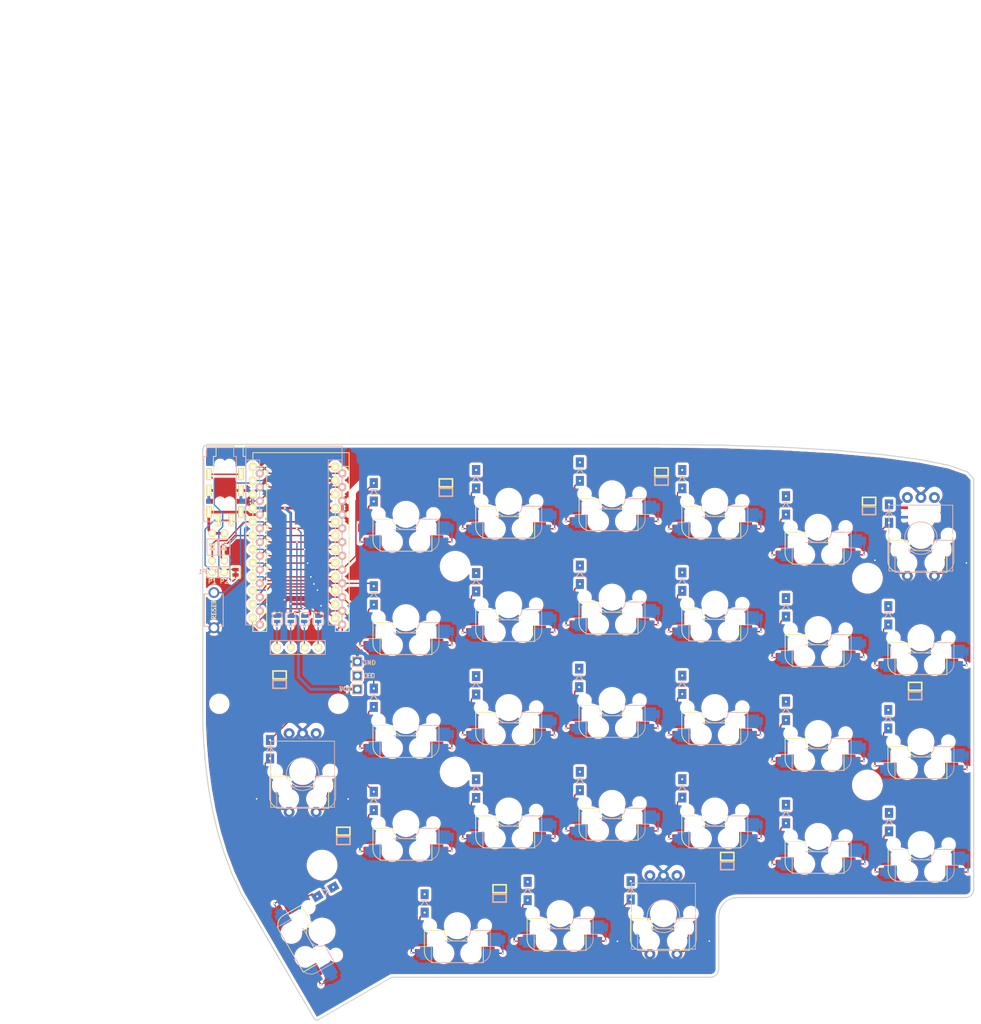
<source format=kicad_pcb>
(kicad_pcb (version 20171130) (host pcbnew 5.1.9)
  (layers (0 F.Cu signal) (31 B.Cu signal) (34 B.Paste user) (35 F.Paste user) (36 B.SilkS user) (37 F.SilkS user) (38 B.Mask user) (39 F.Mask user) (44 Edge.Cuts user))
  (net 0 "")
  (net 1 "Net-(D1-Pad2)")
  (net 2 row4)
  (net 3 "Net-(D2-Pad2)")
  (net 4 "Net-(D3-Pad2)")
  (net 5 row0)
  (net 6 "Net-(D4-Pad2)")
  (net 7 row1)
  (net 8 "Net-(D5-Pad2)")
  (net 9 row2)
  (net 10 row3)
  (net 11 "Net-(D7-Pad2)")
  (net 12 "Net-(D8-Pad2)")
  (net 13 "Net-(D9-Pad2)")
  (net 14 "Net-(D10-Pad2)")
  (net 15 "Net-(D11-Pad2)")
  (net 16 "Net-(D12-Pad2)")
  (net 17 "Net-(D13-Pad2)")
  (net 18 "Net-(D14-Pad2)")
  (net 19 "Net-(D15-Pad2)")
  (net 20 "Net-(D16-Pad2)")
  (net 21 "Net-(D17-Pad2)")
  (net 22 "Net-(D18-Pad2)")
  (net 23 "Net-(D19-Pad2)")
  (net 24 "Net-(D20-Pad2)")
  (net 25 "Net-(D21-Pad2)")
  (net 26 "Net-(D22-Pad2)")
  (net 27 "Net-(D23-Pad2)")
  (net 28 "Net-(D24-Pad2)")
  (net 29 "Net-(D26-Pad2)")
  (net 30 "Net-(D27-Pad2)")
  (net 31 "Net-(D28-Pad2)")
  (net 32 VCC)
  (net 33 GND)
  (net 34 col2)
  (net 35 col3)
  (net 36 col4)
  (net 37 SDA)
  (net 38 LED)
  (net 39 SCL)
  (net 40 RESET)
  (net 41 "Net-(U1-Pad24)")
  (net 42 "Net-(U1-Pad7)")
  (net 43 DATA)
  (net 44 "Net-(J2-Pad4)")
  (net 45 "Net-(J2-Pad3)")
  (net 46 "Net-(J3-Pad1)")
  (net 47 "Net-(J3-Pad2)")
  (net 48 "Net-(J3-Pad3)")
  (net 49 "Net-(J3-Pad4)")
  (net 50 R_A)
  (net 51 R_B)
  (net 52 R3_SW2)
  (net 53 R1_SW1)
  (net 54 R2_SW2)
  (net 55 R1_SW2)
  (net 56 R2_SW1)
  (net 57 R3_SW1)
  (net 58 "Net-(L1-Pad1)")
  (net 59 "Net-(L2-Pad1)")
  (net 60 "Net-(L3-Pad1)")
  (net 61 "Net-(L4-Pad1)")
  (net 62 "Net-(L5-Pad1)")
  (net 63 "Net-(L6-Pad1)")
  (net 64 "Net-(L7-Pad1)")
  (net 65 "Net-(L8-Pad1)")
  (module Lily58_prot_MX-footprint:SK6812MINI_underglow_rev (layer F.Cu) (at 106.721 109.3965)
    (fp_text reference L8 hide)
    (fp_text value SK6812MINI hide)
    (pad 2 smd rect (at -2.2 -0.875) (size 2 1) (layers B.Cu B.Paste B.Mask) (net 33 GND))
    (pad 1 smd rect (at -2.2 0.875) (size 2 1) (layers B.Cu B.Paste B.Mask) (net 65 "Net-(L8-Pad1)"))
    (pad 4 smd rect (at 2.2 0.875) (size 2 1) (layers B.Cu B.Paste B.Mask) (net 32 VCC))
    (pad 3 smd rect (at 2.2 -0.875) (size 2 1) (layers B.Cu B.Paste B.Mask) (net 64 "Net-(L7-Pad1)"))
    (pad 2 smd rect (at -2.2 0.875) (size 2 1) (layers F.Cu F.Paste F.Mask) (net 33 GND))
    (pad 1 smd rect (at -2.2 -0.875) (size 2 1) (layers F.Cu F.Paste F.Mask) (net 65 "Net-(L8-Pad1)"))
    (pad 3 smd rect (at 2.2 0.875) (size 2 1) (layers F.Cu F.Paste F.Mask) (net 64 "Net-(L7-Pad1)"))
    (pad 4 smd rect (at 2.2 -0.875) (size 2 1) (layers F.Cu F.Paste F.Mask) (net 32 VCC))
  )
  (module Lily58_prot_MX-footprint:SK6812MINI_underglow_rev (layer F.Cu) (at 135.6077 120.029)
    (fp_text reference L7 hide)
    (fp_text value SK6812MINI hide)
    (pad 2 smd rect (at -2.2 -0.875) (size 2 1) (layers B.Cu B.Paste B.Mask) (net 33 GND))
    (pad 1 smd rect (at -2.2 0.875) (size 2 1) (layers B.Cu B.Paste B.Mask) (net 64 "Net-(L7-Pad1)"))
    (pad 4 smd rect (at 2.2 0.875) (size 2 1) (layers B.Cu B.Paste B.Mask) (net 32 VCC))
    (pad 3 smd rect (at 2.2 -0.875) (size 2 1) (layers B.Cu B.Paste B.Mask) (net 63 "Net-(L6-Pad1)"))
    (pad 2 smd rect (at -2.2 0.875) (size 2 1) (layers F.Cu F.Paste F.Mask) (net 33 GND))
    (pad 1 smd rect (at -2.2 -0.875) (size 2 1) (layers F.Cu F.Paste F.Mask) (net 64 "Net-(L7-Pad1)"))
    (pad 3 smd rect (at 2.2 0.875) (size 2 1) (layers F.Cu F.Paste F.Mask) (net 63 "Net-(L6-Pad1)"))
    (pad 4 smd rect (at 2.2 -0.875) (size 2 1) (layers F.Cu F.Paste F.Mask) (net 32 VCC))
  )
  (module Lily58_prot_MX-footprint:SK6812MINI_underglow_rev (layer F.Cu) (at 177.6984 114.046)
    (fp_text reference L6 hide)
    (fp_text value SK6812MINI hide)
    (pad 2 smd rect (at -2.2 -0.875) (size 2 1) (layers B.Cu B.Paste B.Mask) (net 33 GND))
    (pad 1 smd rect (at -2.2 0.875) (size 2 1) (layers B.Cu B.Paste B.Mask) (net 63 "Net-(L6-Pad1)"))
    (pad 4 smd rect (at 2.2 0.875) (size 2 1) (layers B.Cu B.Paste B.Mask) (net 32 VCC))
    (pad 3 smd rect (at 2.2 -0.875) (size 2 1) (layers B.Cu B.Paste B.Mask) (net 62 "Net-(L5-Pad1)"))
    (pad 2 smd rect (at -2.2 0.875) (size 2 1) (layers F.Cu F.Paste F.Mask) (net 33 GND))
    (pad 1 smd rect (at -2.2 -0.875) (size 2 1) (layers F.Cu F.Paste F.Mask) (net 63 "Net-(L6-Pad1)"))
    (pad 3 smd rect (at 2.2 0.875) (size 2 1) (layers F.Cu F.Paste F.Mask) (net 62 "Net-(L5-Pad1)"))
    (pad 4 smd rect (at 2.2 -0.875) (size 2 1) (layers F.Cu F.Paste F.Mask) (net 32 VCC))
  )
  (module Lily58_prot_MX-footprint:SK6812MINI_underglow_rev (layer F.Cu) (at 212.43 82.6402)
    (fp_text reference L5 hide)
    (fp_text value SK6812MINI hide)
    (pad 2 smd rect (at -2.2 -0.875) (size 2 1) (layers B.Cu B.Paste B.Mask) (net 33 GND))
    (pad 1 smd rect (at -2.2 0.875) (size 2 1) (layers B.Cu B.Paste B.Mask) (net 62 "Net-(L5-Pad1)"))
    (pad 4 smd rect (at 2.2 0.875) (size 2 1) (layers B.Cu B.Paste B.Mask) (net 32 VCC))
    (pad 3 smd rect (at 2.2 -0.875) (size 2 1) (layers B.Cu B.Paste B.Mask) (net 61 "Net-(L4-Pad1)"))
    (pad 2 smd rect (at -2.2 0.875) (size 2 1) (layers F.Cu F.Paste F.Mask) (net 33 GND))
    (pad 1 smd rect (at -2.2 -0.875) (size 2 1) (layers F.Cu F.Paste F.Mask) (net 62 "Net-(L5-Pad1)"))
    (pad 3 smd rect (at 2.2 0.875) (size 2 1) (layers F.Cu F.Paste F.Mask) (net 61 "Net-(L4-Pad1)"))
    (pad 4 smd rect (at 2.2 -0.875) (size 2 1) (layers F.Cu F.Paste F.Mask) (net 32 VCC))
  )
  (module Lily58_prot_MX-footprint:SK6812MINI_underglow_rev (layer F.Cu) (at 203.9112 48.4632)
    (fp_text reference L4 hide)
    (fp_text value SK6812MINI hide)
    (pad 2 smd rect (at -2.2 -0.875) (size 2 1) (layers B.Cu B.Paste B.Mask) (net 33 GND))
    (pad 1 smd rect (at -2.2 0.875) (size 2 1) (layers B.Cu B.Paste B.Mask) (net 61 "Net-(L4-Pad1)"))
    (pad 4 smd rect (at 2.2 0.875) (size 2 1) (layers B.Cu B.Paste B.Mask) (net 32 VCC))
    (pad 3 smd rect (at 2.2 -0.875) (size 2 1) (layers B.Cu B.Paste B.Mask) (net 60 "Net-(L3-Pad1)"))
    (pad 2 smd rect (at -2.2 0.875) (size 2 1) (layers F.Cu F.Paste F.Mask) (net 33 GND))
    (pad 1 smd rect (at -2.2 -0.875) (size 2 1) (layers F.Cu F.Paste F.Mask) (net 61 "Net-(L4-Pad1)"))
    (pad 3 smd rect (at 2.2 0.875) (size 2 1) (layers F.Cu F.Paste F.Mask) (net 60 "Net-(L3-Pad1)"))
    (pad 4 smd rect (at 2.2 -0.875) (size 2 1) (layers F.Cu F.Paste F.Mask) (net 32 VCC))
  )
  (module Lily58_prot_MX-footprint:SK6812MINI_underglow_rev (layer F.Cu) (at 165.5416 43.0162)
    (fp_text reference L3 hide)
    (fp_text value SK6812MINI hide)
    (pad 2 smd rect (at -2.2 -0.875) (size 2 1) (layers B.Cu B.Paste B.Mask) (net 33 GND))
    (pad 1 smd rect (at -2.2 0.875) (size 2 1) (layers B.Cu B.Paste B.Mask) (net 60 "Net-(L3-Pad1)"))
    (pad 4 smd rect (at 2.2 0.875) (size 2 1) (layers B.Cu B.Paste B.Mask) (net 32 VCC))
    (pad 3 smd rect (at 2.2 -0.875) (size 2 1) (layers B.Cu B.Paste B.Mask) (net 59 "Net-(L2-Pad1)"))
    (pad 2 smd rect (at -2.2 0.875) (size 2 1) (layers F.Cu F.Paste F.Mask) (net 33 GND))
    (pad 1 smd rect (at -2.2 -0.875) (size 2 1) (layers F.Cu F.Paste F.Mask) (net 60 "Net-(L3-Pad1)"))
    (pad 3 smd rect (at 2.2 0.875) (size 2 1) (layers F.Cu F.Paste F.Mask) (net 59 "Net-(L2-Pad1)"))
    (pad 4 smd rect (at 2.2 -0.875) (size 2 1) (layers F.Cu F.Paste F.Mask) (net 32 VCC))
  )
  (module Lily58_prot_MX-footprint:SK6812MINI_underglow_rev (layer F.Cu) (at 125.6792 45.0596)
    (fp_text reference L2 hide)
    (fp_text value SK6812MINI hide)
    (pad 2 smd rect (at -2.2 -0.875) (size 2 1) (layers B.Cu B.Paste B.Mask) (net 33 GND))
    (pad 1 smd rect (at -2.2 0.875) (size 2 1) (layers B.Cu B.Paste B.Mask) (net 59 "Net-(L2-Pad1)"))
    (pad 4 smd rect (at 2.2 0.875) (size 2 1) (layers B.Cu B.Paste B.Mask) (net 32 VCC))
    (pad 3 smd rect (at 2.2 -0.875) (size 2 1) (layers B.Cu B.Paste B.Mask) (net 58 "Net-(L1-Pad1)"))
    (pad 2 smd rect (at -2.2 0.875) (size 2 1) (layers F.Cu F.Paste F.Mask) (net 33 GND))
    (pad 1 smd rect (at -2.2 -0.875) (size 2 1) (layers F.Cu F.Paste F.Mask) (net 59 "Net-(L2-Pad1)"))
    (pad 3 smd rect (at 2.2 0.875) (size 2 1) (layers F.Cu F.Paste F.Mask) (net 58 "Net-(L1-Pad1)"))
    (pad 4 smd rect (at 2.2 -0.875) (size 2 1) (layers F.Cu F.Paste F.Mask) (net 32 VCC))
  )
  (module Lily58_prot_MX-footprint:SK6812MINI_underglow_rev (layer F.Cu) (at 94.9423 80.532)
    (fp_text reference L1 hide)
    (fp_text value SK6812MINI hide)
    (pad 2 smd rect (at -2.2 -0.875) (size 2 1) (layers B.Cu B.Paste B.Mask) (net 33 GND))
    (pad 1 smd rect (at -2.2 0.875) (size 2 1) (layers B.Cu B.Paste B.Mask) (net 58 "Net-(L1-Pad1)"))
    (pad 4 smd rect (at 2.2 0.875) (size 2 1) (layers B.Cu B.Paste B.Mask) (net 32 VCC))
    (pad 3 smd rect (at 2.2 -0.875) (size 2 1) (layers B.Cu B.Paste B.Mask) (net 38 LED))
    (pad 2 smd rect (at -2.2 0.875) (size 2 1) (layers F.Cu F.Paste F.Mask) (net 33 GND))
    (pad 1 smd rect (at -2.2 -0.875) (size 2 1) (layers F.Cu F.Paste F.Mask) (net 58 "Net-(L1-Pad1)"))
    (pad 3 smd rect (at 2.2 0.875) (size 2 1) (layers F.Cu F.Paste F.Mask) (net 38 LED))
    (pad 4 smd rect (at 2.2 -0.875) (size 2 1) (layers F.Cu F.Paste F.Mask) (net 32 VCC))
  )
  (module Lily58_prot_MX-footprint:MX_Hotswap (layer F.Cu) (at 120.5 50 180)
    (fp_text reference SW1 hide)
    (fp_text value SW_PUSH hide)
    (pad 2 smd rect (at 5.7 -5.08) (size 2.4 2.4) (layers B.Cu B.Paste B.Mask) (net 1 "Net-(D1-Pad2)"))
    (pad "" np_thru_hole circle (at -3.81 -2.540001) (size 3 3) (drill 3) (layers *.Cu *.Mask))
    (pad "" np_thru_hole circle (at -5.08 0 180) (size 1.7 1.7) (drill 1.7) (layers *.Cu *.Mask))
    (pad "" np_thru_hole circle (at 5.08 0 180) (size 1.7 1.7) (drill 1.7) (layers *.Cu *.Mask))
    (pad "" np_thru_hole circle (at 0 0 270) (size 4 4) (drill 4) (layers *.Cu *.Mask))
    (pad "" np_thru_hole circle (at 2.54 -5.08) (size 3 3) (drill 3) (layers *.Cu *.Mask))
    (pad 1 smd rect (at -6.9 -2.54) (size 2.5 2.5) (layers B.Cu B.Paste B.Mask) (net 55 R1_SW2))
    (pad "" np_thru_hole circle (at -3.825 -2.58) (size 0.1 0.1) (drill 0.1) (layers *.Cu *.Mask))
    (pad "" np_thru_hole circle (at 3.825 -2.58) (size 0.1 0.1) (drill 0.1) (layers *.Cu *.Mask))
    (pad 2 smd rect (at 6.9 -2.540001) (size 2.5 2.5) (layers F.Cu F.Paste F.Mask) (net 1 "Net-(D1-Pad2)"))
    (pad "" np_thru_hole circle (at -2.54 -5.08) (size 3 3) (drill 3) (layers *.Cu *.Mask))
    (pad "" np_thru_hole circle (at 3.81 -2.54) (size 3 3) (drill 3) (layers *.Cu *.Mask))
    (pad 1 smd rect (at -5.7 -5.08) (size 2.4 2.4) (layers F.Cu F.Paste F.Mask) (net 55 R1_SW2))
    (pad "" np_thru_hole circle (at 3.81 -2.54) (size 3 3) (drill 3) (layers *.Cu *.Mask))
    (pad 2 smd rect (at 7.2 -5.1 180) (size 0.7 1.5) (layers B.Cu B.Paste B.Mask) (net 1 "Net-(D1-Pad2)"))
    (pad 2 smd rect (at 8.5 -2.5 180) (size 0.7 1.5) (layers F.Cu F.Paste F.Mask) (net 1 "Net-(D1-Pad2)"))
    (pad 1 smd rect (at -8.5 -2.5 180) (size 0.7 1.5) (layers B.Cu B.Paste B.Mask) (net 55 R1_SW2))
    (pad 1 smd rect (at -7.2 -5.1 180) (size 0.7 1.5) (layers F.Cu F.Paste F.Mask) (net 55 R1_SW2))
  )
  (module Lily58_prot_MX-footprint:MX_Hotswap (layer F.Cu) (at 177.6 47.6 180)
    (fp_text reference SW4 hide)
    (fp_text value SW_PUSH hide)
    (pad 2 smd rect (at 5.7 -5.08) (size 2.4 2.4) (layers B.Cu B.Paste B.Mask) (net 6 "Net-(D4-Pad2)"))
    (pad "" np_thru_hole circle (at -3.81 -2.540001) (size 3 3) (drill 3) (layers *.Cu *.Mask))
    (pad "" np_thru_hole circle (at -5.08 0 180) (size 1.7 1.7) (drill 1.7) (layers *.Cu *.Mask))
    (pad "" np_thru_hole circle (at 5.08 0 180) (size 1.7 1.7) (drill 1.7) (layers *.Cu *.Mask))
    (pad "" np_thru_hole circle (at 0 0 270) (size 4 4) (drill 4) (layers *.Cu *.Mask))
    (pad "" np_thru_hole circle (at 2.54 -5.08) (size 3 3) (drill 3) (layers *.Cu *.Mask))
    (pad 1 smd rect (at -6.9 -2.54) (size 2.5 2.5) (layers B.Cu B.Paste B.Mask) (net 34 col2))
    (pad "" np_thru_hole circle (at -3.825 -2.58) (size 0.1 0.1) (drill 0.1) (layers *.Cu *.Mask))
    (pad "" np_thru_hole circle (at 3.825 -2.58) (size 0.1 0.1) (drill 0.1) (layers *.Cu *.Mask))
    (pad 2 smd rect (at 6.9 -2.540001) (size 2.5 2.5) (layers F.Cu F.Paste F.Mask) (net 6 "Net-(D4-Pad2)"))
    (pad "" np_thru_hole circle (at -2.54 -5.08) (size 3 3) (drill 3) (layers *.Cu *.Mask))
    (pad "" np_thru_hole circle (at 3.81 -2.54) (size 3 3) (drill 3) (layers *.Cu *.Mask))
    (pad 1 smd rect (at -5.7 -5.08) (size 2.4 2.4) (layers F.Cu F.Paste F.Mask) (net 34 col2))
    (pad "" np_thru_hole circle (at 3.81 -2.54) (size 3 3) (drill 3) (layers *.Cu *.Mask))
    (pad 2 smd rect (at 7.2 -5.1 180) (size 0.7 1.5) (layers B.Cu B.Paste B.Mask) (net 6 "Net-(D4-Pad2)"))
    (pad 2 smd rect (at 8.5 -2.5 180) (size 0.7 1.5) (layers F.Cu F.Paste F.Mask) (net 6 "Net-(D4-Pad2)"))
    (pad 1 smd rect (at -8.5 -2.5 180) (size 0.7 1.5) (layers B.Cu B.Paste B.Mask) (net 34 col2))
    (pad 1 smd rect (at -7.2 -5.1 180) (size 0.7 1.5) (layers F.Cu F.Paste F.Mask) (net 34 col2))
  )
  (module Lily58_prot_MX-footprint:MX_Hotswap (layer F.Cu) (at 168.1 123.75 180)
    (fp_text reference SW29 hide)
    (fp_text value SW_PUSH hide)
    (pad 1 smd rect (at -7.2 -5.1 180) (size 0.7 1.5) (layers F.Cu F.Paste F.Mask) (net 54 R2_SW2))
    (pad 1 smd rect (at -8.5 -2.5 180) (size 0.7 1.5) (layers B.Cu B.Paste B.Mask) (net 54 R2_SW2))
    (pad 2 smd rect (at 8.5 -2.5 180) (size 0.7 1.5) (layers F.Cu F.Paste F.Mask) (net 56 R2_SW1))
    (pad 2 smd rect (at 7.2 -5.1 180) (size 0.7 1.5) (layers B.Cu B.Paste B.Mask) (net 56 R2_SW1))
    (pad "" np_thru_hole circle (at 3.81 -2.54) (size 3 3) (drill 3) (layers *.Cu *.Mask))
    (pad 1 smd rect (at -5.7 -5.08) (size 2.4 2.4) (layers F.Cu F.Paste F.Mask) (net 54 R2_SW2))
    (pad "" np_thru_hole circle (at 3.81 -2.54) (size 3 3) (drill 3) (layers *.Cu *.Mask))
    (pad "" np_thru_hole circle (at -2.54 -5.08) (size 3 3) (drill 3) (layers *.Cu *.Mask))
    (pad 2 smd rect (at 6.9 -2.540001) (size 2.5 2.5) (layers F.Cu F.Paste F.Mask) (net 56 R2_SW1))
    (pad "" np_thru_hole circle (at 3.825 -2.58) (size 0.1 0.1) (drill 0.1) (layers *.Cu *.Mask))
    (pad "" np_thru_hole circle (at -3.825 -2.58) (size 0.1 0.1) (drill 0.1) (layers *.Cu *.Mask))
    (pad 1 smd rect (at -6.9 -2.54) (size 2.5 2.5) (layers B.Cu B.Paste B.Mask) (net 54 R2_SW2))
    (pad "" np_thru_hole circle (at 2.54 -5.08) (size 3 3) (drill 3) (layers *.Cu *.Mask))
    (pad "" np_thru_hole circle (at 0 0 270) (size 4 4) (drill 4) (layers *.Cu *.Mask))
    (pad "" np_thru_hole circle (at 5.08 0 180) (size 1.7 1.7) (drill 1.7) (layers *.Cu *.Mask))
    (pad "" np_thru_hole circle (at -5.08 0 180) (size 1.7 1.7) (drill 1.7) (layers *.Cu *.Mask))
    (pad "" np_thru_hole circle (at -3.81 -2.540001) (size 3 3) (drill 3) (layers *.Cu *.Mask))
    (pad 2 smd rect (at 5.7 -5.08) (size 2.4 2.4) (layers B.Cu B.Paste B.Mask) (net 56 R2_SW1))
  )
  (module Lily58_prot_MX-footprint:MX_Hotswap (layer F.Cu) (at 101.4 97.5 180)
    (fp_text reference SW25 hide)
    (fp_text value SW_PUSH hide)
    (pad 1 smd rect (at -7.2 -5.1 180) (size 0.7 1.5) (layers F.Cu F.Paste F.Mask) (net 55 R1_SW2))
    (pad 1 smd rect (at -8.5 -2.5 180) (size 0.7 1.5) (layers B.Cu B.Paste B.Mask) (net 55 R1_SW2))
    (pad 2 smd rect (at 8.5 -2.5 180) (size 0.7 1.5) (layers F.Cu F.Paste F.Mask) (net 53 R1_SW1))
    (pad 2 smd rect (at 7.2 -5.1 180) (size 0.7 1.5) (layers B.Cu B.Paste B.Mask) (net 53 R1_SW1))
    (pad "" np_thru_hole circle (at 3.81 -2.54) (size 3 3) (drill 3) (layers *.Cu *.Mask))
    (pad 1 smd rect (at -5.7 -5.08) (size 2.4 2.4) (layers F.Cu F.Paste F.Mask) (net 55 R1_SW2))
    (pad "" np_thru_hole circle (at 3.81 -2.54) (size 3 3) (drill 3) (layers *.Cu *.Mask))
    (pad "" np_thru_hole circle (at -2.54 -5.08) (size 3 3) (drill 3) (layers *.Cu *.Mask))
    (pad 2 smd rect (at 6.9 -2.540001) (size 2.5 2.5) (layers F.Cu F.Paste F.Mask) (net 53 R1_SW1))
    (pad "" np_thru_hole circle (at 3.825 -2.58) (size 0.1 0.1) (drill 0.1) (layers *.Cu *.Mask))
    (pad "" np_thru_hole circle (at -3.825 -2.58) (size 0.1 0.1) (drill 0.1) (layers *.Cu *.Mask))
    (pad 1 smd rect (at -6.9 -2.54) (size 2.5 2.5) (layers B.Cu B.Paste B.Mask) (net 55 R1_SW2))
    (pad "" np_thru_hole circle (at 2.54 -5.08) (size 3 3) (drill 3) (layers *.Cu *.Mask))
    (pad "" np_thru_hole circle (at 0 0 270) (size 4 4) (drill 4) (layers *.Cu *.Mask))
    (pad "" np_thru_hole circle (at 5.08 0 180) (size 1.7 1.7) (drill 1.7) (layers *.Cu *.Mask))
    (pad "" np_thru_hole circle (at -5.08 0 180) (size 1.7 1.7) (drill 1.7) (layers *.Cu *.Mask))
    (pad "" np_thru_hole circle (at -3.81 -2.540001) (size 3 3) (drill 3) (layers *.Cu *.Mask))
    (pad 2 smd rect (at 5.7 -5.08) (size 2.4 2.4) (layers B.Cu B.Paste B.Mask) (net 53 R1_SW1))
  )
  (module Lily58_prot_MX-footprint:MX_Hotswap (layer F.Cu) (at 215.7 53.9 180)
    (fp_text reference SW6 hide)
    (fp_text value SW_PUSH hide)
    (pad 1 smd rect (at -7.2 -5.1 180) (size 0.7 1.5) (layers F.Cu F.Paste F.Mask) (net 52 R3_SW2))
    (pad 1 smd rect (at -8.5 -2.5 180) (size 0.7 1.5) (layers B.Cu B.Paste B.Mask) (net 52 R3_SW2))
    (pad 2 smd rect (at 8.5 -2.5 180) (size 0.7 1.5) (layers F.Cu F.Paste F.Mask) (net 57 R3_SW1))
    (pad 2 smd rect (at 7.2 -5.1 180) (size 0.7 1.5) (layers B.Cu B.Paste B.Mask) (net 57 R3_SW1))
    (pad "" np_thru_hole circle (at 3.81 -2.54) (size 3 3) (drill 3) (layers *.Cu *.Mask))
    (pad 1 smd rect (at -5.7 -5.08) (size 2.4 2.4) (layers F.Cu F.Paste F.Mask) (net 52 R3_SW2))
    (pad "" np_thru_hole circle (at 3.81 -2.54) (size 3 3) (drill 3) (layers *.Cu *.Mask))
    (pad "" np_thru_hole circle (at -2.54 -5.08) (size 3 3) (drill 3) (layers *.Cu *.Mask))
    (pad 2 smd rect (at 6.9 -2.540001) (size 2.5 2.5) (layers F.Cu F.Paste F.Mask) (net 57 R3_SW1))
    (pad "" np_thru_hole circle (at 3.825 -2.58) (size 0.1 0.1) (drill 0.1) (layers *.Cu *.Mask))
    (pad "" np_thru_hole circle (at -3.825 -2.58) (size 0.1 0.1) (drill 0.1) (layers *.Cu *.Mask))
    (pad 1 smd rect (at -6.9 -2.54) (size 2.5 2.5) (layers B.Cu B.Paste B.Mask) (net 52 R3_SW2))
    (pad "" np_thru_hole circle (at 2.54 -5.08) (size 3 3) (drill 3) (layers *.Cu *.Mask))
    (pad "" np_thru_hole circle (at 0 0 270) (size 4 4) (drill 4) (layers *.Cu *.Mask))
    (pad "" np_thru_hole circle (at 5.08 0 180) (size 1.7 1.7) (drill 1.7) (layers *.Cu *.Mask))
    (pad "" np_thru_hole circle (at -5.08 0 180) (size 1.7 1.7) (drill 1.7) (layers *.Cu *.Mask))
    (pad "" np_thru_hole circle (at -3.81 -2.540001) (size 3 3) (drill 3) (layers *.Cu *.Mask))
    (pad 2 smd rect (at 5.7 -5.08) (size 2.4 2.4) (layers B.Cu B.Paste B.Mask) (net 57 R3_SW1))
  )
  (module Lily58_prot_MX-footprint:ProMicro_rev2 (layer F.Cu) (at 101 56)
    (fp_text reference U1 hide)
    (fp_text value ProMicro hide)
    (pad 24 thru_hole circle (at 6.42 -14.77) (size 1.524 1.524) (drill 0.8128) (layers *.Cu *.Mask F.SilkS) (net 41 "Net-(U1-Pad24)"))
    (pad 23 thru_hole circle (at 6.42 -12.23) (size 1.524 1.524) (drill 0.8128) (layers *.Cu *.Mask F.SilkS) (net 33 GND))
    (pad 22 thru_hole circle (at 6.42 -9.69) (size 1.524 1.524) (drill 0.8128) (layers *.Cu *.Mask F.SilkS) (net 40 RESET))
    (pad 21 thru_hole circle (at 6.42 -7.15) (size 1.524 1.524) (drill 0.8128) (layers *.Cu *.Mask F.SilkS) (net 32 VCC))
    (pad 20 thru_hole circle (at 6.42 -4.61) (size 1.524 1.524) (drill 0.8128) (layers *.Cu *.Mask F.SilkS) (net 50 R_A))
    (pad 19 thru_hole circle (at 6.42 -2.07) (size 1.524 1.524) (drill 0.8128) (layers *.Cu *.Mask F.SilkS) (net 51 R_B))
    (pad 18 thru_hole circle (at 6.42 0.47) (size 1.524 1.524) (drill 0.8128) (layers *.Cu *.Mask F.SilkS) (net 52 R3_SW2))
    (pad 17 thru_hole circle (at 6.42 3.01) (size 1.524 1.524) (drill 0.8128) (layers *.Cu *.Mask F.SilkS) (net 54 R2_SW2))
    (pad 16 thru_hole circle (at 6.42 5.55) (size 1.524 1.524) (drill 0.8128) (layers *.Cu *.Mask F.SilkS) (net 34 col2))
    (pad 15 thru_hole circle (at 6.42 8.09) (size 1.524 1.524) (drill 0.8128) (layers *.Cu *.Mask F.SilkS) (net 35 col3))
    (pad 14 thru_hole circle (at 6.42 10.63) (size 1.524 1.524) (drill 0.8128) (layers *.Cu *.Mask F.SilkS) (net 36 col4))
    (pad 13 thru_hole circle (at 6.42 13.17) (size 1.524 1.524) (drill 0.8128) (layers *.Cu *.Mask F.SilkS) (net 55 R1_SW2))
    (pad 12 thru_hole circle (at -8.82 13.17) (size 1.524 1.524) (drill 0.8128) (layers *.Cu *.Mask F.SilkS) (net 2 row4))
    (pad 11 thru_hole circle (at -8.82 10.63) (size 1.524 1.524) (drill 0.8128) (layers *.Cu *.Mask F.SilkS) (net 10 row3))
    (pad 10 thru_hole circle (at -8.82 8.09) (size 1.524 1.524) (drill 0.8128) (layers *.Cu *.Mask F.SilkS) (net 9 row2))
    (pad 9 thru_hole circle (at -8.82 5.55) (size 1.524 1.524) (drill 0.8128) (layers *.Cu *.Mask F.SilkS) (net 7 row1))
    (pad 8 thru_hole circle (at -8.82 3.01) (size 1.524 1.524) (drill 0.8128) (layers *.Cu *.Mask F.SilkS) (net 5 row0))
    (pad 7 thru_hole circle (at -8.82 0.47) (size 1.524 1.524) (drill 0.8128) (layers *.Cu *.Mask F.SilkS) (net 42 "Net-(U1-Pad7)"))
    (pad 6 thru_hole circle (at -8.82 -2.07) (size 1.524 1.524) (drill 0.8128) (layers *.Cu *.Mask F.SilkS) (net 39 SCL))
    (pad 5 thru_hole circle (at -8.82 -4.61) (size 1.524 1.524) (drill 0.8128) (layers *.Cu *.Mask F.SilkS) (net 37 SDA))
    (pad 4 thru_hole circle (at -8.82 -7.15) (size 1.524 1.524) (drill 0.8128) (layers *.Cu *.Mask F.SilkS) (net 33 GND))
    (pad 3 thru_hole circle (at -8.82 -9.69) (size 1.524 1.524) (drill 0.8128) (layers *.Cu *.Mask F.SilkS) (net 33 GND))
    (pad 2 thru_hole circle (at -8.82 -12.23) (size 1.524 1.524) (drill 0.8128) (layers *.Cu *.Mask F.SilkS) (net 43 DATA))
    (pad 1 thru_hole circle (at -8.82 -14.77) (size 1.524 1.524) (drill 0.8128) (layers *.Cu *.Mask F.SilkS) (net 38 LED))
    (pad 5 thru_hole circle (at 7.718815 -3.414255 180) (size 1.524 1.524) (drill 0.8128) (layers *.Cu *.Mask B.SilkS) (net 37 SDA))
    (pad 7 thru_hole circle (at 7.718815 1.665745 180) (size 1.524 1.524) (drill 0.8128) (layers *.Cu *.Mask B.SilkS) (net 42 "Net-(U1-Pad7)"))
    (pad 24 thru_hole circle (at -7.521185 -13.574255 180) (size 1.524 1.524) (drill 0.8128) (layers *.Cu *.Mask B.SilkS) (net 41 "Net-(U1-Pad24)"))
    (pad 2 thru_hole circle (at 7.718815 -11.034255 180) (size 1.524 1.524) (drill 0.8128) (layers *.Cu *.Mask B.SilkS) (net 43 DATA))
    (pad 11 thru_hole circle (at 7.718815 11.825745 180) (size 1.524 1.524) (drill 0.8128) (layers *.Cu *.Mask B.SilkS) (net 10 row3))
    (pad 13 thru_hole circle (at -7.521185 14.365745 180) (size 1.524 1.524) (drill 0.8128) (layers *.Cu *.Mask B.SilkS) (net 55 R1_SW2))
    (pad 8 thru_hole circle (at 7.718815 4.205745 180) (size 1.524 1.524) (drill 0.8128) (layers *.Cu *.Mask B.SilkS) (net 5 row0))
    (pad 9 thru_hole circle (at 7.718815 6.745745 180) (size 1.524 1.524) (drill 0.8128) (layers *.Cu *.Mask B.SilkS) (net 7 row1))
    (pad 17 thru_hole circle (at -7.521185 4.205745 180) (size 1.524 1.524) (drill 0.8128) (layers *.Cu *.Mask B.SilkS) (net 54 R2_SW2))
    (pad 15 thru_hole circle (at -7.521185 9.285745 180) (size 1.524 1.524) (drill 0.8128) (layers *.Cu *.Mask B.SilkS) (net 35 col3))
    (pad 20 thru_hole circle (at -7.521185 -3.414255 180) (size 1.524 1.524) (drill 0.8128) (layers *.Cu *.Mask B.SilkS) (net 50 R_A))
    (pad 21 thru_hole circle (at -7.521185 -5.954255 180) (size 1.524 1.524) (drill 0.8128) (layers *.Cu *.Mask B.SilkS) (net 32 VCC))
    (pad 23 thru_hole circle (at -7.521185 -11.034255 180) (size 1.524 1.524) (drill 0.8128) (layers *.Cu *.Mask B.SilkS) (net 33 GND))
    (pad 19 thru_hole circle (at -7.521185 -0.874255 180) (size 1.524 1.524) (drill 0.8128) (layers *.Cu *.Mask B.SilkS) (net 51 R_B))
    (pad 12 thru_hole circle (at 7.718815 14.365745 180) (size 1.524 1.524) (drill 0.8128) (layers *.Cu *.Mask B.SilkS) (net 2 row4))
    (pad 16 thru_hole circle (at -7.521185 6.745745 180) (size 1.524 1.524) (drill 0.8128) (layers *.Cu *.Mask B.SilkS) (net 34 col2))
    (pad 1 thru_hole circle (at 7.718815 -13.574255 180) (size 1.524 1.524) (drill 0.8128) (layers *.Cu *.Mask B.SilkS) (net 38 LED))
    (pad 3 thru_hole circle (at 7.718815 -8.494255 180) (size 1.524 1.524) (drill 0.8128) (layers *.Cu *.Mask B.SilkS) (net 33 GND))
    (pad 14 thru_hole circle (at -7.521185 11.825745 180) (size 1.524 1.524) (drill 0.8128) (layers *.Cu *.Mask B.SilkS) (net 36 col4))
    (pad 4 thru_hole circle (at 7.718815 -5.954255 180) (size 1.524 1.524) (drill 0.8128) (layers *.Cu *.Mask B.SilkS) (net 33 GND))
    (pad 6 thru_hole circle (at 7.718815 -0.874255 180) (size 1.524 1.524) (drill 0.8128) (layers *.Cu *.Mask B.SilkS) (net 39 SCL))
    (pad 18 thru_hole circle (at -7.521185 1.665745 180) (size 1.524 1.524) (drill 0.8128) (layers *.Cu *.Mask B.SilkS) (net 52 R3_SW2))
    (pad 10 thru_hole circle (at 7.718815 9.285745 180) (size 1.524 1.524) (drill 0.8128) (layers *.Cu *.Mask B.SilkS) (net 9 row2))
    (pad 22 thru_hole circle (at -7.521185 -8.494255 180) (size 1.524 1.524) (drill 0.8128) (layers *.Cu *.Mask B.SilkS) (net 40 RESET))
  )
  (module Lily58_prot_MX-footprint:MX_Hotswap (layer F.Cu) (at 120.5 69.1 180)
    (fp_text reference SW7 hide)
    (fp_text value SW_PUSH hide)
    (pad 2 smd rect (at 5.7 -5.08) (size 2.4 2.4) (layers B.Cu B.Paste B.Mask) (net 11 "Net-(D7-Pad2)"))
    (pad "" np_thru_hole circle (at -3.81 -2.540001) (size 3 3) (drill 3) (layers *.Cu *.Mask))
    (pad "" np_thru_hole circle (at -5.08 0 180) (size 1.7 1.7) (drill 1.7) (layers *.Cu *.Mask))
    (pad "" np_thru_hole circle (at 5.08 0 180) (size 1.7 1.7) (drill 1.7) (layers *.Cu *.Mask))
    (pad "" np_thru_hole circle (at 0 0 270) (size 4 4) (drill 4) (layers *.Cu *.Mask))
    (pad "" np_thru_hole circle (at 2.54 -5.08) (size 3 3) (drill 3) (layers *.Cu *.Mask))
    (pad 1 smd rect (at -6.9 -2.54) (size 2.5 2.5) (layers B.Cu B.Paste B.Mask) (net 55 R1_SW2))
    (pad "" np_thru_hole circle (at -3.825 -2.58) (size 0.1 0.1) (drill 0.1) (layers *.Cu *.Mask))
    (pad "" np_thru_hole circle (at 3.825 -2.58) (size 0.1 0.1) (drill 0.1) (layers *.Cu *.Mask))
    (pad 2 smd rect (at 6.9 -2.540001) (size 2.5 2.5) (layers F.Cu F.Paste F.Mask) (net 11 "Net-(D7-Pad2)"))
    (pad "" np_thru_hole circle (at -2.54 -5.08) (size 3 3) (drill 3) (layers *.Cu *.Mask))
    (pad "" np_thru_hole circle (at 3.81 -2.54) (size 3 3) (drill 3) (layers *.Cu *.Mask))
    (pad 1 smd rect (at -5.7 -5.08) (size 2.4 2.4) (layers F.Cu F.Paste F.Mask) (net 55 R1_SW2))
    (pad "" np_thru_hole circle (at 3.81 -2.54) (size 3 3) (drill 3) (layers *.Cu *.Mask))
    (pad 2 smd rect (at 7.2 -5.1 180) (size 0.7 1.5) (layers B.Cu B.Paste B.Mask) (net 11 "Net-(D7-Pad2)"))
    (pad 2 smd rect (at 8.5 -2.5 180) (size 0.7 1.5) (layers F.Cu F.Paste F.Mask) (net 11 "Net-(D7-Pad2)"))
    (pad 1 smd rect (at -8.5 -2.5 180) (size 0.7 1.5) (layers B.Cu B.Paste B.Mask) (net 55 R1_SW2))
    (pad 1 smd rect (at -7.2 -5.1 180) (size 0.7 1.5) (layers F.Cu F.Paste F.Mask) (net 55 R1_SW2))
  )
  (module Lily58_prot_MX-footprint:MX_Hotswap (layer F.Cu) (at 139.5 47.6 180)
    (fp_text reference SW2 hide)
    (fp_text value SW_PUSH hide)
    (pad 1 smd rect (at -7.2 -5.1 180) (size 0.7 1.5) (layers F.Cu F.Paste F.Mask) (net 36 col4))
    (pad 1 smd rect (at -8.5 -2.5 180) (size 0.7 1.5) (layers B.Cu B.Paste B.Mask) (net 36 col4))
    (pad 2 smd rect (at 8.5 -2.5 180) (size 0.7 1.5) (layers F.Cu F.Paste F.Mask) (net 3 "Net-(D2-Pad2)"))
    (pad 2 smd rect (at 7.2 -5.1 180) (size 0.7 1.5) (layers B.Cu B.Paste B.Mask) (net 3 "Net-(D2-Pad2)"))
    (pad "" np_thru_hole circle (at 3.81 -2.54) (size 3 3) (drill 3) (layers *.Cu *.Mask))
    (pad 1 smd rect (at -5.7 -5.08) (size 2.4 2.4) (layers F.Cu F.Paste F.Mask) (net 36 col4))
    (pad "" np_thru_hole circle (at 3.81 -2.54) (size 3 3) (drill 3) (layers *.Cu *.Mask))
    (pad "" np_thru_hole circle (at -2.54 -5.08) (size 3 3) (drill 3) (layers *.Cu *.Mask))
    (pad 2 smd rect (at 6.9 -2.540001) (size 2.5 2.5) (layers F.Cu F.Paste F.Mask) (net 3 "Net-(D2-Pad2)"))
    (pad "" np_thru_hole circle (at 3.825 -2.58) (size 0.1 0.1) (drill 0.1) (layers *.Cu *.Mask))
    (pad "" np_thru_hole circle (at -3.825 -2.58) (size 0.1 0.1) (drill 0.1) (layers *.Cu *.Mask))
    (pad 1 smd rect (at -6.9 -2.54) (size 2.5 2.5) (layers B.Cu B.Paste B.Mask) (net 36 col4))
    (pad "" np_thru_hole circle (at 2.54 -5.08) (size 3 3) (drill 3) (layers *.Cu *.Mask))
    (pad "" np_thru_hole circle (at 0 0 270) (size 4 4) (drill 4) (layers *.Cu *.Mask))
    (pad "" np_thru_hole circle (at 5.08 0 180) (size 1.7 1.7) (drill 1.7) (layers *.Cu *.Mask))
    (pad "" np_thru_hole circle (at -5.08 0 180) (size 1.7 1.7) (drill 1.7) (layers *.Cu *.Mask))
    (pad "" np_thru_hole circle (at -3.81 -2.540001) (size 3 3) (drill 3) (layers *.Cu *.Mask))
    (pad 2 smd rect (at 5.7 -5.08) (size 2.4 2.4) (layers B.Cu B.Paste B.Mask) (net 3 "Net-(D2-Pad2)"))
  )
  (module Lily58_prot_MX-footprint:MX_Hotswap (layer F.Cu) (at 120.5 88.1 180)
    (fp_text reference SW13 hide)
    (fp_text value SW_PUSH hide)
    (pad 2 smd rect (at 5.7 -5.08) (size 2.4 2.4) (layers B.Cu B.Paste B.Mask) (net 17 "Net-(D13-Pad2)"))
    (pad "" np_thru_hole circle (at -3.81 -2.540001) (size 3 3) (drill 3) (layers *.Cu *.Mask))
    (pad "" np_thru_hole circle (at -5.08 0 180) (size 1.7 1.7) (drill 1.7) (layers *.Cu *.Mask))
    (pad "" np_thru_hole circle (at 5.08 0 180) (size 1.7 1.7) (drill 1.7) (layers *.Cu *.Mask))
    (pad "" np_thru_hole circle (at 0 0 270) (size 4 4) (drill 4) (layers *.Cu *.Mask))
    (pad "" np_thru_hole circle (at 2.54 -5.08) (size 3 3) (drill 3) (layers *.Cu *.Mask))
    (pad 1 smd rect (at -6.9 -2.54) (size 2.5 2.5) (layers B.Cu B.Paste B.Mask) (net 55 R1_SW2))
    (pad "" np_thru_hole circle (at -3.825 -2.58) (size 0.1 0.1) (drill 0.1) (layers *.Cu *.Mask))
    (pad "" np_thru_hole circle (at 3.825 -2.58) (size 0.1 0.1) (drill 0.1) (layers *.Cu *.Mask))
    (pad 2 smd rect (at 6.9 -2.540001) (size 2.5 2.5) (layers F.Cu F.Paste F.Mask) (net 17 "Net-(D13-Pad2)"))
    (pad "" np_thru_hole circle (at -2.54 -5.08) (size 3 3) (drill 3) (layers *.Cu *.Mask))
    (pad "" np_thru_hole circle (at 3.81 -2.54) (size 3 3) (drill 3) (layers *.Cu *.Mask))
    (pad 1 smd rect (at -5.7 -5.08) (size 2.4 2.4) (layers F.Cu F.Paste F.Mask) (net 55 R1_SW2))
    (pad "" np_thru_hole circle (at 3.81 -2.54) (size 3 3) (drill 3) (layers *.Cu *.Mask))
    (pad 2 smd rect (at 7.2 -5.1 180) (size 0.7 1.5) (layers B.Cu B.Paste B.Mask) (net 17 "Net-(D13-Pad2)"))
    (pad 2 smd rect (at 8.5 -2.5 180) (size 0.7 1.5) (layers F.Cu F.Paste F.Mask) (net 17 "Net-(D13-Pad2)"))
    (pad 1 smd rect (at -8.5 -2.5 180) (size 0.7 1.5) (layers B.Cu B.Paste B.Mask) (net 55 R1_SW2))
    (pad 1 smd rect (at -7.2 -5.1 180) (size 0.7 1.5) (layers F.Cu F.Paste F.Mask) (net 55 R1_SW2))
  )
  (module Lily58_prot_MX-footprint:MX_Hotswap (layer F.Cu) (at 139.5 104.8 180)
    (fp_text reference SW20 hide)
    (fp_text value SW_PUSH hide)
    (pad 2 smd rect (at 5.7 -5.08) (size 2.4 2.4) (layers B.Cu B.Paste B.Mask) (net 24 "Net-(D20-Pad2)"))
    (pad "" np_thru_hole circle (at -3.81 -2.540001) (size 3 3) (drill 3) (layers *.Cu *.Mask))
    (pad "" np_thru_hole circle (at -5.08 0 180) (size 1.7 1.7) (drill 1.7) (layers *.Cu *.Mask))
    (pad "" np_thru_hole circle (at 5.08 0 180) (size 1.7 1.7) (drill 1.7) (layers *.Cu *.Mask))
    (pad "" np_thru_hole circle (at 0 0 270) (size 4 4) (drill 4) (layers *.Cu *.Mask))
    (pad "" np_thru_hole circle (at 2.54 -5.08) (size 3 3) (drill 3) (layers *.Cu *.Mask))
    (pad 1 smd rect (at -6.9 -2.54) (size 2.5 2.5) (layers B.Cu B.Paste B.Mask) (net 36 col4))
    (pad "" np_thru_hole circle (at -3.825 -2.58) (size 0.1 0.1) (drill 0.1) (layers *.Cu *.Mask))
    (pad "" np_thru_hole circle (at 3.825 -2.58) (size 0.1 0.1) (drill 0.1) (layers *.Cu *.Mask))
    (pad 2 smd rect (at 6.9 -2.540001) (size 2.5 2.5) (layers F.Cu F.Paste F.Mask) (net 24 "Net-(D20-Pad2)"))
    (pad "" np_thru_hole circle (at -2.54 -5.08) (size 3 3) (drill 3) (layers *.Cu *.Mask))
    (pad "" np_thru_hole circle (at 3.81 -2.54) (size 3 3) (drill 3) (layers *.Cu *.Mask))
    (pad 1 smd rect (at -5.7 -5.08) (size 2.4 2.4) (layers F.Cu F.Paste F.Mask) (net 36 col4))
    (pad "" np_thru_hole circle (at 3.81 -2.54) (size 3 3) (drill 3) (layers *.Cu *.Mask))
    (pad 2 smd rect (at 7.2 -5.1 180) (size 0.7 1.5) (layers B.Cu B.Paste B.Mask) (net 24 "Net-(D20-Pad2)"))
    (pad 2 smd rect (at 8.5 -2.5 180) (size 0.7 1.5) (layers F.Cu F.Paste F.Mask) (net 24 "Net-(D20-Pad2)"))
    (pad 1 smd rect (at -8.5 -2.5 180) (size 0.7 1.5) (layers B.Cu B.Paste B.Mask) (net 36 col4))
    (pad 1 smd rect (at -7.2 -5.1 180) (size 0.7 1.5) (layers F.Cu F.Paste F.Mask) (net 36 col4))
  )
  (module Lily58_prot_MX-footprint:MX_Hotswap (layer F.Cu) (at 177.6 104.8 180)
    (fp_text reference SW22 hide)
    (fp_text value SW_PUSH hide)
    (pad 2 smd rect (at 5.7 -5.08) (size 2.4 2.4) (layers B.Cu B.Paste B.Mask) (net 26 "Net-(D22-Pad2)"))
    (pad "" np_thru_hole circle (at -3.81 -2.540001) (size 3 3) (drill 3) (layers *.Cu *.Mask))
    (pad "" np_thru_hole circle (at -5.08 0 180) (size 1.7 1.7) (drill 1.7) (layers *.Cu *.Mask))
    (pad "" np_thru_hole circle (at 5.08 0 180) (size 1.7 1.7) (drill 1.7) (layers *.Cu *.Mask))
    (pad "" np_thru_hole circle (at 0 0 270) (size 4 4) (drill 4) (layers *.Cu *.Mask))
    (pad "" np_thru_hole circle (at 2.54 -5.08) (size 3 3) (drill 3) (layers *.Cu *.Mask))
    (pad 1 smd rect (at -6.9 -2.54) (size 2.5 2.5) (layers B.Cu B.Paste B.Mask) (net 34 col2))
    (pad "" np_thru_hole circle (at -3.825 -2.58) (size 0.1 0.1) (drill 0.1) (layers *.Cu *.Mask))
    (pad "" np_thru_hole circle (at 3.825 -2.58) (size 0.1 0.1) (drill 0.1) (layers *.Cu *.Mask))
    (pad 2 smd rect (at 6.9 -2.540001) (size 2.5 2.5) (layers F.Cu F.Paste F.Mask) (net 26 "Net-(D22-Pad2)"))
    (pad "" np_thru_hole circle (at -2.54 -5.08) (size 3 3) (drill 3) (layers *.Cu *.Mask))
    (pad "" np_thru_hole circle (at 3.81 -2.54) (size 3 3) (drill 3) (layers *.Cu *.Mask))
    (pad 1 smd rect (at -5.7 -5.08) (size 2.4 2.4) (layers F.Cu F.Paste F.Mask) (net 34 col2))
    (pad "" np_thru_hole circle (at 3.81 -2.54) (size 3 3) (drill 3) (layers *.Cu *.Mask))
    (pad 2 smd rect (at 7.2 -5.1 180) (size 0.7 1.5) (layers B.Cu B.Paste B.Mask) (net 26 "Net-(D22-Pad2)"))
    (pad 2 smd rect (at 8.5 -2.5 180) (size 0.7 1.5) (layers F.Cu F.Paste F.Mask) (net 26 "Net-(D22-Pad2)"))
    (pad 1 smd rect (at -8.5 -2.5 180) (size 0.7 1.5) (layers B.Cu B.Paste B.Mask) (net 34 col2))
    (pad 1 smd rect (at -7.2 -5.1 180) (size 0.7 1.5) (layers F.Cu F.Paste F.Mask) (net 34 col2))
  )
  (module Lily58_prot_MX-footprint:MX_Hotswap (layer F.Cu) (at 139.5 66.7 180)
    (fp_text reference SW8 hide)
    (fp_text value SW_PUSH hide)
    (pad 1 smd rect (at -7.2 -5.1 180) (size 0.7 1.5) (layers F.Cu F.Paste F.Mask) (net 36 col4))
    (pad 1 smd rect (at -8.5 -2.5 180) (size 0.7 1.5) (layers B.Cu B.Paste B.Mask) (net 36 col4))
    (pad 2 smd rect (at 8.5 -2.5 180) (size 0.7 1.5) (layers F.Cu F.Paste F.Mask) (net 12 "Net-(D8-Pad2)"))
    (pad 2 smd rect (at 7.2 -5.1 180) (size 0.7 1.5) (layers B.Cu B.Paste B.Mask) (net 12 "Net-(D8-Pad2)"))
    (pad "" np_thru_hole circle (at 3.81 -2.54) (size 3 3) (drill 3) (layers *.Cu *.Mask))
    (pad 1 smd rect (at -5.7 -5.08) (size 2.4 2.4) (layers F.Cu F.Paste F.Mask) (net 36 col4))
    (pad "" np_thru_hole circle (at 3.81 -2.54) (size 3 3) (drill 3) (layers *.Cu *.Mask))
    (pad "" np_thru_hole circle (at -2.54 -5.08) (size 3 3) (drill 3) (layers *.Cu *.Mask))
    (pad 2 smd rect (at 6.9 -2.540001) (size 2.5 2.5) (layers F.Cu F.Paste F.Mask) (net 12 "Net-(D8-Pad2)"))
    (pad "" np_thru_hole circle (at 3.825 -2.58) (size 0.1 0.1) (drill 0.1) (layers *.Cu *.Mask))
    (pad "" np_thru_hole circle (at -3.825 -2.58) (size 0.1 0.1) (drill 0.1) (layers *.Cu *.Mask))
    (pad 1 smd rect (at -6.9 -2.54) (size 2.5 2.5) (layers B.Cu B.Paste B.Mask) (net 36 col4))
    (pad "" np_thru_hole circle (at 2.54 -5.08) (size 3 3) (drill 3) (layers *.Cu *.Mask))
    (pad "" np_thru_hole circle (at 0 0 270) (size 4 4) (drill 4) (layers *.Cu *.Mask))
    (pad "" np_thru_hole circle (at 5.08 0 180) (size 1.7 1.7) (drill 1.7) (layers *.Cu *.Mask))
    (pad "" np_thru_hole circle (at -5.08 0 180) (size 1.7 1.7) (drill 1.7) (layers *.Cu *.Mask))
    (pad "" np_thru_hole circle (at -3.81 -2.540001) (size 3 3) (drill 3) (layers *.Cu *.Mask))
    (pad 2 smd rect (at 5.7 -5.08) (size 2.4 2.4) (layers B.Cu B.Paste B.Mask) (net 12 "Net-(D8-Pad2)"))
  )
  (module Lily58_prot_MX-footprint:MX_Hotswap (layer F.Cu) (at 196.7 71.3 180)
    (fp_text reference SW11 hide)
    (fp_text value SW_PUSH hide)
    (pad 2 smd rect (at 5.7 -5.08) (size 2.4 2.4) (layers B.Cu B.Paste B.Mask) (net 15 "Net-(D11-Pad2)"))
    (pad "" np_thru_hole circle (at -3.81 -2.540001) (size 3 3) (drill 3) (layers *.Cu *.Mask))
    (pad "" np_thru_hole circle (at -5.08 0 180) (size 1.7 1.7) (drill 1.7) (layers *.Cu *.Mask))
    (pad "" np_thru_hole circle (at 5.08 0 180) (size 1.7 1.7) (drill 1.7) (layers *.Cu *.Mask))
    (pad "" np_thru_hole circle (at 0 0 270) (size 4 4) (drill 4) (layers *.Cu *.Mask))
    (pad "" np_thru_hole circle (at 2.54 -5.08) (size 3 3) (drill 3) (layers *.Cu *.Mask))
    (pad 1 smd rect (at -6.9 -2.54) (size 2.5 2.5) (layers B.Cu B.Paste B.Mask) (net 54 R2_SW2))
    (pad "" np_thru_hole circle (at -3.825 -2.58) (size 0.1 0.1) (drill 0.1) (layers *.Cu *.Mask))
    (pad "" np_thru_hole circle (at 3.825 -2.58) (size 0.1 0.1) (drill 0.1) (layers *.Cu *.Mask))
    (pad 2 smd rect (at 6.9 -2.540001) (size 2.5 2.5) (layers F.Cu F.Paste F.Mask) (net 15 "Net-(D11-Pad2)"))
    (pad "" np_thru_hole circle (at -2.54 -5.08) (size 3 3) (drill 3) (layers *.Cu *.Mask))
    (pad "" np_thru_hole circle (at 3.81 -2.54) (size 3 3) (drill 3) (layers *.Cu *.Mask))
    (pad 1 smd rect (at -5.7 -5.08) (size 2.4 2.4) (layers F.Cu F.Paste F.Mask) (net 54 R2_SW2))
    (pad "" np_thru_hole circle (at 3.81 -2.54) (size 3 3) (drill 3) (layers *.Cu *.Mask))
    (pad 2 smd rect (at 7.2 -5.1 180) (size 0.7 1.5) (layers B.Cu B.Paste B.Mask) (net 15 "Net-(D11-Pad2)"))
    (pad 2 smd rect (at 8.5 -2.5 180) (size 0.7 1.5) (layers F.Cu F.Paste F.Mask) (net 15 "Net-(D11-Pad2)"))
    (pad 1 smd rect (at -8.5 -2.5 180) (size 0.7 1.5) (layers B.Cu B.Paste B.Mask) (net 54 R2_SW2))
    (pad 1 smd rect (at -7.2 -5.1 180) (size 0.7 1.5) (layers F.Cu F.Paste F.Mask) (net 54 R2_SW2))
  )
  (module Lily58_prot_MX-footprint:MX_Hotswap (layer F.Cu) (at 105 127 120)
    (fp_text reference SW26 hide)
    (fp_text value SW_PUSH hide)
    (pad 1 smd rect (at -7.2 -5.1 120) (size 0.7 1.5) (layers F.Cu F.Paste F.Mask) (net 36 col4))
    (pad 1 smd rect (at -8.5 -2.5 120) (size 0.7 1.5) (layers B.Cu B.Paste B.Mask) (net 36 col4))
    (pad 2 smd rect (at 8.5 -2.5 120) (size 0.7 1.5) (layers F.Cu F.Paste F.Mask) (net 29 "Net-(D26-Pad2)"))
    (pad 2 smd rect (at 7.2 -5.1 120) (size 0.7 1.5) (layers B.Cu B.Paste B.Mask) (net 29 "Net-(D26-Pad2)"))
    (pad "" np_thru_hole circle (at 3.81 -2.54 300) (size 3 3) (drill 3) (layers *.Cu *.Mask))
    (pad 1 smd rect (at -5.7 -5.08 300) (size 2.4 2.4) (layers F.Cu F.Paste F.Mask) (net 36 col4))
    (pad "" np_thru_hole circle (at 3.81 -2.54 300) (size 3 3) (drill 3) (layers *.Cu *.Mask))
    (pad "" np_thru_hole circle (at -2.54 -5.08 300) (size 3 3) (drill 3) (layers *.Cu *.Mask))
    (pad 2 smd rect (at 6.9 -2.540001 300) (size 2.5 2.5) (layers F.Cu F.Paste F.Mask) (net 29 "Net-(D26-Pad2)"))
    (pad "" np_thru_hole circle (at 3.825 -2.58 300) (size 0.1 0.1) (drill 0.1) (layers *.Cu *.Mask))
    (pad "" np_thru_hole circle (at -3.825 -2.58 300) (size 0.1 0.1) (drill 0.1) (layers *.Cu *.Mask))
    (pad 1 smd rect (at -6.9 -2.54 300) (size 2.5 2.5) (layers B.Cu B.Paste B.Mask) (net 36 col4))
    (pad "" np_thru_hole circle (at 2.54 -5.08 300) (size 3 3) (drill 3) (layers *.Cu *.Mask))
    (pad "" np_thru_hole circle (at 0 0 210) (size 4 4) (drill 4) (layers *.Cu *.Mask))
    (pad "" np_thru_hole circle (at 5.08 0 120) (size 1.7 1.7) (drill 1.7) (layers *.Cu *.Mask))
    (pad "" np_thru_hole circle (at -5.08 0 120) (size 1.7 1.7) (drill 1.7) (layers *.Cu *.Mask))
    (pad "" np_thru_hole circle (at -3.81 -2.540001 300) (size 3 3) (drill 3) (layers *.Cu *.Mask))
    (pad 2 smd rect (at 5.7 -5.08 300) (size 2.4 2.4) (layers B.Cu B.Paste B.Mask) (net 29 "Net-(D26-Pad2)"))
  )
  (module Lily58_prot_MX-footprint:MX_Hotswap (layer F.Cu) (at 196.7 52.4 180)
    (fp_text reference SW5 hide)
    (fp_text value SW_PUSH hide)
    (pad 1 smd rect (at -7.2 -5.1 180) (size 0.7 1.5) (layers F.Cu F.Paste F.Mask) (net 54 R2_SW2))
    (pad 1 smd rect (at -8.5 -2.5 180) (size 0.7 1.5) (layers B.Cu B.Paste B.Mask) (net 54 R2_SW2))
    (pad 2 smd rect (at 8.5 -2.5 180) (size 0.7 1.5) (layers F.Cu F.Paste F.Mask) (net 8 "Net-(D5-Pad2)"))
    (pad 2 smd rect (at 7.2 -5.1 180) (size 0.7 1.5) (layers B.Cu B.Paste B.Mask) (net 8 "Net-(D5-Pad2)"))
    (pad "" np_thru_hole circle (at 3.81 -2.54) (size 3 3) (drill 3) (layers *.Cu *.Mask))
    (pad 1 smd rect (at -5.7 -5.08) (size 2.4 2.4) (layers F.Cu F.Paste F.Mask) (net 54 R2_SW2))
    (pad "" np_thru_hole circle (at 3.81 -2.54) (size 3 3) (drill 3) (layers *.Cu *.Mask))
    (pad "" np_thru_hole circle (at -2.54 -5.08) (size 3 3) (drill 3) (layers *.Cu *.Mask))
    (pad 2 smd rect (at 6.9 -2.540001) (size 2.5 2.5) (layers F.Cu F.Paste F.Mask) (net 8 "Net-(D5-Pad2)"))
    (pad "" np_thru_hole circle (at 3.825 -2.58) (size 0.1 0.1) (drill 0.1) (layers *.Cu *.Mask))
    (pad "" np_thru_hole circle (at -3.825 -2.58) (size 0.1 0.1) (drill 0.1) (layers *.Cu *.Mask))
    (pad 1 smd rect (at -6.9 -2.54) (size 2.5 2.5) (layers B.Cu B.Paste B.Mask) (net 54 R2_SW2))
    (pad "" np_thru_hole circle (at 2.54 -5.08) (size 3 3) (drill 3) (layers *.Cu *.Mask))
    (pad "" np_thru_hole circle (at 0 0 270) (size 4 4) (drill 4) (layers *.Cu *.Mask))
    (pad "" np_thru_hole circle (at 5.08 0 180) (size 1.7 1.7) (drill 1.7) (layers *.Cu *.Mask))
    (pad "" np_thru_hole circle (at -5.08 0 180) (size 1.7 1.7) (drill 1.7) (layers *.Cu *.Mask))
    (pad "" np_thru_hole circle (at -3.81 -2.540001) (size 3 3) (drill 3) (layers *.Cu *.Mask))
    (pad 2 smd rect (at 5.7 -5.08) (size 2.4 2.4) (layers B.Cu B.Paste B.Mask) (net 8 "Net-(D5-Pad2)"))
  )
  (module Lily58_prot_MX-footprint:Diode_SOD123 (layer B.Cu) (at 152.654 42.115 270)
    (fp_text reference D3 hide)
    (fp_text value D hide)
    (pad 2 thru_hole rect (at 1.7 0 270) (size 1.8 1.5) (drill 0.4) (layers *.Cu *.Mask) (net 4 "Net-(D3-Pad2)"))
    (pad 1 thru_hole rect (at -1.7 0 270) (size 1.8 1.5) (drill 0.4) (layers *.Cu *.Mask) (net 5 row0))
  )
  (module Lily58_prot_MX-footprint:MX_Hotswap (layer F.Cu) (at 130 126 180)
    (fp_text reference SW27 hide)
    (fp_text value SW_PUSH hide)
    (pad 2 smd rect (at 5.7 -5.08) (size 2.4 2.4) (layers B.Cu B.Paste B.Mask) (net 30 "Net-(D27-Pad2)"))
    (pad "" np_thru_hole circle (at -3.81 -2.540001) (size 3 3) (drill 3) (layers *.Cu *.Mask))
    (pad "" np_thru_hole circle (at -5.08 0 180) (size 1.7 1.7) (drill 1.7) (layers *.Cu *.Mask))
    (pad "" np_thru_hole circle (at 5.08 0 180) (size 1.7 1.7) (drill 1.7) (layers *.Cu *.Mask))
    (pad "" np_thru_hole circle (at 0 0 270) (size 4 4) (drill 4) (layers *.Cu *.Mask))
    (pad "" np_thru_hole circle (at 2.54 -5.08) (size 3 3) (drill 3) (layers *.Cu *.Mask))
    (pad 1 smd rect (at -6.9 -2.54) (size 2.5 2.5) (layers B.Cu B.Paste B.Mask) (net 35 col3))
    (pad "" np_thru_hole circle (at -3.825 -2.58) (size 0.1 0.1) (drill 0.1) (layers *.Cu *.Mask))
    (pad "" np_thru_hole circle (at 3.825 -2.58) (size 0.1 0.1) (drill 0.1) (layers *.Cu *.Mask))
    (pad 2 smd rect (at 6.9 -2.540001) (size 2.5 2.5) (layers F.Cu F.Paste F.Mask) (net 30 "Net-(D27-Pad2)"))
    (pad "" np_thru_hole circle (at -2.54 -5.08) (size 3 3) (drill 3) (layers *.Cu *.Mask))
    (pad "" np_thru_hole circle (at 3.81 -2.54) (size 3 3) (drill 3) (layers *.Cu *.Mask))
    (pad 1 smd rect (at -5.7 -5.08) (size 2.4 2.4) (layers F.Cu F.Paste F.Mask) (net 35 col3))
    (pad "" np_thru_hole circle (at 3.81 -2.54) (size 3 3) (drill 3) (layers *.Cu *.Mask))
    (pad 2 smd rect (at 7.2 -5.1 180) (size 0.7 1.5) (layers B.Cu B.Paste B.Mask) (net 30 "Net-(D27-Pad2)"))
    (pad 2 smd rect (at 8.5 -2.5 180) (size 0.7 1.5) (layers F.Cu F.Paste F.Mask) (net 30 "Net-(D27-Pad2)"))
    (pad 1 smd rect (at -8.5 -2.5 180) (size 0.7 1.5) (layers B.Cu B.Paste B.Mask) (net 35 col3))
    (pad 1 smd rect (at -7.2 -5.1 180) (size 0.7 1.5) (layers F.Cu F.Paste F.Mask) (net 35 col3))
  )
  (module Lily58_prot_MX-footprint:MX_Hotswap (layer F.Cu) (at 177.6 85.7 180)
    (fp_text reference SW16 hide)
    (fp_text value SW_PUSH hide)
    (pad 2 smd rect (at 5.7 -5.08) (size 2.4 2.4) (layers B.Cu B.Paste B.Mask) (net 20 "Net-(D16-Pad2)"))
    (pad "" np_thru_hole circle (at -3.81 -2.540001) (size 3 3) (drill 3) (layers *.Cu *.Mask))
    (pad "" np_thru_hole circle (at -5.08 0 180) (size 1.7 1.7) (drill 1.7) (layers *.Cu *.Mask))
    (pad "" np_thru_hole circle (at 5.08 0 180) (size 1.7 1.7) (drill 1.7) (layers *.Cu *.Mask))
    (pad "" np_thru_hole circle (at 0 0 270) (size 4 4) (drill 4) (layers *.Cu *.Mask))
    (pad "" np_thru_hole circle (at 2.54 -5.08) (size 3 3) (drill 3) (layers *.Cu *.Mask))
    (pad 1 smd rect (at -6.9 -2.54) (size 2.5 2.5) (layers B.Cu B.Paste B.Mask) (net 34 col2))
    (pad "" np_thru_hole circle (at -3.825 -2.58) (size 0.1 0.1) (drill 0.1) (layers *.Cu *.Mask))
    (pad "" np_thru_hole circle (at 3.825 -2.58) (size 0.1 0.1) (drill 0.1) (layers *.Cu *.Mask))
    (pad 2 smd rect (at 6.9 -2.540001) (size 2.5 2.5) (layers F.Cu F.Paste F.Mask) (net 20 "Net-(D16-Pad2)"))
    (pad "" np_thru_hole circle (at -2.54 -5.08) (size 3 3) (drill 3) (layers *.Cu *.Mask))
    (pad "" np_thru_hole circle (at 3.81 -2.54) (size 3 3) (drill 3) (layers *.Cu *.Mask))
    (pad 1 smd rect (at -5.7 -5.08) (size 2.4 2.4) (layers F.Cu F.Paste F.Mask) (net 34 col2))
    (pad "" np_thru_hole circle (at 3.81 -2.54) (size 3 3) (drill 3) (layers *.Cu *.Mask))
    (pad 2 smd rect (at 7.2 -5.1 180) (size 0.7 1.5) (layers B.Cu B.Paste B.Mask) (net 20 "Net-(D16-Pad2)"))
    (pad 2 smd rect (at 8.5 -2.5 180) (size 0.7 1.5) (layers F.Cu F.Paste F.Mask) (net 20 "Net-(D16-Pad2)"))
    (pad 1 smd rect (at -8.5 -2.5 180) (size 0.7 1.5) (layers B.Cu B.Paste B.Mask) (net 34 col2))
    (pad 1 smd rect (at -7.2 -5.1 180) (size 0.7 1.5) (layers F.Cu F.Paste F.Mask) (net 34 col2))
  )
  (module Lily58_prot_MX-footprint:MX_Hotswap (layer F.Cu) (at 120.5 107.1 180)
    (fp_text reference SW19 hide)
    (fp_text value SW_PUSH hide)
    (pad 1 smd rect (at -7.2 -5.1 180) (size 0.7 1.5) (layers F.Cu F.Paste F.Mask) (net 55 R1_SW2))
    (pad 1 smd rect (at -8.5 -2.5 180) (size 0.7 1.5) (layers B.Cu B.Paste B.Mask) (net 55 R1_SW2))
    (pad 2 smd rect (at 8.5 -2.5 180) (size 0.7 1.5) (layers F.Cu F.Paste F.Mask) (net 23 "Net-(D19-Pad2)"))
    (pad 2 smd rect (at 7.2 -5.1 180) (size 0.7 1.5) (layers B.Cu B.Paste B.Mask) (net 23 "Net-(D19-Pad2)"))
    (pad "" np_thru_hole circle (at 3.81 -2.54) (size 3 3) (drill 3) (layers *.Cu *.Mask))
    (pad 1 smd rect (at -5.7 -5.08) (size 2.4 2.4) (layers F.Cu F.Paste F.Mask) (net 55 R1_SW2))
    (pad "" np_thru_hole circle (at 3.81 -2.54) (size 3 3) (drill 3) (layers *.Cu *.Mask))
    (pad "" np_thru_hole circle (at -2.54 -5.08) (size 3 3) (drill 3) (layers *.Cu *.Mask))
    (pad 2 smd rect (at 6.9 -2.540001) (size 2.5 2.5) (layers F.Cu F.Paste F.Mask) (net 23 "Net-(D19-Pad2)"))
    (pad "" np_thru_hole circle (at 3.825 -2.58) (size 0.1 0.1) (drill 0.1) (layers *.Cu *.Mask))
    (pad "" np_thru_hole circle (at -3.825 -2.58) (size 0.1 0.1) (drill 0.1) (layers *.Cu *.Mask))
    (pad 1 smd rect (at -6.9 -2.54) (size 2.5 2.5) (layers B.Cu B.Paste B.Mask) (net 55 R1_SW2))
    (pad "" np_thru_hole circle (at 2.54 -5.08) (size 3 3) (drill 3) (layers *.Cu *.Mask))
    (pad "" np_thru_hole circle (at 0 0 270) (size 4 4) (drill 4) (layers *.Cu *.Mask))
    (pad "" np_thru_hole circle (at 5.08 0 180) (size 1.7 1.7) (drill 1.7) (layers *.Cu *.Mask))
    (pad "" np_thru_hole circle (at -5.08 0 180) (size 1.7 1.7) (drill 1.7) (layers *.Cu *.Mask))
    (pad "" np_thru_hole circle (at -3.81 -2.540001) (size 3 3) (drill 3) (layers *.Cu *.Mask))
    (pad 2 smd rect (at 5.7 -5.08) (size 2.4 2.4) (layers B.Cu B.Paste B.Mask) (net 23 "Net-(D19-Pad2)"))
  )
  (module Lily58_prot_MX-footprint:MX_Hotswap (layer F.Cu) (at 215.7 72.8 180)
    (fp_text reference SW12 hide)
    (fp_text value SW_PUSH hide)
    (pad 1 smd rect (at -7.2 -5.1 180) (size 0.7 1.5) (layers F.Cu F.Paste F.Mask) (net 52 R3_SW2))
    (pad 1 smd rect (at -8.5 -2.5 180) (size 0.7 1.5) (layers B.Cu B.Paste B.Mask) (net 52 R3_SW2))
    (pad 2 smd rect (at 8.5 -2.5 180) (size 0.7 1.5) (layers F.Cu F.Paste F.Mask) (net 16 "Net-(D12-Pad2)"))
    (pad 2 smd rect (at 7.2 -5.1 180) (size 0.7 1.5) (layers B.Cu B.Paste B.Mask) (net 16 "Net-(D12-Pad2)"))
    (pad "" np_thru_hole circle (at 3.81 -2.54) (size 3 3) (drill 3) (layers *.Cu *.Mask))
    (pad 1 smd rect (at -5.7 -5.08) (size 2.4 2.4) (layers F.Cu F.Paste F.Mask) (net 52 R3_SW2))
    (pad "" np_thru_hole circle (at 3.81 -2.54) (size 3 3) (drill 3) (layers *.Cu *.Mask))
    (pad "" np_thru_hole circle (at -2.54 -5.08) (size 3 3) (drill 3) (layers *.Cu *.Mask))
    (pad 2 smd rect (at 6.9 -2.540001) (size 2.5 2.5) (layers F.Cu F.Paste F.Mask) (net 16 "Net-(D12-Pad2)"))
    (pad "" np_thru_hole circle (at 3.825 -2.58) (size 0.1 0.1) (drill 0.1) (layers *.Cu *.Mask))
    (pad "" np_thru_hole circle (at -3.825 -2.58) (size 0.1 0.1) (drill 0.1) (layers *.Cu *.Mask))
    (pad 1 smd rect (at -6.9 -2.54) (size 2.5 2.5) (layers B.Cu B.Paste B.Mask) (net 52 R3_SW2))
    (pad "" np_thru_hole circle (at 2.54 -5.08) (size 3 3) (drill 3) (layers *.Cu *.Mask))
    (pad "" np_thru_hole circle (at 0 0 270) (size 4 4) (drill 4) (layers *.Cu *.Mask))
    (pad "" np_thru_hole circle (at 5.08 0 180) (size 1.7 1.7) (drill 1.7) (layers *.Cu *.Mask))
    (pad "" np_thru_hole circle (at -5.08 0 180) (size 1.7 1.7) (drill 1.7) (layers *.Cu *.Mask))
    (pad "" np_thru_hole circle (at -3.81 -2.540001) (size 3 3) (drill 3) (layers *.Cu *.Mask))
    (pad 2 smd rect (at 5.7 -5.08) (size 2.4 2.4) (layers B.Cu B.Paste B.Mask) (net 16 "Net-(D12-Pad2)"))
  )
  (module Lily58_prot_MX-footprint:MX_Hotswap (layer F.Cu) (at 158.6 84.4 180)
    (fp_text reference SW15 hide)
    (fp_text value SW_PUSH hide)
    (pad 1 smd rect (at -7.2 -5.1 180) (size 0.7 1.5) (layers F.Cu F.Paste F.Mask) (net 35 col3))
    (pad 1 smd rect (at -8.5 -2.5 180) (size 0.7 1.5) (layers B.Cu B.Paste B.Mask) (net 35 col3))
    (pad 2 smd rect (at 8.5 -2.5 180) (size 0.7 1.5) (layers F.Cu F.Paste F.Mask) (net 19 "Net-(D15-Pad2)"))
    (pad 2 smd rect (at 7.2 -5.1 180) (size 0.7 1.5) (layers B.Cu B.Paste B.Mask) (net 19 "Net-(D15-Pad2)"))
    (pad "" np_thru_hole circle (at 3.81 -2.54) (size 3 3) (drill 3) (layers *.Cu *.Mask))
    (pad 1 smd rect (at -5.7 -5.08) (size 2.4 2.4) (layers F.Cu F.Paste F.Mask) (net 35 col3))
    (pad "" np_thru_hole circle (at 3.81 -2.54) (size 3 3) (drill 3) (layers *.Cu *.Mask))
    (pad "" np_thru_hole circle (at -2.54 -5.08) (size 3 3) (drill 3) (layers *.Cu *.Mask))
    (pad 2 smd rect (at 6.9 -2.540001) (size 2.5 2.5) (layers F.Cu F.Paste F.Mask) (net 19 "Net-(D15-Pad2)"))
    (pad "" np_thru_hole circle (at 3.825 -2.58) (size 0.1 0.1) (drill 0.1) (layers *.Cu *.Mask))
    (pad "" np_thru_hole circle (at -3.825 -2.58) (size 0.1 0.1) (drill 0.1) (layers *.Cu *.Mask))
    (pad 1 smd rect (at -6.9 -2.54) (size 2.5 2.5) (layers B.Cu B.Paste B.Mask) (net 35 col3))
    (pad "" np_thru_hole circle (at 2.54 -5.08) (size 3 3) (drill 3) (layers *.Cu *.Mask))
    (pad "" np_thru_hole circle (at 0 0 270) (size 4 4) (drill 4) (layers *.Cu *.Mask))
    (pad "" np_thru_hole circle (at 5.08 0 180) (size 1.7 1.7) (drill 1.7) (layers *.Cu *.Mask))
    (pad "" np_thru_hole circle (at -5.08 0 180) (size 1.7 1.7) (drill 1.7) (layers *.Cu *.Mask))
    (pad "" np_thru_hole circle (at -3.81 -2.540001) (size 3 3) (drill 3) (layers *.Cu *.Mask))
    (pad 2 smd rect (at 5.7 -5.08) (size 2.4 2.4) (layers B.Cu B.Paste B.Mask) (net 19 "Net-(D15-Pad2)"))
  )
  (module Lily58_prot_MX-footprint:MX_Hotswap (layer F.Cu) (at 196.7 90.5 180)
    (fp_text reference SW17 hide)
    (fp_text value SW_PUSH hide)
    (pad 1 smd rect (at -7.2 -5.1 180) (size 0.7 1.5) (layers F.Cu F.Paste F.Mask) (net 54 R2_SW2))
    (pad 1 smd rect (at -8.5 -2.5 180) (size 0.7 1.5) (layers B.Cu B.Paste B.Mask) (net 54 R2_SW2))
    (pad 2 smd rect (at 8.5 -2.5 180) (size 0.7 1.5) (layers F.Cu F.Paste F.Mask) (net 21 "Net-(D17-Pad2)"))
    (pad 2 smd rect (at 7.2 -5.1 180) (size 0.7 1.5) (layers B.Cu B.Paste B.Mask) (net 21 "Net-(D17-Pad2)"))
    (pad "" np_thru_hole circle (at 3.81 -2.54) (size 3 3) (drill 3) (layers *.Cu *.Mask))
    (pad 1 smd rect (at -5.7 -5.08) (size 2.4 2.4) (layers F.Cu F.Paste F.Mask) (net 54 R2_SW2))
    (pad "" np_thru_hole circle (at 3.81 -2.54) (size 3 3) (drill 3) (layers *.Cu *.Mask))
    (pad "" np_thru_hole circle (at -2.54 -5.08) (size 3 3) (drill 3) (layers *.Cu *.Mask))
    (pad 2 smd rect (at 6.9 -2.540001) (size 2.5 2.5) (layers F.Cu F.Paste F.Mask) (net 21 "Net-(D17-Pad2)"))
    (pad "" np_thru_hole circle (at 3.825 -2.58) (size 0.1 0.1) (drill 0.1) (layers *.Cu *.Mask))
    (pad "" np_thru_hole circle (at -3.825 -2.58) (size 0.1 0.1) (drill 0.1) (layers *.Cu *.Mask))
    (pad 1 smd rect (at -6.9 -2.54) (size 2.5 2.5) (layers B.Cu B.Paste B.Mask) (net 54 R2_SW2))
    (pad "" np_thru_hole circle (at 2.54 -5.08) (size 3 3) (drill 3) (layers *.Cu *.Mask))
    (pad "" np_thru_hole circle (at 0 0 270) (size 4 4) (drill 4) (layers *.Cu *.Mask))
    (pad "" np_thru_hole circle (at 5.08 0 180) (size 1.7 1.7) (drill 1.7) (layers *.Cu *.Mask))
    (pad "" np_thru_hole circle (at -5.08 0 180) (size 1.7 1.7) (drill 1.7) (layers *.Cu *.Mask))
    (pad "" np_thru_hole circle (at -3.81 -2.540001) (size 3 3) (drill 3) (layers *.Cu *.Mask))
    (pad 2 smd rect (at 5.7 -5.08) (size 2.4 2.4) (layers B.Cu B.Paste B.Mask) (net 21 "Net-(D17-Pad2)"))
  )
  (module Lily58_prot_MX-footprint:MX_Hotswap (layer F.Cu) (at 215.7 92 180)
    (fp_text reference SW18 hide)
    (fp_text value SW_PUSH hide)
    (pad 2 smd rect (at 5.7 -5.08) (size 2.4 2.4) (layers B.Cu B.Paste B.Mask) (net 22 "Net-(D18-Pad2)"))
    (pad "" np_thru_hole circle (at -3.81 -2.540001) (size 3 3) (drill 3) (layers *.Cu *.Mask))
    (pad "" np_thru_hole circle (at -5.08 0 180) (size 1.7 1.7) (drill 1.7) (layers *.Cu *.Mask))
    (pad "" np_thru_hole circle (at 5.08 0 180) (size 1.7 1.7) (drill 1.7) (layers *.Cu *.Mask))
    (pad "" np_thru_hole circle (at 0 0 270) (size 4 4) (drill 4) (layers *.Cu *.Mask))
    (pad "" np_thru_hole circle (at 2.54 -5.08) (size 3 3) (drill 3) (layers *.Cu *.Mask))
    (pad 1 smd rect (at -6.9 -2.54) (size 2.5 2.5) (layers B.Cu B.Paste B.Mask) (net 52 R3_SW2))
    (pad "" np_thru_hole circle (at -3.825 -2.58) (size 0.1 0.1) (drill 0.1) (layers *.Cu *.Mask))
    (pad "" np_thru_hole circle (at 3.825 -2.58) (size 0.1 0.1) (drill 0.1) (layers *.Cu *.Mask))
    (pad 2 smd rect (at 6.9 -2.540001) (size 2.5 2.5) (layers F.Cu F.Paste F.Mask) (net 22 "Net-(D18-Pad2)"))
    (pad "" np_thru_hole circle (at -2.54 -5.08) (size 3 3) (drill 3) (layers *.Cu *.Mask))
    (pad "" np_thru_hole circle (at 3.81 -2.54) (size 3 3) (drill 3) (layers *.Cu *.Mask))
    (pad 1 smd rect (at -5.7 -5.08) (size 2.4 2.4) (layers F.Cu F.Paste F.Mask) (net 52 R3_SW2))
    (pad "" np_thru_hole circle (at 3.81 -2.54) (size 3 3) (drill 3) (layers *.Cu *.Mask))
    (pad 2 smd rect (at 7.2 -5.1 180) (size 0.7 1.5) (layers B.Cu B.Paste B.Mask) (net 22 "Net-(D18-Pad2)"))
    (pad 2 smd rect (at 8.5 -2.5 180) (size 0.7 1.5) (layers F.Cu F.Paste F.Mask) (net 22 "Net-(D18-Pad2)"))
    (pad 1 smd rect (at -8.5 -2.5 180) (size 0.7 1.5) (layers B.Cu B.Paste B.Mask) (net 52 R3_SW2))
    (pad 1 smd rect (at -7.2 -5.1 180) (size 0.7 1.5) (layers F.Cu F.Paste F.Mask) (net 52 R3_SW2))
  )
  (module Lily58_prot_MX-footprint:MX_Hotswap (layer F.Cu) (at 158.6 65.3 180)
    (fp_text reference SW9 hide)
    (fp_text value SW_PUSH hide)
    (pad 2 smd rect (at 5.7 -5.08) (size 2.4 2.4) (layers B.Cu B.Paste B.Mask) (net 13 "Net-(D9-Pad2)"))
    (pad "" np_thru_hole circle (at -3.81 -2.540001) (size 3 3) (drill 3) (layers *.Cu *.Mask))
    (pad "" np_thru_hole circle (at -5.08 0 180) (size 1.7 1.7) (drill 1.7) (layers *.Cu *.Mask))
    (pad "" np_thru_hole circle (at 5.08 0 180) (size 1.7 1.7) (drill 1.7) (layers *.Cu *.Mask))
    (pad "" np_thru_hole circle (at 0 0 270) (size 4 4) (drill 4) (layers *.Cu *.Mask))
    (pad "" np_thru_hole circle (at 2.54 -5.08) (size 3 3) (drill 3) (layers *.Cu *.Mask))
    (pad 1 smd rect (at -6.9 -2.54) (size 2.5 2.5) (layers B.Cu B.Paste B.Mask) (net 35 col3))
    (pad "" np_thru_hole circle (at -3.825 -2.58) (size 0.1 0.1) (drill 0.1) (layers *.Cu *.Mask))
    (pad "" np_thru_hole circle (at 3.825 -2.58) (size 0.1 0.1) (drill 0.1) (layers *.Cu *.Mask))
    (pad 2 smd rect (at 6.9 -2.540001) (size 2.5 2.5) (layers F.Cu F.Paste F.Mask) (net 13 "Net-(D9-Pad2)"))
    (pad "" np_thru_hole circle (at -2.54 -5.08) (size 3 3) (drill 3) (layers *.Cu *.Mask))
    (pad "" np_thru_hole circle (at 3.81 -2.54) (size 3 3) (drill 3) (layers *.Cu *.Mask))
    (pad 1 smd rect (at -5.7 -5.08) (size 2.4 2.4) (layers F.Cu F.Paste F.Mask) (net 35 col3))
    (pad "" np_thru_hole circle (at 3.81 -2.54) (size 3 3) (drill 3) (layers *.Cu *.Mask))
    (pad 2 smd rect (at 7.2 -5.1 180) (size 0.7 1.5) (layers B.Cu B.Paste B.Mask) (net 13 "Net-(D9-Pad2)"))
    (pad 2 smd rect (at 8.5 -2.5 180) (size 0.7 1.5) (layers F.Cu F.Paste F.Mask) (net 13 "Net-(D9-Pad2)"))
    (pad 1 smd rect (at -8.5 -2.5 180) (size 0.7 1.5) (layers B.Cu B.Paste B.Mask) (net 35 col3))
    (pad 1 smd rect (at -7.2 -5.1 180) (size 0.7 1.5) (layers F.Cu F.Paste F.Mask) (net 35 col3))
  )
  (module Lily58_prot_MX-footprint:LED (layer F.Cu) (at 111.506 82.316 180)
    (fp_text reference J1 hide)
    (fp_text value LED hide)
    (fp_text user VCC (at 2.286 0.074) (layer B.SilkS) (effects (font (size 0.8 0.8)) (justify mirror)))
    (fp_text user VCC (at 2.159 0.02) (layer F.SilkS) (effects (font (size 0.8 0.8))))
    (fp_text user GND (at -2.2 4.9) (layer F.SilkS) (effects (font (size 0.8 0.8))))
    (fp_text user LED (at -2.2 2.5) (layer B.SilkS) (effects (font (size 0.8 0.8)) (justify mirror)))
    (fp_text user LED (at -2.2 2.5 180) (layer F.SilkS) (effects (font (size 0.8 0.8))))
    (fp_text user GND (at -2.2 4.9) (layer B.SilkS) (effects (font (size 0.8 0.8)) (justify mirror)))
    (pad 3 thru_hole rect (at 0 5.1 180) (size 1.524 1.524) (drill 1) (layers *.Cu *.Mask) (net 33 GND))
    (pad 2 thru_hole rect (at 0 2.5 180) (size 1.524 1.524) (drill 1) (layers *.Cu *.Mask) (net 38 LED))
    (pad 1 thru_hole rect (at 0 0 270) (size 1.524 1.524) (drill 1) (layers *.Cu *.Mask) (net 32 VCC))
  )
  (module Lily58_prot_MX-footprint:MJ-4PP-9 (layer F.Cu) (at 87.9 39.3)
    (fp_text reference J2 hide)
    (fp_text value 4PIN hide)
    (pad "" np_thru_hole circle (at -1.75 8.5) (size 1.2 1.2) (drill 1.2) (layers *.Cu *.Mask F.SilkS))
    (pad "" np_thru_hole circle (at -1.75 1.5) (size 1.2 1.2) (drill 1.2) (layers *.Cu *.Mask F.SilkS))
    (pad 1 thru_hole rect (at -3.85 10.3) (size 1 2.1) (drill oval 0.3 1.6) (layers *.Cu *.Mask F.SilkS) (net 32 VCC) (clearance 0.15))
    (pad 4 thru_hole rect (at 0.35 11.8) (size 1 2.1) (drill oval 0.3 1.6) (layers *.Cu *.Mask F.SilkS) (net 44 "Net-(J2-Pad4)") (clearance 0.15))
    (pad 3 thru_hole rect (at -3.85 3.3) (size 1 2.1) (drill oval 0.3 1.6) (layers *.Cu *.Mask F.SilkS) (net 45 "Net-(J2-Pad3)") (clearance 0.15))
    (pad 2 thru_hole rect (at -3.85 6.3) (size 1 2.1) (drill oval 0.3 1.6) (layers *.Cu *.Mask F.SilkS) (net 33 GND) (clearance 0.15))
    (pad "" np_thru_hole circle (at 0 1.5) (size 1.2 1.2) (drill 1.2) (layers *.Cu *.Mask F.SilkS))
    (pad "" np_thru_hole circle (at 0 8.5) (size 1.2 1.2) (drill 1.2) (layers *.Cu *.Mask F.SilkS))
    (pad 3 thru_hole rect (at 2.1 3.3) (size 1 2.1) (drill oval 0.3 1.6) (layers *.Cu *.Mask F.SilkS) (net 45 "Net-(J2-Pad3)") (clearance 0.15))
    (pad 2 thru_hole rect (at 2.1 6.3) (size 1 2.1) (drill oval 0.3 1.6) (layers *.Cu *.Mask F.SilkS) (net 33 GND) (clearance 0.15))
    (pad 1 thru_hole rect (at 2.1 10.3) (size 1 2.1) (drill oval 0.3 1.6) (layers *.Cu *.Mask F.SilkS) (net 32 VCC) (clearance 0.15))
    (pad 4 thru_hole rect (at -2.1 11.8) (size 1 2.1) (drill oval 0.3 1.6) (layers *.Cu *.Mask F.SilkS) (net 44 "Net-(J2-Pad4)") (clearance 0.15))
  )
  (module Lily58_prot_MX-footprint:OLED_4Pin (layer F.Cu) (at 96.7 74.6)
    (fp_text reference J3 hide)
    (fp_text value OLED hide)
    (pad 1 thru_hole circle (at 0 0) (size 1.397 1.397) (drill 0.8128) (layers *.Cu *.Mask F.SilkS) (net 46 "Net-(J3-Pad1)"))
    (pad 2 thru_hole circle (at 2.54 0) (size 1.397 1.397) (drill 0.8128) (layers *.Cu *.Mask F.SilkS) (net 47 "Net-(J3-Pad2)"))
    (pad 3 thru_hole circle (at 5.08 0) (size 1.397 1.397) (drill 0.8128) (layers *.Cu *.Mask F.SilkS) (net 48 "Net-(J3-Pad3)"))
    (pad 4 thru_hole circle (at 7.62 0) (size 1.397 1.397) (drill 0.8128) (layers *.Cu *.Mask F.SilkS) (net 49 "Net-(J3-Pad4)"))
  )
  (module Lily58_prot_MX-footprint:Jumper (layer F.Cu) (at 104.3 69.3 90)
    (fp_text reference JP1 hide)
    (fp_text value Jumper_NO_Small hide)
    (pad 2 smd rect (at 0.50038 0 90) (size 0.635 1.143) (layers F.Cu F.Paste F.Mask) (net 33 GND) (clearance 0.1905))
    (pad 1 smd rect (at -0.50038 0 90) (size 0.635 1.143) (layers F.Cu F.Paste F.Mask) (net 49 "Net-(J3-Pad4)") (clearance 0.1905))
  )
  (module Lily58_prot_MX-footprint:Jumper (layer F.Cu) (at 101.7 69.3 90)
    (fp_text reference JP2 hide)
    (fp_text value Jumper_NO_Small hide)
    (pad 2 smd rect (at 0.50038 0 90) (size 0.635 1.143) (layers F.Cu F.Paste F.Mask) (net 32 VCC) (clearance 0.1905))
    (pad 1 smd rect (at -0.50038 0 90) (size 0.635 1.143) (layers F.Cu F.Paste F.Mask) (net 48 "Net-(J3-Pad3)") (clearance 0.1905))
  )
  (module Lily58_prot_MX-footprint:Jumper (layer F.Cu) (at 99.2 69.3 90)
    (fp_text reference JP3 hide)
    (fp_text value Jumper_NO_Small hide)
    (pad 2 smd rect (at 0.50038 0 90) (size 0.635 1.143) (layers F.Cu F.Paste F.Mask) (net 39 SCL) (clearance 0.1905))
    (pad 1 smd rect (at -0.50038 0 90) (size 0.635 1.143) (layers F.Cu F.Paste F.Mask) (net 47 "Net-(J3-Pad2)") (clearance 0.1905))
  )
  (module Lily58_prot_MX-footprint:Jumper (layer F.Cu) (at 96.7 69.3 90)
    (fp_text reference JP4 hide)
    (fp_text value Jumper_NO_Small hide)
    (pad 2 smd rect (at 0.50038 0 90) (size 0.635 1.143) (layers F.Cu F.Paste F.Mask) (net 37 SDA) (clearance 0.1905))
    (pad 1 smd rect (at -0.50038 0 90) (size 0.635 1.143) (layers F.Cu F.Paste F.Mask) (net 46 "Net-(J3-Pad1)") (clearance 0.1905))
  )
  (module Lily58_prot_MX-footprint:Jumper (layer B.Cu) (at 104.3 69.3 90)
    (fp_text reference JP5 hide)
    (fp_text value Jumper_NO_Small hide)
    (pad 1 smd rect (at -0.50038 0 90) (size 0.635 1.143) (layers B.Cu B.Paste B.Mask) (net 49 "Net-(J3-Pad4)") (clearance 0.1905))
    (pad 2 smd rect (at 0.50038 0 90) (size 0.635 1.143) (layers B.Cu B.Paste B.Mask) (net 37 SDA) (clearance 0.1905))
  )
  (module Lily58_prot_MX-footprint:Jumper (layer B.Cu) (at 101.7 69.3 90)
    (fp_text reference JP6 hide)
    (fp_text value Jumper_NO_Small hide)
    (pad 1 smd rect (at -0.50038 0 90) (size 0.635 1.143) (layers B.Cu B.Paste B.Mask) (net 48 "Net-(J3-Pad3)") (clearance 0.1905))
    (pad 2 smd rect (at 0.50038 0 90) (size 0.635 1.143) (layers B.Cu B.Paste B.Mask) (net 39 SCL) (clearance 0.1905))
  )
  (module Lily58_prot_MX-footprint:Jumper (layer B.Cu) (at 99.2 69.3 90)
    (fp_text reference JP7 hide)
    (fp_text value Jumper_NO_Small hide)
    (pad 1 smd rect (at -0.50038 0 90) (size 0.635 1.143) (layers B.Cu B.Paste B.Mask) (net 47 "Net-(J3-Pad2)") (clearance 0.1905))
    (pad 2 smd rect (at 0.50038 0 90) (size 0.635 1.143) (layers B.Cu B.Paste B.Mask) (net 32 VCC) (clearance 0.1905))
  )
  (module Lily58_prot_MX-footprint:Jumper (layer B.Cu) (at 96.7 69.3 90)
    (fp_text reference JP8 hide)
    (fp_text value Jumper_NO_Small hide)
    (pad 1 smd rect (at -0.50038 0 90) (size 0.635 1.143) (layers B.Cu B.Paste B.Mask) (net 46 "Net-(J3-Pad1)") (clearance 0.1905))
    (pad 2 smd rect (at 0.50038 0 90) (size 0.635 1.143) (layers B.Cu B.Paste B.Mask) (net 33 GND) (clearance 0.1905))
  )
  (module Lily58_prot_MX-footprint:1pin_conn (layer F.Cu) (at 84.7 60.7 180)
    (fp_text reference P1 (at 0 -1.671944 180) (layer F.SilkS) (effects (font (size 0.8128 0.8128))))
    (fp_text value i2c_pin hide)
    (fp_text user P1 (at 1.8 0.1) (layer B.SilkS) (effects (font (size 0.8128 0.8128)) (justify mirror)))
    (pad 1 thru_hole circle (at 0 0 180) (size 1.397 1.397) (drill 0.8128) (layers *.Cu *.Mask F.SilkS) (net 44 "Net-(J2-Pad4)"))
  )
  (module Lily58_prot_MX-footprint:1pin_conn (layer F.Cu) (at 86.9 60.7 180)
    (fp_text reference P2 (at 0 -1.671944 180) (layer F.SilkS) (effects (font (size 0.8128 0.8128))))
    (fp_text value i2c_pin hide)
    (fp_text user P1 (at 1.8 0.1) (layer B.SilkS) (effects (font (size 0.8128 0.8128)) (justify mirror)))
    (pad 1 thru_hole circle (at 0 0 180) (size 1.397 1.397) (drill 0.8128) (layers *.Cu *.Mask F.SilkS) (net 45 "Net-(J2-Pad3)"))
  )
  (module Lily58_prot_MX-footprint:RESISTOR_mini (layer F.Cu) (at 84.688035 56.039272 270)
    (fp_text reference R1 (at -0.039272 -0.011965 270) (layer F.SilkS) (effects (font (size 0.8128 0.8128))))
    (fp_text value R hide)
    (fp_text user R1 (at 0 0 90) (layer B.SilkS) (effects (font (size 0.8 0.8)) (justify mirror)))
    (pad 2 thru_hole circle (at 2.54 0 270) (size 1.397 1.397) (drill 0.8128) (layers *.Cu *.Mask F.SilkS) (net 37 SDA))
    (pad 1 thru_hole circle (at -2.54 0 270) (size 1.397 1.397) (drill 0.8128) (layers *.Cu *.Mask F.SilkS) (net 32 VCC))
  )
  (module Lily58_prot_MX-footprint:RESISTOR_mini (layer F.Cu) (at 86.938035 56.039272 270)
    (fp_text reference R2 (at -0.039272 0.038035 270) (layer F.SilkS) (effects (font (size 0.8128 0.8128))))
    (fp_text value R hide)
    (fp_text user R1 (at 0 0 90) (layer B.SilkS) (effects (font (size 0.8 0.8)) (justify mirror)))
    (pad 1 thru_hole circle (at -2.54 0 270) (size 1.397 1.397) (drill 0.8128) (layers *.Cu *.Mask F.SilkS) (net 32 VCC))
    (pad 2 thru_hole circle (at 2.54 0 270) (size 1.397 1.397) (drill 0.8128) (layers *.Cu *.Mask F.SilkS) (net 39 SCL))
  )
  (module Lily58_prot_MX-footprint:TACT_SWITCH_TVBP06 (layer F.Cu) (at 85 67.7 90)
    (fp_text reference RSW1 hide)
    (fp_text value SW_RST hide)
    (fp_text user RESET (at 0 0 -90) (layer F.SilkS) (effects (font (size 0.8 0.8))))
    (fp_text user RESET (at 0 0 90) (layer B.SilkS) (effects (font (size 0.8 0.8)) (justify mirror)))
    (pad 1 thru_hole circle (at -3.25 0 90) (size 2 2) (drill 1.3) (layers *.Cu *.Mask) (net 33 GND))
    (pad 2 thru_hole circle (at 3.25 0 90) (size 2 2) (drill 1.3) (layers *.Cu *.Mask) (net 40 RESET))
  )
  (module Lily58_prot_MX-footprint:MX_Hotswap (layer F.Cu) (at 158.6 46.21 180)
    (fp_text reference SW3 hide)
    (fp_text value SW_PUSH hide)
    (pad 1 smd rect (at -7.2 -5.1 180) (size 0.7 1.5) (layers F.Cu F.Paste F.Mask) (net 35 col3))
    (pad 1 smd rect (at -8.5 -2.5 180) (size 0.7 1.5) (layers B.Cu B.Paste B.Mask) (net 35 col3))
    (pad 2 smd rect (at 8.5 -2.5 180) (size 0.7 1.5) (layers F.Cu F.Paste F.Mask) (net 4 "Net-(D3-Pad2)"))
    (pad 2 smd rect (at 7.2 -5.1 180) (size 0.7 1.5) (layers B.Cu B.Paste B.Mask) (net 4 "Net-(D3-Pad2)"))
    (pad "" np_thru_hole circle (at 3.81 -2.54) (size 3 3) (drill 3) (layers *.Cu *.Mask))
    (pad 1 smd rect (at -5.7 -5.08) (size 2.4 2.4) (layers F.Cu F.Paste F.Mask) (net 35 col3))
    (pad "" np_thru_hole circle (at 3.81 -2.54) (size 3 3) (drill 3) (layers *.Cu *.Mask))
    (pad "" np_thru_hole circle (at -2.54 -5.08) (size 3 3) (drill 3) (layers *.Cu *.Mask))
    (pad 2 smd rect (at 6.9 -2.540001) (size 2.5 2.5) (layers F.Cu F.Paste F.Mask) (net 4 "Net-(D3-Pad2)"))
    (pad "" np_thru_hole circle (at 3.825 -2.58) (size 0.1 0.1) (drill 0.1) (layers *.Cu *.Mask))
    (pad "" np_thru_hole circle (at -3.825 -2.58) (size 0.1 0.1) (drill 0.1) (layers *.Cu *.Mask))
    (pad 1 smd rect (at -6.9 -2.54) (size 2.5 2.5) (layers B.Cu B.Paste B.Mask) (net 35 col3))
    (pad "" np_thru_hole circle (at 2.54 -5.08) (size 3 3) (drill 3) (layers *.Cu *.Mask))
    (pad "" np_thru_hole circle (at 0 0 270) (size 4 4) (drill 4) (layers *.Cu *.Mask))
    (pad "" np_thru_hole circle (at 5.08 0 180) (size 1.7 1.7) (drill 1.7) (layers *.Cu *.Mask))
    (pad "" np_thru_hole circle (at -5.08 0 180) (size 1.7 1.7) (drill 1.7) (layers *.Cu *.Mask))
    (pad "" np_thru_hole circle (at -3.81 -2.540001) (size 3 3) (drill 3) (layers *.Cu *.Mask))
    (pad 2 smd rect (at 5.7 -5.08) (size 2.4 2.4) (layers B.Cu B.Paste B.Mask) (net 4 "Net-(D3-Pad2)"))
  )
  (module Lily58_prot_MX-footprint:MX_Hotswap (layer F.Cu) (at 177.6 66.6 180)
    (fp_text reference SW10 hide)
    (fp_text value SW_PUSH hide)
    (pad 1 smd rect (at -7.2 -5.1 180) (size 0.7 1.5) (layers F.Cu F.Paste F.Mask) (net 34 col2))
    (pad 1 smd rect (at -8.5 -2.5 180) (size 0.7 1.5) (layers B.Cu B.Paste B.Mask) (net 34 col2))
    (pad 2 smd rect (at 8.5 -2.5 180) (size 0.7 1.5) (layers F.Cu F.Paste F.Mask) (net 14 "Net-(D10-Pad2)"))
    (pad 2 smd rect (at 7.2 -5.1 180) (size 0.7 1.5) (layers B.Cu B.Paste B.Mask) (net 14 "Net-(D10-Pad2)"))
    (pad "" np_thru_hole circle (at 3.81 -2.54) (size 3 3) (drill 3) (layers *.Cu *.Mask))
    (pad 1 smd rect (at -5.7 -5.08) (size 2.4 2.4) (layers F.Cu F.Paste F.Mask) (net 34 col2))
    (pad "" np_thru_hole circle (at 3.81 -2.54) (size 3 3) (drill 3) (layers *.Cu *.Mask))
    (pad "" np_thru_hole circle (at -2.54 -5.08) (size 3 3) (drill 3) (layers *.Cu *.Mask))
    (pad 2 smd rect (at 6.9 -2.540001) (size 2.5 2.5) (layers F.Cu F.Paste F.Mask) (net 14 "Net-(D10-Pad2)"))
    (pad "" np_thru_hole circle (at 3.825 -2.58) (size 0.1 0.1) (drill 0.1) (layers *.Cu *.Mask))
    (pad "" np_thru_hole circle (at -3.825 -2.58) (size 0.1 0.1) (drill 0.1) (layers *.Cu *.Mask))
    (pad 1 smd rect (at -6.9 -2.54) (size 2.5 2.5) (layers B.Cu B.Paste B.Mask) (net 34 col2))
    (pad "" np_thru_hole circle (at 2.54 -5.08) (size 3 3) (drill 3) (layers *.Cu *.Mask))
    (pad "" np_thru_hole circle (at 0 0 270) (size 4 4) (drill 4) (layers *.Cu *.Mask))
    (pad "" np_thru_hole circle (at 5.08 0 180) (size 1.7 1.7) (drill 1.7) (layers *.Cu *.Mask))
    (pad "" np_thru_hole circle (at -5.08 0 180) (size 1.7 1.7) (drill 1.7) (layers *.Cu *.Mask))
    (pad "" np_thru_hole circle (at -3.81 -2.540001) (size 3 3) (drill 3) (layers *.Cu *.Mask))
    (pad 2 smd rect (at 5.7 -5.08) (size 2.4 2.4) (layers B.Cu B.Paste B.Mask) (net 14 "Net-(D10-Pad2)"))
  )
  (module Lily58_prot_MX-footprint:MX_Hotswap (layer F.Cu) (at 139.5 85.7 180)
    (fp_text reference SW14 hide)
    (fp_text value SW_PUSH hide)
    (pad 2 smd rect (at 5.7 -5.08) (size 2.4 2.4) (layers B.Cu B.Paste B.Mask) (net 18 "Net-(D14-Pad2)"))
    (pad "" np_thru_hole circle (at -3.81 -2.540001) (size 3 3) (drill 3) (layers *.Cu *.Mask))
    (pad "" np_thru_hole circle (at -5.08 0 180) (size 1.7 1.7) (drill 1.7) (layers *.Cu *.Mask))
    (pad "" np_thru_hole circle (at 5.08 0 180) (size 1.7 1.7) (drill 1.7) (layers *.Cu *.Mask))
    (pad "" np_thru_hole circle (at 0 0 270) (size 4 4) (drill 4) (layers *.Cu *.Mask))
    (pad "" np_thru_hole circle (at 2.54 -5.08) (size 3 3) (drill 3) (layers *.Cu *.Mask))
    (pad 1 smd rect (at -6.9 -2.54) (size 2.5 2.5) (layers B.Cu B.Paste B.Mask) (net 36 col4))
    (pad "" np_thru_hole circle (at -3.825 -2.58) (size 0.1 0.1) (drill 0.1) (layers *.Cu *.Mask))
    (pad "" np_thru_hole circle (at 3.825 -2.58) (size 0.1 0.1) (drill 0.1) (layers *.Cu *.Mask))
    (pad 2 smd rect (at 6.9 -2.540001) (size 2.5 2.5) (layers F.Cu F.Paste F.Mask) (net 18 "Net-(D14-Pad2)"))
    (pad "" np_thru_hole circle (at -2.54 -5.08) (size 3 3) (drill 3) (layers *.Cu *.Mask))
    (pad "" np_thru_hole circle (at 3.81 -2.54) (size 3 3) (drill 3) (layers *.Cu *.Mask))
    (pad 1 smd rect (at -5.7 -5.08) (size 2.4 2.4) (layers F.Cu F.Paste F.Mask) (net 36 col4))
    (pad "" np_thru_hole circle (at 3.81 -2.54) (size 3 3) (drill 3) (layers *.Cu *.Mask))
    (pad 2 smd rect (at 7.2 -5.1 180) (size 0.7 1.5) (layers B.Cu B.Paste B.Mask) (net 18 "Net-(D14-Pad2)"))
    (pad 2 smd rect (at 8.5 -2.5 180) (size 0.7 1.5) (layers F.Cu F.Paste F.Mask) (net 18 "Net-(D14-Pad2)"))
    (pad 1 smd rect (at -8.5 -2.5 180) (size 0.7 1.5) (layers B.Cu B.Paste B.Mask) (net 36 col4))
    (pad 1 smd rect (at -7.2 -5.1 180) (size 0.7 1.5) (layers F.Cu F.Paste F.Mask) (net 36 col4))
  )
  (module Lily58_prot_MX-footprint:MX_Hotswap (layer F.Cu) (at 158.6 103.4 180)
    (fp_text reference SW21 hide)
    (fp_text value SW_PUSH hide)
    (pad 1 smd rect (at -7.2 -5.1 180) (size 0.7 1.5) (layers F.Cu F.Paste F.Mask) (net 35 col3))
    (pad 1 smd rect (at -8.5 -2.5 180) (size 0.7 1.5) (layers B.Cu B.Paste B.Mask) (net 35 col3))
    (pad 2 smd rect (at 8.5 -2.5 180) (size 0.7 1.5) (layers F.Cu F.Paste F.Mask) (net 25 "Net-(D21-Pad2)"))
    (pad 2 smd rect (at 7.2 -5.1 180) (size 0.7 1.5) (layers B.Cu B.Paste B.Mask) (net 25 "Net-(D21-Pad2)"))
    (pad "" np_thru_hole circle (at 3.81 -2.54) (size 3 3) (drill 3) (layers *.Cu *.Mask))
    (pad 1 smd rect (at -5.7 -5.08) (size 2.4 2.4) (layers F.Cu F.Paste F.Mask) (net 35 col3))
    (pad "" np_thru_hole circle (at 3.81 -2.54) (size 3 3) (drill 3) (layers *.Cu *.Mask))
    (pad "" np_thru_hole circle (at -2.54 -5.08) (size 3 3) (drill 3) (layers *.Cu *.Mask))
    (pad 2 smd rect (at 6.9 -2.540001) (size 2.5 2.5) (layers F.Cu F.Paste F.Mask) (net 25 "Net-(D21-Pad2)"))
    (pad "" np_thru_hole circle (at 3.825 -2.58) (size 0.1 0.1) (drill 0.1) (layers *.Cu *.Mask))
    (pad "" np_thru_hole circle (at -3.825 -2.58) (size 0.1 0.1) (drill 0.1) (layers *.Cu *.Mask))
    (pad 1 smd rect (at -6.9 -2.54) (size 2.5 2.5) (layers B.Cu B.Paste B.Mask) (net 35 col3))
    (pad "" np_thru_hole circle (at 2.54 -5.08) (size 3 3) (drill 3) (layers *.Cu *.Mask))
    (pad "" np_thru_hole circle (at 0 0 270) (size 4 4) (drill 4) (layers *.Cu *.Mask))
    (pad "" np_thru_hole circle (at 5.08 0 180) (size 1.7 1.7) (drill 1.7) (layers *.Cu *.Mask))
    (pad "" np_thru_hole circle (at -5.08 0 180) (size 1.7 1.7) (drill 1.7) (layers *.Cu *.Mask))
    (pad "" np_thru_hole circle (at -3.81 -2.540001) (size 3 3) (drill 3) (layers *.Cu *.Mask))
    (pad 2 smd rect (at 5.7 -5.08) (size 2.4 2.4) (layers B.Cu B.Paste B.Mask) (net 25 "Net-(D21-Pad2)"))
  )
  (module Lily58_prot_MX-footprint:MX_Hotswap (layer F.Cu) (at 196.7 109.5 180)
    (fp_text reference SW23 hide)
    (fp_text value SW_PUSH hide)
    (pad 1 smd rect (at -7.2 -5.1 180) (size 0.7 1.5) (layers F.Cu F.Paste F.Mask) (net 54 R2_SW2))
    (pad 1 smd rect (at -8.5 -2.5 180) (size 0.7 1.5) (layers B.Cu B.Paste B.Mask) (net 54 R2_SW2))
    (pad 2 smd rect (at 8.5 -2.5 180) (size 0.7 1.5) (layers F.Cu F.Paste F.Mask) (net 27 "Net-(D23-Pad2)"))
    (pad 2 smd rect (at 7.2 -5.1 180) (size 0.7 1.5) (layers B.Cu B.Paste B.Mask) (net 27 "Net-(D23-Pad2)"))
    (pad "" np_thru_hole circle (at 3.81 -2.54) (size 3 3) (drill 3) (layers *.Cu *.Mask))
    (pad 1 smd rect (at -5.7 -5.08) (size 2.4 2.4) (layers F.Cu F.Paste F.Mask) (net 54 R2_SW2))
    (pad "" np_thru_hole circle (at 3.81 -2.54) (size 3 3) (drill 3) (layers *.Cu *.Mask))
    (pad "" np_thru_hole circle (at -2.54 -5.08) (size 3 3) (drill 3) (layers *.Cu *.Mask))
    (pad 2 smd rect (at 6.9 -2.540001) (size 2.5 2.5) (layers F.Cu F.Paste F.Mask) (net 27 "Net-(D23-Pad2)"))
    (pad "" np_thru_hole circle (at 3.825 -2.58) (size 0.1 0.1) (drill 0.1) (layers *.Cu *.Mask))
    (pad "" np_thru_hole circle (at -3.825 -2.58) (size 0.1 0.1) (drill 0.1) (layers *.Cu *.Mask))
    (pad 1 smd rect (at -6.9 -2.54) (size 2.5 2.5) (layers B.Cu B.Paste B.Mask) (net 54 R2_SW2))
    (pad "" np_thru_hole circle (at 2.54 -5.08) (size 3 3) (drill 3) (layers *.Cu *.Mask))
    (pad "" np_thru_hole circle (at 0 0 270) (size 4 4) (drill 4) (layers *.Cu *.Mask))
    (pad "" np_thru_hole circle (at 5.08 0 180) (size 1.7 1.7) (drill 1.7) (layers *.Cu *.Mask))
    (pad "" np_thru_hole circle (at -5.08 0 180) (size 1.7 1.7) (drill 1.7) (layers *.Cu *.Mask))
    (pad "" np_thru_hole circle (at -3.81 -2.540001) (size 3 3) (drill 3) (layers *.Cu *.Mask))
    (pad 2 smd rect (at 5.7 -5.08) (size 2.4 2.4) (layers B.Cu B.Paste B.Mask) (net 27 "Net-(D23-Pad2)"))
  )
  (module Lily58_prot_MX-footprint:MX_Hotswap (layer F.Cu) (at 215.75 111 180)
    (fp_text reference SW24 hide)
    (fp_text value SW_PUSH hide)
    (pad 1 smd rect (at -7.2 -5.1 180) (size 0.7 1.5) (layers F.Cu F.Paste F.Mask) (net 52 R3_SW2))
    (pad 1 smd rect (at -8.5 -2.5 180) (size 0.7 1.5) (layers B.Cu B.Paste B.Mask) (net 52 R3_SW2))
    (pad 2 smd rect (at 8.5 -2.5 180) (size 0.7 1.5) (layers F.Cu F.Paste F.Mask) (net 28 "Net-(D24-Pad2)"))
    (pad 2 smd rect (at 7.2 -5.1 180) (size 0.7 1.5) (layers B.Cu B.Paste B.Mask) (net 28 "Net-(D24-Pad2)"))
    (pad "" np_thru_hole circle (at 3.81 -2.54) (size 3 3) (drill 3) (layers *.Cu *.Mask))
    (pad 1 smd rect (at -5.7 -5.08) (size 2.4 2.4) (layers F.Cu F.Paste F.Mask) (net 52 R3_SW2))
    (pad "" np_thru_hole circle (at 3.81 -2.54) (size 3 3) (drill 3) (layers *.Cu *.Mask))
    (pad "" np_thru_hole circle (at -2.54 -5.08) (size 3 3) (drill 3) (layers *.Cu *.Mask))
    (pad 2 smd rect (at 6.9 -2.540001) (size 2.5 2.5) (layers F.Cu F.Paste F.Mask) (net 28 "Net-(D24-Pad2)"))
    (pad "" np_thru_hole circle (at 3.825 -2.58) (size 0.1 0.1) (drill 0.1) (layers *.Cu *.Mask))
    (pad "" np_thru_hole circle (at -3.825 -2.58) (size 0.1 0.1) (drill 0.1) (layers *.Cu *.Mask))
    (pad 1 smd rect (at -6.9 -2.54) (size 2.5 2.5) (layers B.Cu B.Paste B.Mask) (net 52 R3_SW2))
    (pad "" np_thru_hole circle (at 2.54 -5.08) (size 3 3) (drill 3) (layers *.Cu *.Mask))
    (pad "" np_thru_hole circle (at 0 0 270) (size 4 4) (drill 4) (layers *.Cu *.Mask))
    (pad "" np_thru_hole circle (at 5.08 0 180) (size 1.7 1.7) (drill 1.7) (layers *.Cu *.Mask))
    (pad "" np_thru_hole circle (at -5.08 0 180) (size 1.7 1.7) (drill 1.7) (layers *.Cu *.Mask))
    (pad "" np_thru_hole circle (at -3.81 -2.540001) (size 3 3) (drill 3) (layers *.Cu *.Mask))
    (pad 2 smd rect (at 5.7 -5.08) (size 2.4 2.4) (layers B.Cu B.Paste B.Mask) (net 28 "Net-(D24-Pad2)"))
  )
  (module Lily58_prot_MX-footprint:MX_Hotswap (layer F.Cu) (at 149 123.75 180)
    (fp_text reference SW28 hide)
    (fp_text value SW_PUSH hide)
    (pad 1 smd rect (at -7.2 -5.1 180) (size 0.7 1.5) (layers F.Cu F.Paste F.Mask) (net 34 col2))
    (pad 1 smd rect (at -8.5 -2.5 180) (size 0.7 1.5) (layers B.Cu B.Paste B.Mask) (net 34 col2))
    (pad 2 smd rect (at 8.5 -2.5 180) (size 0.7 1.5) (layers F.Cu F.Paste F.Mask) (net 31 "Net-(D28-Pad2)"))
    (pad 2 smd rect (at 7.2 -5.1 180) (size 0.7 1.5) (layers B.Cu B.Paste B.Mask) (net 31 "Net-(D28-Pad2)"))
    (pad "" np_thru_hole circle (at 3.81 -2.54) (size 3 3) (drill 3) (layers *.Cu *.Mask))
    (pad 1 smd rect (at -5.7 -5.08) (size 2.4 2.4) (layers F.Cu F.Paste F.Mask) (net 34 col2))
    (pad "" np_thru_hole circle (at 3.81 -2.54) (size 3 3) (drill 3) (layers *.Cu *.Mask))
    (pad "" np_thru_hole circle (at -2.54 -5.08) (size 3 3) (drill 3) (layers *.Cu *.Mask))
    (pad 2 smd rect (at 6.9 -2.540001) (size 2.5 2.5) (layers F.Cu F.Paste F.Mask) (net 31 "Net-(D28-Pad2)"))
    (pad "" np_thru_hole circle (at 3.825 -2.58) (size 0.1 0.1) (drill 0.1) (layers *.Cu *.Mask))
    (pad "" np_thru_hole circle (at -3.825 -2.58) (size 0.1 0.1) (drill 0.1) (layers *.Cu *.Mask))
    (pad 1 smd rect (at -6.9 -2.54) (size 2.5 2.5) (layers B.Cu B.Paste B.Mask) (net 34 col2))
    (pad "" np_thru_hole circle (at 2.54 -5.08) (size 3 3) (drill 3) (layers *.Cu *.Mask))
    (pad "" np_thru_hole circle (at 0 0 270) (size 4 4) (drill 4) (layers *.Cu *.Mask))
    (pad "" np_thru_hole circle (at 5.08 0 180) (size 1.7 1.7) (drill 1.7) (layers *.Cu *.Mask))
    (pad "" np_thru_hole circle (at -5.08 0 180) (size 1.7 1.7) (drill 1.7) (layers *.Cu *.Mask))
    (pad "" np_thru_hole circle (at -3.81 -2.540001) (size 3 3) (drill 3) (layers *.Cu *.Mask))
    (pad 2 smd rect (at 5.7 -5.08) (size 2.4 2.4) (layers B.Cu B.Paste B.Mask) (net 31 "Net-(D28-Pad2)"))
  )
  (module Lily58_prot_MX-footprint:HOLE_M2 (layer F.Cu) (at 86 85)
    (fp_text reference TH1 hide)
    (fp_text value HOLE hide)
    (pad "" np_thru_hole circle (at 0 0) (size 2.2 2.2) (drill 2.2) (layers *.Cu *.Mask F.SilkS) (clearance 0.8))
  )
  (module Lily58_prot_MX-footprint:HOLE_M2 (layer F.Cu) (at 108 85)
    (fp_text reference TH2 hide)
    (fp_text value HOLE hide)
    (pad "" np_thru_hole circle (at 0 0) (size 2.2 2.2) (drill 2.2) (layers *.Cu *.Mask F.SilkS) (clearance 0.8))
  )
  (module Lily58_prot_MX-footprint:HOLE_M2_TH (layer F.Cu) (at 129.6 59.6)
    (fp_text reference TH3 hide)
    (fp_text value HOLE hide)
    (pad "" np_thru_hole circle (at 0 0 90) (size 4.7004 4.7004) (drill 4.7004) (layers *.Cu *.Mask F.SilkS) (clearance 0.3))
  )
  (module Lily58_prot_MX-footprint:HOLE_M2_TH (layer F.Cu) (at 205.8 61.8)
    (fp_text reference TH4 hide)
    (fp_text value HOLE hide)
    (pad "" np_thru_hole circle (at 0 0 90) (size 4.7004 4.7004) (drill 4.7004) (layers *.Cu *.Mask F.SilkS) (clearance 0.3))
  )
  (module Lily58_prot_MX-footprint:HOLE_M2_TH (layer F.Cu) (at 129.6 97.6)
    (fp_text reference TH5 hide)
    (fp_text value HOLE hide)
    (pad "" np_thru_hole circle (at 0 0 90) (size 4.7004 4.7004) (drill 4.7004) (layers *.Cu *.Mask F.SilkS) (clearance 0.3))
  )
  (module Lily58_prot_MX-footprint:HOLE_M2_TH (layer F.Cu) (at 205.8 100)
    (fp_text reference TH6 hide)
    (fp_text value HOLE hide)
    (pad "" np_thru_hole circle (at 0 0 90) (size 4.7004 4.7004) (drill 4.7004) (layers *.Cu *.Mask F.SilkS) (clearance 0.3))
  )
  (module Lily58_prot_MX-footprint:HOLE_M2_TH (layer F.Cu) (at 105 114.8 90)
    (fp_text reference TH7 hide)
    (fp_text value HOLE hide)
    (pad "" np_thru_hole circle (at 0 0 180) (size 4.7004 4.7004) (drill 4.7004) (layers *.Cu *.Mask F.SilkS) (clearance 0.3))
  )
  (module Lily58_prot_MX-footprint:jumper_data (layer F.Cu) (at 89 60.7 90)
    (fp_text reference W1 hide)
    (fp_text value jumper hide)
    (pad "" smd rect (at 0 0 180) (size 0.381 0.381) (layers F.Cu F.Paste F.Mask) (clearance 0.00254))
    (pad 2 smd rect (at 0.50038 0 90) (size 0.635 1.143) (layers F.Cu F.Paste F.Mask) (net 45 "Net-(J2-Pad3)") (clearance 0.1905))
    (pad 1 smd rect (at -0.50038 0 90) (size 0.635 1.143) (layers F.Cu F.Paste F.Mask) (net 43 DATA) (clearance 0.1905))
  )
  (module Lily58_prot_MX-footprint:RotaryEncoder_Alps_EC11E-Switch_Vertical_H20mm-keebio_modified-no_MP (layer F.Cu) (at 101.4 98 270)
    (fp_text reference SW30 hide)
    (fp_text value ROT_ENC_SW)
    (pad A thru_hole circle (at -7.5 -2.5 270) (size 2 2) (drill 1) (layers *.Cu *.Mask) (net 50 R_A))
    (pad C thru_hole circle (at -7.5 0 270) (size 2 2) (drill 1) (layers *.Cu *.Mask) (net 33 GND))
    (pad B thru_hole circle (at -7.5 2.5 270) (size 2 2) (drill 1) (layers *.Cu *.Mask) (net 51 R_B))
    (pad S2 thru_hole circle (at 7 -2.5 270) (size 2 2) (drill 1) (layers *.Cu *.Mask) (net 55 R1_SW2))
    (pad S1 thru_hole circle (at 7 2.5 270) (size 2 2) (drill 1) (layers *.Cu *.Mask) (net 53 R1_SW1))
  )
  (module Lily58_prot_MX-footprint:Diode_SOD123 (layer B.Cu) (at 114.554 45.925 270)
    (fp_text reference D1 hide)
    (fp_text value D hide)
    (pad 2 thru_hole rect (at 1.7 0 270) (size 1.8 1.5) (drill 0.4) (layers *.Cu *.Mask) (net 1 "Net-(D1-Pad2)"))
    (pad 1 thru_hole rect (at -1.7 0 270) (size 1.8 1.5) (drill 0.4) (layers *.Cu *.Mask) (net 5 row0))
  )
  (module Lily58_prot_MX-footprint:Diode_SOD123 (layer B.Cu) (at 133.477 43.512 270)
    (fp_text reference D2 hide)
    (fp_text value D hide)
    (pad 1 thru_hole rect (at -1.7 0 270) (size 1.8 1.5) (drill 0.4) (layers *.Cu *.Mask) (net 5 row0))
    (pad 2 thru_hole rect (at 1.7 0 270) (size 1.8 1.5) (drill 0.4) (layers *.Cu *.Mask) (net 3 "Net-(D2-Pad2)"))
  )
  (module Lily58_prot_MX-footprint:Diode_SOD123 (layer B.Cu) (at 171.577 43.512 270)
    (fp_text reference D4 hide)
    (fp_text value D hide)
    (pad 1 thru_hole rect (at -1.7 0 270) (size 1.8 1.5) (drill 0.4) (layers *.Cu *.Mask) (net 5 row0))
    (pad 2 thru_hole rect (at 1.7 0 270) (size 1.8 1.5) (drill 0.4) (layers *.Cu *.Mask) (net 6 "Net-(D4-Pad2)"))
  )
  (module Lily58_prot_MX-footprint:Diode_SOD123 (layer B.Cu) (at 190.754 48.338 270)
    (fp_text reference D5 hide)
    (fp_text value D hide)
    (pad 2 thru_hole rect (at 1.7 0 270) (size 1.8 1.5) (drill 0.4) (layers *.Cu *.Mask) (net 8 "Net-(D5-Pad2)"))
    (pad 1 thru_hole rect (at -1.7 0 270) (size 1.8 1.5) (drill 0.4) (layers *.Cu *.Mask) (net 5 row0))
  )
  (module Lily58_prot_MX-footprint:Diode_SOD123 (layer B.Cu) (at 209.804 49.862 270)
    (fp_text reference D6 hide)
    (fp_text value D hide)
    (pad 1 thru_hole rect (at -1.7 0 270) (size 1.8 1.5) (drill 0.4) (layers *.Cu *.Mask) (net 5 row0))
    (pad 2 thru_hole rect (at 1.7 0 270) (size 1.8 1.5) (drill 0.4) (layers *.Cu *.Mask) (net 57 R3_SW1))
  )
  (module Lily58_prot_MX-footprint:Diode_SOD123 (layer B.Cu) (at 114.554 64.975 270)
    (fp_text reference D7 hide)
    (fp_text value D hide)
    (pad 2 thru_hole rect (at 1.7 0 270) (size 1.8 1.5) (drill 0.4) (layers *.Cu *.Mask) (net 11 "Net-(D7-Pad2)"))
    (pad 1 thru_hole rect (at -1.7 0 270) (size 1.8 1.5) (drill 0.4) (layers *.Cu *.Mask) (net 7 row1))
  )
  (module Lily58_prot_MX-footprint:Diode_SOD123 (layer B.Cu) (at 133.477 62.562 270)
    (fp_text reference D8 hide)
    (fp_text value D hide)
    (pad 1 thru_hole rect (at -1.7 0 270) (size 1.8 1.5) (drill 0.4) (layers *.Cu *.Mask) (net 7 row1))
    (pad 2 thru_hole rect (at 1.7 0 270) (size 1.8 1.5) (drill 0.4) (layers *.Cu *.Mask) (net 12 "Net-(D8-Pad2)"))
  )
  (module Lily58_prot_MX-footprint:Diode_SOD123 (layer B.Cu) (at 152.654 61.165 270)
    (fp_text reference D9 hide)
    (fp_text value D hide)
    (pad 2 thru_hole rect (at 1.7 0 270) (size 1.8 1.5) (drill 0.4) (layers *.Cu *.Mask) (net 13 "Net-(D9-Pad2)"))
    (pad 1 thru_hole rect (at -1.7 0 270) (size 1.8 1.5) (drill 0.4) (layers *.Cu *.Mask) (net 7 row1))
  )
  (module Lily58_prot_MX-footprint:Diode_SOD123 (layer B.Cu) (at 171.577 62.435 270)
    (fp_text reference D10 hide)
    (fp_text value D hide)
    (pad 1 thru_hole rect (at -1.7 0 270) (size 1.8 1.5) (drill 0.4) (layers *.Cu *.Mask) (net 7 row1))
    (pad 2 thru_hole rect (at 1.7 0 270) (size 1.8 1.5) (drill 0.4) (layers *.Cu *.Mask) (net 14 "Net-(D10-Pad2)"))
  )
  (module Lily58_prot_MX-footprint:Diode_SOD123 (layer B.Cu) (at 190.754 67.183 270)
    (fp_text reference D11 hide)
    (fp_text value D hide)
    (pad 2 thru_hole rect (at 1.7 0 270) (size 1.8 1.5) (drill 0.4) (layers *.Cu *.Mask) (net 15 "Net-(D11-Pad2)"))
    (pad 1 thru_hole rect (at -1.7 0 270) (size 1.8 1.5) (drill 0.4) (layers *.Cu *.Mask) (net 7 row1))
  )
  (module Lily58_prot_MX-footprint:Diode_SOD123 (layer B.Cu) (at 209.677 68.658 270)
    (fp_text reference D12 hide)
    (fp_text value D hide)
    (pad 1 thru_hole rect (at -1.7 0 270) (size 1.8 1.5) (drill 0.4) (layers *.Cu *.Mask) (net 7 row1))
    (pad 2 thru_hole rect (at 1.7 0 270) (size 1.8 1.5) (drill 0.4) (layers *.Cu *.Mask) (net 16 "Net-(D12-Pad2)"))
  )
  (module Lily58_prot_MX-footprint:Diode_SOD123 (layer B.Cu) (at 114.554 83.869 270)
    (fp_text reference D13 hide)
    (fp_text value D hide)
    (pad 1 thru_hole rect (at -1.7 0 270) (size 1.8 1.5) (drill 0.4) (layers *.Cu *.Mask) (net 9 row2))
    (pad 2 thru_hole rect (at 1.7 0 270) (size 1.8 1.5) (drill 0.4) (layers *.Cu *.Mask) (net 17 "Net-(D13-Pad2)"))
  )
  (module Lily58_prot_MX-footprint:Diode_SOD123 (layer B.Cu) (at 133.477 81.583 270)
    (fp_text reference D14 hide)
    (fp_text value D hide)
    (pad 2 thru_hole rect (at 1.7 0 270) (size 1.8 1.5) (drill 0.4) (layers *.Cu *.Mask) (net 18 "Net-(D14-Pad2)"))
    (pad 1 thru_hole rect (at -1.7 0 270) (size 1.8 1.5) (drill 0.4) (layers *.Cu *.Mask) (net 9 row2))
  )
  (module Lily58_prot_MX-footprint:Diode_SOD123 (layer B.Cu) (at 152.527 80.215 270)
    (fp_text reference D15 hide)
    (fp_text value D hide)
    (pad 1 thru_hole rect (at -1.7 0 270) (size 1.8 1.5) (drill 0.4) (layers *.Cu *.Mask) (net 9 row2))
    (pad 2 thru_hole rect (at 1.7 0 270) (size 1.8 1.5) (drill 0.4) (layers *.Cu *.Mask) (net 19 "Net-(D15-Pad2)"))
  )
  (module Lily58_prot_MX-footprint:Diode_SOD123 (layer B.Cu) (at 171.577 81.485 270)
    (fp_text reference D16 hide)
    (fp_text value D hide)
    (pad 2 thru_hole rect (at 1.7 0 270) (size 1.8 1.5) (drill 0.4) (layers *.Cu *.Mask) (net 20 "Net-(D16-Pad2)"))
    (pad 1 thru_hole rect (at -1.7 0 270) (size 1.8 1.5) (drill 0.4) (layers *.Cu *.Mask) (net 9 row2))
  )
  (module Lily58_prot_MX-footprint:Diode_SOD123 (layer B.Cu) (at 190.754 86.311 270)
    (fp_text reference D17 hide)
    (fp_text value D hide)
    (pad 1 thru_hole rect (at -1.7 0 270) (size 1.8 1.5) (drill 0.4) (layers *.Cu *.Mask) (net 9 row2))
    (pad 2 thru_hole rect (at 1.7 0 270) (size 1.8 1.5) (drill 0.4) (layers *.Cu *.Mask) (net 21 "Net-(D17-Pad2)"))
  )
  (module Lily58_prot_MX-footprint:Diode_SOD123 (layer B.Cu) (at 209.677 87.835 270)
    (fp_text reference D18 hide)
    (fp_text value D hide)
    (pad 2 thru_hole rect (at 1.7 0 270) (size 1.8 1.5) (drill 0.4) (layers *.Cu *.Mask) (net 22 "Net-(D18-Pad2)"))
    (pad 1 thru_hole rect (at -1.7 0 270) (size 1.8 1.5) (drill 0.4) (layers *.Cu *.Mask) (net 9 row2))
  )
  (module Lily58_prot_MX-footprint:Diode_SOD123 (layer B.Cu) (at 114.554 102.948 270)
    (fp_text reference D19 hide)
    (fp_text value D hide)
    (pad 1 thru_hole rect (at -1.7 0 270) (size 1.8 1.5) (drill 0.4) (layers *.Cu *.Mask) (net 10 row3))
    (pad 2 thru_hole rect (at 1.7 0 270) (size 1.8 1.5) (drill 0.4) (layers *.Cu *.Mask) (net 23 "Net-(D19-Pad2)"))
  )
  (module Lily58_prot_MX-footprint:Diode_SOD123 (layer B.Cu) (at 133.477 100.662 270)
    (fp_text reference D20 hide)
    (fp_text value D hide)
    (pad 2 thru_hole rect (at 1.7 0 270) (size 1.8 1.5) (drill 0.4) (layers *.Cu *.Mask) (net 24 "Net-(D20-Pad2)"))
    (pad 1 thru_hole rect (at -1.7 0 270) (size 1.8 1.5) (drill 0.4) (layers *.Cu *.Mask) (net 10 row3))
  )
  (module Lily58_prot_MX-footprint:Diode_SOD123 (layer B.Cu) (at 152.654 99.265 270)
    (fp_text reference D21 hide)
    (fp_text value D hide)
    (pad 1 thru_hole rect (at -1.7 0 270) (size 1.8 1.5) (drill 0.4) (layers *.Cu *.Mask) (net 10 row3))
    (pad 2 thru_hole rect (at 1.7 0 270) (size 1.8 1.5) (drill 0.4) (layers *.Cu *.Mask) (net 25 "Net-(D21-Pad2)"))
  )
  (module Lily58_prot_MX-footprint:Diode_SOD123 (layer B.Cu) (at 171.577 100.633 270)
    (fp_text reference D22 hide)
    (fp_text value D hide)
    (pad 2 thru_hole rect (at 1.7 0 270) (size 1.8 1.5) (drill 0.4) (layers *.Cu *.Mask) (net 26 "Net-(D22-Pad2)"))
    (pad 1 thru_hole rect (at -1.7 0 270) (size 1.8 1.5) (drill 0.4) (layers *.Cu *.Mask) (net 10 row3))
  )
  (module Lily58_prot_MX-footprint:Diode_SOD123 (layer B.Cu) (at 190.754 105.361 270)
    (fp_text reference D23 hide)
    (fp_text value D hide)
    (pad 1 thru_hole rect (at -1.7 0 270) (size 1.8 1.5) (drill 0.4) (layers *.Cu *.Mask) (net 10 row3))
    (pad 2 thru_hole rect (at 1.7 0 270) (size 1.8 1.5) (drill 0.4) (layers *.Cu *.Mask) (net 27 "Net-(D23-Pad2)"))
  )
  (module Lily58_prot_MX-footprint:Diode_SOD123 (layer B.Cu) (at 209.804 106.856 270)
    (fp_text reference D24 hide)
    (fp_text value D hide)
    (pad 2 thru_hole rect (at 1.7 0 270) (size 1.8 1.5) (drill 0.4) (layers *.Cu *.Mask) (net 28 "Net-(D24-Pad2)"))
    (pad 1 thru_hole rect (at -1.7 0 270) (size 1.8 1.5) (drill 0.4) (layers *.Cu *.Mask) (net 10 row3))
  )
  (module Lily58_prot_MX-footprint:Diode_SOD123 (layer B.Cu) (at 95.377 93.394 270)
    (fp_text reference D25 hide)
    (fp_text value D hide)
    (pad 2 thru_hole rect (at 1.7 0 270) (size 1.8 1.5) (drill 0.4) (layers *.Cu *.Mask) (net 53 R1_SW1))
    (pad 1 thru_hole rect (at -1.7 0 270) (size 1.8 1.5) (drill 0.4) (layers *.Cu *.Mask) (net 2 row4))
  )
  (module Lily58_prot_MX-footprint:Diode_SOD123 (layer B.Cu) (at 105.588757 119.722 210)
    (fp_text reference D26 hide)
    (fp_text value D hide)
    (pad 1 thru_hole rect (at -1.7 0 210) (size 1.8 1.5) (drill 0.4) (layers *.Cu *.Mask) (net 2 row4))
    (pad 2 thru_hole rect (at 1.7 0 210) (size 1.8 1.5) (drill 0.4) (layers *.Cu *.Mask) (net 29 "Net-(D26-Pad2)"))
  )
  (module Lily58_prot_MX-footprint:Diode_SOD123 (layer B.Cu) (at 123.952 121.871 270)
    (fp_text reference D27 hide)
    (fp_text value D hide)
    (pad 2 thru_hole rect (at 1.7 0 270) (size 1.8 1.5) (drill 0.4) (layers *.Cu *.Mask) (net 30 "Net-(D27-Pad2)"))
    (pad 1 thru_hole rect (at -1.7 0 270) (size 1.8 1.5) (drill 0.4) (layers *.Cu *.Mask) (net 2 row4))
  )
  (module Lily58_prot_MX-footprint:Diode_SOD123 (layer B.Cu) (at 143.002 119.585 270)
    (fp_text reference D28 hide)
    (fp_text value D hide)
    (pad 1 thru_hole rect (at -1.7 0 270) (size 1.8 1.5) (drill 0.4) (layers *.Cu *.Mask) (net 2 row4))
    (pad 2 thru_hole rect (at 1.7 0 270) (size 1.8 1.5) (drill 0.4) (layers *.Cu *.Mask) (net 31 "Net-(D28-Pad2)"))
  )
  (module Lily58_prot_MX-footprint:Diode_SOD123 (layer B.Cu) (at 162.052 119.458 270)
    (fp_text reference D29 hide)
    (fp_text value D hide)
    (pad 1 thru_hole rect (at -1.7 0 270) (size 1.8 1.5) (drill 0.4) (layers *.Cu *.Mask) (net 2 row4))
    (pad 2 thru_hole rect (at 1.7 0 270) (size 1.8 1.5) (drill 0.4) (layers *.Cu *.Mask) (net 56 R2_SW1))
  )
  (module Lily58_prot_MX-footprint:RotaryEncoder_Alps_EC11E-Switch_Vertical_H20mm-keebio_modified-no_MP (layer F.Cu) (at 168.1 124.25 270)
    (fp_text reference SW31 hide)
    (fp_text value ROT_ENC_SW)
    (pad A thru_hole circle (at -7.5 -2.5 270) (size 2 2) (drill 1) (layers *.Cu *.Mask) (net 50 R_A))
    (pad C thru_hole circle (at -7.5 0 270) (size 2 2) (drill 1) (layers *.Cu *.Mask) (net 33 GND))
    (pad B thru_hole circle (at -7.5 2.5 270) (size 2 2) (drill 1) (layers *.Cu *.Mask) (net 51 R_B))
    (pad S2 thru_hole circle (at 7 -2.5 270) (size 2 2) (drill 1) (layers *.Cu *.Mask) (net 54 R2_SW2))
    (pad S1 thru_hole circle (at 7 2.5 270) (size 2 2) (drill 1) (layers *.Cu *.Mask) (net 56 R2_SW1))
  )
  (module Lily58_prot_MX-footprint:RotaryEncoder_Alps_EC11E-Switch_Vertical_H20mm-keebio_modified-no_MP (layer F.Cu) (at 215.7 54.4 270)
    (fp_text reference SW32 hide)
    (fp_text value ROT_ENC_SW)
    (pad A thru_hole circle (at -7.5 -2.5 270) (size 2 2) (drill 1) (layers *.Cu *.Mask) (net 50 R_A))
    (pad C thru_hole circle (at -7.5 0 270) (size 2 2) (drill 1) (layers *.Cu *.Mask) (net 33 GND))
    (pad B thru_hole circle (at -7.5 2.5 270) (size 2 2) (drill 1) (layers *.Cu *.Mask) (net 51 R_B))
    (pad S2 thru_hole circle (at 7 -2.5 270) (size 2 2) (drill 1) (layers *.Cu *.Mask) (net 52 R3_SW2))
    (pad S1 thru_hole circle (at 7 2.5 270) (size 2 2) (drill 1) (layers *.Cu *.Mask) (net 57 R3_SW1))
  )
  (gr_line (start 116.186619 136.480784) (end 117.862313 135.510645) (layer Edge.Cuts) (width 0.2))
  (gr_line (start 114.510925 137.450923) (end 116.186619 136.480784) (layer Edge.Cuts) (width 0.2))
  (gr_line (start 82.937528 50.750629) (end 82.937528 44.443695) (layer Edge.Cuts) (width 0.2))
  (gr_line (start 82.937528 57.057562) (end 82.937528 50.750629) (layer Edge.Cuts) (width 0.2))
  (gr_line (start 115.211711 37.086762) (end 104.803877 37.086762) (layer Edge.Cuts) (width 0.2))
  (gr_line (start 218.692418 120.789735) (end 223.959999 120.789735) (layer Edge.Cuts) (width 0.2))
  (gr_line (start 213.424836 120.789735) (end 218.692418 120.789735) (layer Edge.Cuts) (width 0.2))
  (gr_line (start 208.157255 120.789735) (end 213.424836 120.789735) (layer Edge.Cuts) (width 0.2))
  (gr_line (start 202.889673 120.789735) (end 208.157255 120.789735) (layer Edge.Cuts) (width 0.2))
  (gr_line (start 197.622092 120.789735) (end 202.889673 120.789735) (layer Edge.Cuts) (width 0.2))
  (gr_line (start 192.354511 120.789735) (end 197.622092 120.789735) (layer Edge.Cuts) (width 0.2))
  (gr_line (start 187.086929 120.789735) (end 192.354511 120.789735) (layer Edge.Cuts) (width 0.2))
  (gr_line (start 181.819348 120.789735) (end 187.086929 120.789735) (layer Edge.Cuts) (width 0.2))
  (gr_line (start 181.113524 120.860778) (end 181.819348 120.789735) (layer Edge.Cuts) (width 0.2))
  (gr_line (start 180.456326 121.064561) (end 181.113524 120.860778) (layer Edge.Cuts) (width 0.2))
  (gr_line (start 179.861773 121.387065) (end 180.456326 121.064561) (layer Edge.Cuts) (width 0.2))
  (gr_line (start 179.343884 121.814271) (end 179.861773 121.387065) (layer Edge.Cuts) (width 0.2))
  (gr_line (start 178.916678 122.33216) (end 179.343884 121.814271) (layer Edge.Cuts) (width 0.2))
  (gr_line (start 178.594174 122.926713) (end 178.916678 122.33216) (layer Edge.Cuts) (width 0.2))
  (gr_line (start 178.390391 123.583911) (end 178.594174 122.926713) (layer Edge.Cuts) (width 0.2))
  (gr_line (start 178.319348 124.289735) (end 178.390391 123.583911) (layer Edge.Cuts) (width 0.2))
  (gr_line (start 199.807654 38.170488) (end 189.919538 37.585374) (layer Edge.Cuts) (width 0.2))
  (gr_line (start 208.420758 38.945561) (end 199.807654 38.170488) (layer Edge.Cuts) (width 0.2))
  (gr_line (start 215.525697 39.885159) (end 208.420758 38.945561) (layer Edge.Cuts) (width 0.2))
  (gr_line (start 220.889319 40.963847) (end 215.525697 39.885159) (layer Edge.Cuts) (width 0.2))
  (gr_line (start 178.989563 37.215654) (end 167.250881 37.086762) (layer Edge.Cuts) (width 0.2))
  (gr_line (start 189.919538 37.585374) (end 178.989563 37.215654) (layer Edge.Cuts) (width 0.2))
  (gr_line (start 177.658308 135.25566) (end 177.4035 135.393876) (layer Edge.Cuts) (width 0.2))
  (gr_line (start 177.880261 135.072571) (end 177.658308 135.25566) (layer Edge.Cuts) (width 0.2))
  (gr_line (start 178.063349 134.850619) (end 177.880261 135.072571) (layer Edge.Cuts) (width 0.2))
  (gr_line (start 178.201565 134.59581) (end 178.063349 134.850619) (layer Edge.Cuts) (width 0.2))
  (gr_line (start 178.288901 134.314154) (end 178.201565 134.59581) (layer Edge.Cuts) (width 0.2))
  (gr_line (start 178.319348 134.011658) (end 178.288901 134.314154) (layer Edge.Cuts) (width 0.2))
  (gr_line (start 225.46 52.918378) (end 225.46 62.4) (layer Edge.Cuts) (width 0.2))
  (gr_line (start 225.46 43.436755) (end 225.46 52.918378) (layer Edge.Cuts) (width 0.2))
  (gr_line (start 82.937528 69.671429) (end 82.937528 63.364495) (layer Edge.Cuts) (width 0.2))
  (gr_line (start 82.937528 75.978362) (end 82.937528 69.671429) (layer Edge.Cuts) (width 0.2))
  (gr_line (start 82.937528 82.285296) (end 82.937528 75.978362) (layer Edge.Cuts) (width 0.2))
  (gr_line (start 82.937528 88.592229) (end 82.937528 82.285296) (layer Edge.Cuts) (width 0.2))
  (gr_line (start 104.803877 37.086762) (end 94.396044 37.086762) (layer Edge.Cuts) (width 0.2))
  (gr_line (start 125.619545 37.086762) (end 115.211711 37.086762) (layer Edge.Cuts) (width 0.2))
  (gr_line (start 136.027379 37.086762) (end 125.619545 37.086762) (layer Edge.Cuts) (width 0.2))
  (gr_line (start 146.435213 37.086762) (end 136.027379 37.086762) (layer Edge.Cuts) (width 0.2))
  (gr_line (start 156.843047 37.086762) (end 146.435213 37.086762) (layer Edge.Cuts) (width 0.2))
  (gr_line (start 167.250881 37.086762) (end 156.843047 37.086762) (layer Edge.Cuts) (width 0.2))
  (gr_line (start 83.400937 37.265961) (end 83.579303 37.16921) (layer Edge.Cuts) (width 0.2))
  (gr_line (start 83.24557 37.394123) (end 83.400937 37.265961) (layer Edge.Cuts) (width 0.2))
  (gr_line (start 83.117409 37.549489) (end 83.24557 37.394123) (layer Edge.Cuts) (width 0.2))
  (gr_line (start 83.020657 37.727855) (end 83.117409 37.549489) (layer Edge.Cuts) (width 0.2))
  (gr_line (start 82.959523 37.925015) (end 83.020657 37.727855) (layer Edge.Cuts) (width 0.2))
  (gr_line (start 82.93821 38.136762) (end 82.959523 37.925015) (layer Edge.Cuts) (width 0.2))
  (gr_line (start 83.776462 37.108075) (end 83.98821 37.086762) (layer Edge.Cuts) (width 0.2))
  (gr_line (start 83.579303 37.16921) (end 83.776462 37.108075) (layer Edge.Cuts) (width 0.2))
  (gr_line (start 94.396044 37.086762) (end 83.98821 37.086762) (layer Edge.Cuts) (width 0.2))
  (gr_line (start 82.937528 63.364495) (end 82.937528 57.057562) (layer Edge.Cuts) (width 0.2))
  (gr_line (start 82.937528 44.443695) (end 82.937528 38.136762) (layer Edge.Cuts) (width 0.2))
  (gr_line (start 88.291758 116.318073) (end 89.993333 119.98954) (layer Edge.Cuts) (width 0.2))
  (gr_line (start 86.863105 112.53067) (end 88.291758 116.318073) (layer Edge.Cuts) (width 0.2))
  (gr_line (start 85.688004 108.649127) (end 86.863105 112.53067) (layer Edge.Cuts) (width 0.2))
  (gr_line (start 84.747083 104.695246) (end 85.688004 108.649127) (layer Edge.Cuts) (width 0.2))
  (gr_line (start 84.020972 100.690825) (end 84.747083 104.695246) (layer Edge.Cuts) (width 0.2))
  (gr_line (start 83.490297 96.657663) (end 84.020972 100.690825) (layer Edge.Cuts) (width 0.2))
  (gr_line (start 83.13569 92.617561) (end 83.490297 96.657663) (layer Edge.Cuts) (width 0.2))
  (gr_line (start 82.937777 88.592317) (end 83.13569 92.617561) (layer Edge.Cuts) (width 0.2))
  (gr_line (start 104.288864 143.357278) (end 104.456758 143.271756) (layer Edge.Cuts) (width 0.2))
  (gr_line (start 104.130206 143.404468) (end 104.288864 143.357278) (layer Edge.Cuts) (width 0.2))
  (gr_line (start 103.981252 143.413974) (end 104.130206 143.404468) (layer Edge.Cuts) (width 0.2))
  (gr_line (start 103.84247 143.386445) (end 103.981252 143.413974) (layer Edge.Cuts) (width 0.2))
  (gr_line (start 103.714328 143.322532) (end 103.84247 143.386445) (layer Edge.Cuts) (width 0.2))
  (gr_line (start 103.597295 143.222884) (end 103.714328 143.322532) (layer Edge.Cuts) (width 0.2))
  (gr_line (start 103.491837 143.08815) (end 103.597295 143.222884) (layer Edge.Cuts) (width 0.2))
  (gr_line (start 103.398425 142.918979) (end 103.491837 143.08815) (layer Edge.Cuts) (width 0.2))
  (gr_line (start 112.83523 138.421062) (end 114.510925 137.450923) (layer Edge.Cuts) (width 0.2))
  (gr_line (start 111.159536 139.391201) (end 112.83523 138.421062) (layer Edge.Cuts) (width 0.2))
  (gr_line (start 109.483841 140.36134) (end 111.159536 139.391201) (layer Edge.Cuts) (width 0.2))
  (gr_line (start 107.808147 141.331479) (end 109.483841 140.36134) (layer Edge.Cuts) (width 0.2))
  (gr_line (start 106.132452 142.301617) (end 107.808147 141.331479) (layer Edge.Cuts) (width 0.2))
  (gr_line (start 104.456758 143.271756) (end 106.132452 142.301617) (layer Edge.Cuts) (width 0.2))
  (gr_line (start 101.72273 140.052659) (end 103.398425 142.918979) (layer Edge.Cuts) (width 0.2))
  (gr_line (start 100.047036 137.18634) (end 101.72273 140.052659) (layer Edge.Cuts) (width 0.2))
  (gr_line (start 98.371341 134.32002) (end 100.047036 137.18634) (layer Edge.Cuts) (width 0.2))
  (gr_line (start 96.695647 131.453701) (end 98.371341 134.32002) (layer Edge.Cuts) (width 0.2))
  (gr_line (start 95.019952 128.587381) (end 96.695647 131.453701) (layer Edge.Cuts) (width 0.2))
  (gr_line (start 93.344258 125.721062) (end 95.019952 128.587381) (layer Edge.Cuts) (width 0.2))
  (gr_line (start 91.668563 122.854742) (end 93.344258 125.721062) (layer Edge.Cuts) (width 0.2))
  (gr_line (start 89.992869 119.988423) (end 91.668563 122.854742) (layer Edge.Cuts) (width 0.2))
  (gr_line (start 169.449826 135.511658) (end 176.819348 135.511658) (layer Edge.Cuts) (width 0.2))
  (gr_line (start 162.080304 135.511658) (end 169.449826 135.511658) (layer Edge.Cuts) (width 0.2))
  (gr_line (start 154.710782 135.511658) (end 162.080304 135.511658) (layer Edge.Cuts) (width 0.2))
  (gr_line (start 147.34126 135.511658) (end 154.710782 135.511658) (layer Edge.Cuts) (width 0.2))
  (gr_line (start 139.971738 135.511658) (end 147.34126 135.511658) (layer Edge.Cuts) (width 0.2))
  (gr_line (start 132.602217 135.511658) (end 139.971738 135.511658) (layer Edge.Cuts) (width 0.2))
  (gr_line (start 125.232695 135.511658) (end 132.602217 135.511658) (layer Edge.Cuts) (width 0.2))
  (gr_line (start 117.863173 135.511658) (end 125.232695 135.511658) (layer Edge.Cuts) (width 0.2))
  (gr_line (start 178.319348 132.816013) (end 178.319348 134.011658) (layer Edge.Cuts) (width 0.2))
  (gr_line (start 178.319348 131.597973) (end 178.319348 132.816013) (layer Edge.Cuts) (width 0.2))
  (gr_line (start 178.319348 130.379933) (end 178.319348 131.597973) (layer Edge.Cuts) (width 0.2))
  (gr_line (start 178.319348 129.161894) (end 178.319348 130.379933) (layer Edge.Cuts) (width 0.2))
  (gr_line (start 178.319348 127.943854) (end 178.319348 129.161894) (layer Edge.Cuts) (width 0.2))
  (gr_line (start 178.319348 126.725814) (end 178.319348 127.943854) (layer Edge.Cuts) (width 0.2))
  (gr_line (start 178.319348 125.507775) (end 178.319348 126.725814) (layer Edge.Cuts) (width 0.2))
  (gr_line (start 178.319348 124.289735) (end 178.319348 125.507775) (layer Edge.Cuts) (width 0.2))
  (gr_line (start 177.121844 135.481211) (end 176.819348 135.511658) (layer Edge.Cuts) (width 0.2))
  (gr_line (start 177.4035 135.393876) (end 177.121844 135.481211) (layer Edge.Cuts) (width 0.2))
  (gr_line (start 224.278471 42.15619) (end 220.889319 40.963847) (layer Edge.Cuts) (width 0.2))
  (gr_line (start 225.46 43.436755) (end 224.278471 42.15619) (layer Edge.Cuts) (width 0.2))
  (gr_line (start 224.262495 120.759288) (end 223.959999 120.789735) (layer Edge.Cuts) (width 0.2))
  (gr_line (start 224.544152 120.671952) (end 224.262495 120.759288) (layer Edge.Cuts) (width 0.2))
  (gr_line (start 224.79896 120.533736) (end 224.544152 120.671952) (layer Edge.Cuts) (width 0.2))
  (gr_line (start 225.020912 120.350648) (end 224.79896 120.533736) (layer Edge.Cuts) (width 0.2))
  (gr_line (start 225.204001 120.128696) (end 225.020912 120.350648) (layer Edge.Cuts) (width 0.2))
  (gr_line (start 225.342217 119.873887) (end 225.204001 120.128696) (layer Edge.Cuts) (width 0.2))
  (gr_line (start 225.429552 119.592231) (end 225.342217 119.873887) (layer Edge.Cuts) (width 0.2))
  (gr_line (start 225.459999 119.289735) (end 225.429552 119.592231) (layer Edge.Cuts) (width 0.2))
  (gr_line (start 225.46 109.808112) (end 225.46 119.289735) (layer Edge.Cuts) (width 0.2))
  (gr_line (start 225.46 100.32649) (end 225.46 109.808112) (layer Edge.Cuts) (width 0.2))
  (gr_line (start 225.46 90.844867) (end 225.46 100.32649) (layer Edge.Cuts) (width 0.2))
  (gr_line (start 225.46 81.363245) (end 225.46 90.844867) (layer Edge.Cuts) (width 0.2))
  (gr_line (start 225.46 71.881623) (end 225.46 81.363245) (layer Edge.Cuts) (width 0.2))
  (gr_line (start 225.46 62.4) (end 225.46 71.881623) (layer Edge.Cuts) (width 0.2))
  (segment (start 112.040001 52.540001) (end 112 52.5) (width 0.25) (layer F.Cu) (net 1))
  (segment (start 113.6 52.540001) (end 112.040001 52.540001) (width 0.25) (layer F.Cu) (net 1))
  (segment (start 112 52.5) (end 112 55.104) (width 0.25) (layer F.Cu) (net 1))
  (segment (start 112 55.104) (end 112 55.104) (width 0.25) (layer F.Cu) (net 1))
  (via (at 112 55.104) (size 0.4) (drill 0.3) (layers F.Cu B.Cu) (net 1))
  (segment (start 114.681 55.118) (end 112 55.104) (width 0.25) (layer B.Cu) (net 1))
  (segment (start 113.6 48.579) (end 113.6 52.540001) (width 0.25) (layer F.Cu) (net 1))
  (segment (start 114.554 47.625) (end 113.6 48.579) (width 0.25) (layer F.Cu) (net 1))
  (segment (start 108.718815 78.352185) (end 108.718815 70.365745) (width 0.25) (layer F.Cu) (net 2))
  (segment (start 95.377 91.694) (end 108.718815 78.352185) (width 0.25) (layer F.Cu) (net 2))
  (segment (start 106.920541 72.164019) (end 108.718815 70.365745) (width 0.25) (layer F.Cu) (net 2))
  (segment (start 93.668327 72.164019) (end 106.920541 72.164019) (width 0.25) (layer F.Cu) (net 2))
  (segment (start 92.18 70.675692) (end 93.668327 72.164019) (width 0.25) (layer F.Cu) (net 2))
  (segment (start 92.18 69.17) (end 92.18 70.675692) (width 0.25) (layer F.Cu) (net 2))
  (segment (start 131.040001 50.140001) (end 131 50.1) (width 0.25) (layer F.Cu) (net 3))
  (segment (start 132.6 50.140001) (end 131.040001 50.140001) (width 0.25) (layer F.Cu) (net 3))
  (segment (start 131 50.1) (end 131 52.642) (width 0.25) (layer F.Cu) (net 3))
  (segment (start 131 52.642) (end 131 52.642) (width 0.25) (layer F.Cu) (net 3))
  (via (at 131 52.642) (size 0.4) (drill 0.3) (layers F.Cu B.Cu) (net 3))
  (segment (start 132.242 52.642) (end 132.3 52.7) (width 0.25) (layer B.Cu) (net 3))
  (segment (start 131 52.642) (end 132.242 52.642) (width 0.25) (layer B.Cu) (net 3))
  (segment (start 133.78 52.7) (end 133.8 52.68) (width 0.25) (layer B.Cu) (net 3))
  (segment (start 132.3 52.7) (end 133.78 52.7) (width 0.25) (layer B.Cu) (net 3))
  (segment (start 132.6 46.089) (end 132.6 50.140001) (width 0.25) (layer F.Cu) (net 3))
  (segment (start 133.477 45.212) (end 132.6 46.089) (width 0.25) (layer F.Cu) (net 3))
  (segment (start 150.140001 48.750001) (end 150.1 48.71) (width 0.25) (layer F.Cu) (net 4))
  (segment (start 151.7 48.750001) (end 150.140001 48.750001) (width 0.25) (layer F.Cu) (net 4))
  (segment (start 150.1 48.71) (end 150.1 51.294) (width 0.25) (layer F.Cu) (net 4))
  (segment (start 150.1 51.294) (end 150.1 51.294) (width 0.25) (layer F.Cu) (net 4))
  (via (at 150.1 51.294) (size 0.4) (drill 0.3) (layers F.Cu B.Cu) (net 4))
  (segment (start 151.384 51.294) (end 151.4 51.31) (width 0.25) (layer B.Cu) (net 4))
  (segment (start 150.1 51.294) (end 151.384 51.294) (width 0.25) (layer B.Cu) (net 4))
  (segment (start 152.88 51.31) (end 152.9 51.29) (width 0.25) (layer B.Cu) (net 4))
  (segment (start 151.4 51.31) (end 152.88 51.31) (width 0.25) (layer B.Cu) (net 4))
  (segment (start 151.7 44.769) (end 151.7 48.750001) (width 0.25) (layer F.Cu) (net 4))
  (segment (start 152.654 43.815) (end 151.7 44.769) (width 0.25) (layer F.Cu) (net 4))
  (segment (start 108.718815 60.205745) (end 95.257745 60.205745) (width 0.25) (layer F.Cu) (net 5))
  (segment (start 95.257745 60.205745) (end 94.996 59.944) (width 0.25) (layer F.Cu) (net 5))
  (segment (start 94.996 59.944) (end 94.996 59.944) (width 0.25) (layer F.Cu) (net 5))
  (via (at 94.996 59.944) (size 0.4) (drill 0.3) (layers F.Cu B.Cu) (net 5))
  (segment (start 94.062 59.01) (end 92.18 59.01) (width 0.25) (layer B.Cu) (net 5))
  (segment (start 94.996 59.944) (end 94.062 59.01) (width 0.25) (layer B.Cu) (net 5))
  (segment (start 114.554 44.225) (end 111.252 47.527) (width 0.25) (layer F.Cu) (net 5))
  (segment (start 111.252 57.67256) (end 108.718815 60.205745) (width 0.25) (layer F.Cu) (net 5))
  (segment (start 111.252 47.527) (end 111.252 57.67256) (width 0.25) (layer F.Cu) (net 5))
  (segment (start 169.140001 50.140001) (end 169.1 50.1) (width 0.25) (layer F.Cu) (net 6))
  (segment (start 170.7 50.140001) (end 169.140001 50.140001) (width 0.25) (layer F.Cu) (net 6))
  (segment (start 169.1 50.1) (end 169.1 52.705) (width 0.25) (layer F.Cu) (net 6))
  (segment (start 169.1 52.705) (end 169.1 52.705) (width 0.25) (layer F.Cu) (net 6))
  (via (at 169.1 52.705) (size 0.4) (drill 0.3) (layers F.Cu B.Cu) (net 6))
  (segment (start 171.875 52.705) (end 171.9 52.68) (width 0.25) (layer B.Cu) (net 6))
  (segment (start 169.1 52.705) (end 171.875 52.705) (width 0.25) (layer B.Cu) (net 6))
  (segment (start 170.7 46.089) (end 170.7 50.140001) (width 0.25) (layer F.Cu) (net 6))
  (segment (start 171.577 45.212) (end 170.7 46.089) (width 0.25) (layer F.Cu) (net 6))
  (segment (start 114.024745 62.745745) (end 114.554 63.275) (width 0.25) (layer F.Cu) (net 7))
  (segment (start 108.718815 62.745745) (end 114.024745 62.745745) (width 0.25) (layer F.Cu) (net 7))
  (segment (start 94.062 61.55) (end 92.18 61.55) (width 0.25) (layer B.Cu) (net 7))
  (segment (start 94.742 62.23) (end 94.062 61.55) (width 0.25) (layer B.Cu) (net 7))
  (via (at 94.742 62.23) (size 0.4) (drill 0.3) (layers F.Cu B.Cu) (net 7))
  (segment (start 106.491238 62.23) (end 107.006983 62.745745) (width 0.25) (layer F.Cu) (net 7))
  (segment (start 107.006983 62.745745) (end 108.718815 62.745745) (width 0.25) (layer F.Cu) (net 7))
  (segment (start 94.742 62.23) (end 106.491238 62.23) (width 0.25) (layer F.Cu) (net 7))
  (segment (start 188.240001 54.940001) (end 188.2 54.9) (width 0.25) (layer F.Cu) (net 8))
  (segment (start 189.8 54.940001) (end 188.240001 54.940001) (width 0.25) (layer F.Cu) (net 8))
  (segment (start 188.2 54.9) (end 188.2 57.517) (width 0.25) (layer F.Cu) (net 8))
  (segment (start 188.2 57.517) (end 188.2 57.517) (width 0.25) (layer F.Cu) (net 8))
  (via (at 188.2 57.517) (size 0.4) (drill 0.3) (layers F.Cu B.Cu) (net 8))
  (segment (start 190.963 57.517) (end 191 57.48) (width 0.25) (layer B.Cu) (net 8))
  (segment (start 188.2 57.517) (end 190.963 57.517) (width 0.25) (layer B.Cu) (net 8))
  (segment (start 189.8 50.992) (end 189.8 54.940001) (width 0.25) (layer F.Cu) (net 8))
  (segment (start 190.754 50.038) (end 189.8 50.992) (width 0.25) (layer F.Cu) (net 8))
  (segment (start 114.554 77.612002) (end 110.998 74.056002) (width 0.25) (layer F.Cu) (net 9))
  (segment (start 114.554 82.169) (end 114.554 77.612002) (width 0.25) (layer F.Cu) (net 9))
  (segment (start 110.998 67.56493) (end 108.718815 65.285745) (width 0.25) (layer F.Cu) (net 9))
  (segment (start 110.998 74.056002) (end 110.998 67.56493) (width 0.25) (layer F.Cu) (net 9))
  (segment (start 94.742 64.008) (end 92.262 64.008) (width 0.25) (layer B.Cu) (net 9))
  (segment (start 92.262 64.008) (end 92.18 64.09) (width 0.25) (layer B.Cu) (net 9))
  (via (at 94.742 64.008) (size 0.4) (drill 0.3) (layers F.Cu B.Cu) (net 9))
  (segment (start 95.359999 63.390001) (end 94.742 64.008) (width 0.25) (layer F.Cu) (net 9))
  (segment (start 105.111239 63.390001) (end 95.359999 63.390001) (width 0.25) (layer F.Cu) (net 9))
  (segment (start 107.006983 65.285745) (end 105.111239 63.390001) (width 0.25) (layer F.Cu) (net 9))
  (segment (start 108.718815 65.285745) (end 107.006983 65.285745) (width 0.25) (layer F.Cu) (net 9))
  (segment (start 110.025001 96.719001) (end 114.554 101.248) (width 0.25) (layer F.Cu) (net 10))
  (segment (start 110.025001 69.131931) (end 110.025001 96.719001) (width 0.25) (layer F.Cu) (net 10))
  (segment (start 108.718815 67.825745) (end 110.025001 69.131931) (width 0.25) (layer F.Cu) (net 10))
  (segment (start 94.742 66.63) (end 96.647 64.643) (width 0.25) (layer F.Cu) (net 10))
  (segment (start 92.18 66.63) (end 94.742 66.63) (width 0.25) (layer B.Cu) (net 10))
  (via (at 94.742 66.63) (size 0.4) (drill 0.3) (layers F.Cu B.Cu) (net 10))
  (segment (start 103.52941 64.643) (end 96.647 64.643) (width 0.25) (layer F.Cu) (net 10))
  (segment (start 106.712155 67.825745) (end 103.52941 64.643) (width 0.25) (layer F.Cu) (net 10))
  (segment (start 108.718815 67.825745) (end 106.712155 67.825745) (width 0.25) (layer F.Cu) (net 10))
  (segment (start 112.040001 71.640001) (end 112 71.6) (width 0.25) (layer F.Cu) (net 11))
  (segment (start 113.6 71.640001) (end 112.040001 71.640001) (width 0.25) (layer F.Cu) (net 11))
  (segment (start 112 71.6) (end 112 74.281) (width 0.25) (layer F.Cu) (net 11))
  (segment (start 112 74.281) (end 112 74.281) (width 0.25) (layer F.Cu) (net 11))
  (via (at 112 74.281) (size 0.4) (drill 0.3) (layers F.Cu B.Cu) (net 11))
  (segment (start 114.699 74.281) (end 114.8 74.18) (width 0.25) (layer B.Cu) (net 11))
  (segment (start 112 74.281) (end 114.699 74.281) (width 0.25) (layer B.Cu) (net 11))
  (segment (start 113.6 67.629) (end 113.6 71.640001) (width 0.25) (layer F.Cu) (net 11))
  (segment (start 114.554 66.675) (end 113.6 67.629) (width 0.25) (layer F.Cu) (net 11))
  (segment (start 131.040001 69.240001) (end 131 69.2) (width 0.25) (layer F.Cu) (net 12))
  (segment (start 132.6 69.240001) (end 131.040001 69.240001) (width 0.25) (layer F.Cu) (net 12))
  (segment (start 131 69.2) (end 131 71.818) (width 0.25) (layer F.Cu) (net 12))
  (segment (start 131 71.818) (end 131 71.818) (width 0.25) (layer F.Cu) (net 12))
  (via (at 131 71.818) (size 0.4) (drill 0.3) (layers F.Cu B.Cu) (net 12))
  (segment (start 133.762 71.818) (end 133.8 71.78) (width 0.25) (layer B.Cu) (net 12))
  (segment (start 131 71.818) (end 133.762 71.818) (width 0.25) (layer B.Cu) (net 12))
  (segment (start 132.6 65.139) (end 132.6 69.240001) (width 0.25) (layer F.Cu) (net 12))
  (segment (start 133.477 64.262) (end 132.6 65.139) (width 0.25) (layer F.Cu) (net 12))
  (segment (start 150.1 67.8) (end 150.1 70.471) (width 0.25) (layer F.Cu) (net 13))
  (segment (start 150.140001 67.840001) (end 150.1 67.8) (width 0.25) (layer F.Cu) (net 13))
  (segment (start 151.7 67.840001) (end 150.140001 67.840001) (width 0.25) (layer F.Cu) (net 13))
  (segment (start 150.1 70.471) (end 150.1 70.471) (width 0.25) (layer F.Cu) (net 13))
  (via (at 150.1 70.471) (size 0.4) (drill 0.3) (layers F.Cu B.Cu) (net 13))
  (segment (start 152.809 70.471) (end 152.9 70.38) (width 0.25) (layer B.Cu) (net 13))
  (segment (start 150.1 70.471) (end 152.809 70.471) (width 0.25) (layer B.Cu) (net 13))
  (segment (start 151.7 63.819) (end 151.7 67.840001) (width 0.25) (layer F.Cu) (net 13))
  (segment (start 152.654 62.865) (end 151.7 63.819) (width 0.25) (layer F.Cu) (net 13))
  (segment (start 169.1 69.1) (end 169.1 71.691) (width 0.25) (layer F.Cu) (net 14))
  (segment (start 169.140001 69.140001) (end 169.1 69.1) (width 0.25) (layer F.Cu) (net 14))
  (segment (start 170.7 69.140001) (end 169.140001 69.140001) (width 0.25) (layer F.Cu) (net 14))
  (segment (start 169.1 71.691) (end 169.1 71.691) (width 0.25) (layer F.Cu) (net 14))
  (via (at 169.1 71.691) (size 0.4) (drill 0.3) (layers F.Cu B.Cu) (net 14))
  (segment (start 171.889 71.691) (end 171.9 71.68) (width 0.25) (layer B.Cu) (net 14))
  (segment (start 169.1 71.691) (end 171.889 71.691) (width 0.25) (layer B.Cu) (net 14))
  (segment (start 170.7 65.012) (end 170.7 69.140001) (width 0.25) (layer F.Cu) (net 14))
  (segment (start 171.577 64.135) (end 170.7 65.012) (width 0.25) (layer F.Cu) (net 14))
  (segment (start 188.2 73.8) (end 188.2 76.44) (width 0.25) (layer F.Cu) (net 15))
  (segment (start 188.240001 73.840001) (end 188.2 73.8) (width 0.25) (layer F.Cu) (net 15))
  (segment (start 189.8 73.840001) (end 188.240001 73.840001) (width 0.25) (layer F.Cu) (net 15))
  (segment (start 188.2 76.44) (end 188.2 76.44) (width 0.25) (layer F.Cu) (net 15))
  (via (at 188.2 76.44) (size 0.4) (drill 0.3) (layers F.Cu B.Cu) (net 15))
  (segment (start 190.94 76.44) (end 191 76.38) (width 0.25) (layer B.Cu) (net 15))
  (segment (start 188.2 76.44) (end 190.94 76.44) (width 0.25) (layer B.Cu) (net 15))
  (segment (start 189.8 69.837) (end 189.8 73.840001) (width 0.25) (layer F.Cu) (net 15))
  (segment (start 190.754 68.883) (end 189.8 69.837) (width 0.25) (layer F.Cu) (net 15))
  (segment (start 207.2 75.3) (end 207.2 77.915) (width 0.25) (layer F.Cu) (net 16))
  (segment (start 207.240001 75.340001) (end 207.2 75.3) (width 0.25) (layer F.Cu) (net 16))
  (segment (start 208.8 75.340001) (end 207.240001 75.340001) (width 0.25) (layer F.Cu) (net 16))
  (segment (start 207.2 77.915) (end 207.2 77.915) (width 0.25) (layer F.Cu) (net 16))
  (via (at 207.2 77.915) (size 0.4) (drill 0.3) (layers F.Cu B.Cu) (net 16))
  (segment (start 209.965 77.915) (end 210 77.88) (width 0.25) (layer B.Cu) (net 16))
  (segment (start 207.2 77.915) (end 209.965 77.915) (width 0.25) (layer B.Cu) (net 16))
  (segment (start 208.8 71.235) (end 208.8 75.340001) (width 0.25) (layer F.Cu) (net 16))
  (segment (start 209.677 70.358) (end 208.8 71.235) (width 0.25) (layer F.Cu) (net 16))
  (segment (start 112.040001 90.640001) (end 112 90.6) (width 0.25) (layer F.Cu) (net 17))
  (segment (start 113.6 90.640001) (end 112.040001 90.640001) (width 0.25) (layer F.Cu) (net 17))
  (segment (start 112 90.6) (end 112 93.204) (width 0.25) (layer F.Cu) (net 17))
  (segment (start 112 93.204) (end 112 93.204) (width 0.25) (layer F.Cu) (net 17))
  (via (at 112 93.204) (size 0.4) (drill 0.3) (layers F.Cu B.Cu) (net 17))
  (segment (start 114.776 93.204) (end 114.8 93.18) (width 0.25) (layer B.Cu) (net 17))
  (segment (start 112 93.204) (end 114.776 93.204) (width 0.25) (layer B.Cu) (net 17))
  (segment (start 113.6 86.523) (end 113.6 90.640001) (width 0.25) (layer F.Cu) (net 17))
  (segment (start 114.554 85.569) (end 113.6 86.523) (width 0.25) (layer F.Cu) (net 17))
  (segment (start 131.040001 88.240001) (end 131 88.2) (width 0.25) (layer F.Cu) (net 18))
  (segment (start 132.6 88.240001) (end 131.040001 88.240001) (width 0.25) (layer F.Cu) (net 18))
  (segment (start 131 88.2) (end 131 90.742) (width 0.25) (layer F.Cu) (net 18))
  (segment (start 131 90.742) (end 131 90.742) (width 0.25) (layer F.Cu) (net 18))
  (via (at 131 90.742) (size 0.4) (drill 0.3) (layers F.Cu B.Cu) (net 18))
  (segment (start 133.762 90.742) (end 133.8 90.78) (width 0.25) (layer B.Cu) (net 18))
  (segment (start 131 90.742) (end 133.762 90.742) (width 0.25) (layer B.Cu) (net 18))
  (segment (start 132.6 84.16) (end 132.6 88.240001) (width 0.25) (layer F.Cu) (net 18))
  (segment (start 133.477 83.283) (end 132.6 84.16) (width 0.25) (layer F.Cu) (net 18))
  (segment (start 150.140001 86.940001) (end 150.1 86.9) (width 0.25) (layer F.Cu) (net 19))
  (segment (start 151.7 86.940001) (end 150.140001 86.940001) (width 0.25) (layer F.Cu) (net 19))
  (segment (start 150.1 86.9) (end 150.1 89.521) (width 0.25) (layer F.Cu) (net 19))
  (segment (start 150.1 89.521) (end 150.1 89.521) (width 0.25) (layer F.Cu) (net 19))
  (via (at 150.1 89.521) (size 0.4) (drill 0.3) (layers F.Cu B.Cu) (net 19))
  (segment (start 152.859 89.521) (end 152.9 89.48) (width 0.25) (layer B.Cu) (net 19))
  (segment (start 150.1 89.521) (end 152.859 89.521) (width 0.25) (layer B.Cu) (net 19))
  (segment (start 151.7 82.742) (end 151.7 86.940001) (width 0.25) (layer F.Cu) (net 19))
  (segment (start 152.527 81.915) (end 151.7 82.742) (width 0.25) (layer F.Cu) (net 19))
  (segment (start 169.140001 88.240001) (end 169.1 88.2) (width 0.25) (layer F.Cu) (net 20))
  (segment (start 170.7 88.240001) (end 169.140001 88.240001) (width 0.25) (layer F.Cu) (net 20))
  (segment (start 169.1 88.2) (end 169.1 90.742) (width 0.25) (layer F.Cu) (net 20))
  (segment (start 169.1 90.742) (end 169.1 90.742) (width 0.25) (layer F.Cu) (net 20))
  (via (at 169.1 90.742) (size 0.4) (drill 0.3) (layers F.Cu B.Cu) (net 20))
  (segment (start 171.862 90.742) (end 171.9 90.78) (width 0.25) (layer B.Cu) (net 20))
  (segment (start 169.1 90.742) (end 171.862 90.742) (width 0.25) (layer B.Cu) (net 20))
  (segment (start 170.7 84.062) (end 170.7 88.240001) (width 0.25) (layer F.Cu) (net 20))
  (segment (start 171.577 83.185) (end 170.7 84.062) (width 0.25) (layer F.Cu) (net 20))
  (segment (start 188.240001 93.040001) (end 188.2 93) (width 0.25) (layer F.Cu) (net 21))
  (segment (start 189.8 93.040001) (end 188.240001 93.040001) (width 0.25) (layer F.Cu) (net 21))
  (segment (start 188.2 93) (end 188.2 95.617) (width 0.25) (layer F.Cu) (net 21))
  (segment (start 188.2 95.617) (end 188.2 95.617) (width 0.25) (layer F.Cu) (net 21))
  (via (at 188.2 95.617) (size 0.4) (drill 0.3) (layers F.Cu B.Cu) (net 21))
  (segment (start 190.963 95.617) (end 191 95.58) (width 0.25) (layer B.Cu) (net 21))
  (segment (start 188.2 95.617) (end 190.963 95.617) (width 0.25) (layer B.Cu) (net 21))
  (segment (start 189.8 88.965) (end 189.8 93.040001) (width 0.25) (layer F.Cu) (net 21))
  (segment (start 190.754 88.011) (end 189.8 88.965) (width 0.25) (layer F.Cu) (net 21))
  (segment (start 207.2 94.5) (end 207.2 96.457) (width 0.25) (layer F.Cu) (net 22))
  (segment (start 207.240001 94.540001) (end 207.2 94.5) (width 0.25) (layer F.Cu) (net 22))
  (segment (start 208.8 94.540001) (end 207.240001 94.540001) (width 0.25) (layer F.Cu) (net 22))
  (segment (start 207.2 96.457) (end 207.2 96.457) (width 0.25) (layer F.Cu) (net 22))
  (via (at 207.2 96.457) (size 0.4) (drill 0.3) (layers F.Cu B.Cu) (net 22))
  (segment (start 207.2 96.457) (end 208.089 96.457) (width 0.25) (layer B.Cu) (net 22))
  (segment (start 208.5 96.868) (end 208.5 97.1) (width 0.25) (layer B.Cu) (net 22))
  (segment (start 208.089 96.457) (end 208.5 96.868) (width 0.25) (layer B.Cu) (net 22))
  (segment (start 209.98 97.1) (end 210 97.08) (width 0.25) (layer B.Cu) (net 22))
  (segment (start 208.5 97.1) (end 209.98 97.1) (width 0.25) (layer B.Cu) (net 22))
  (segment (start 208.8 90.412) (end 208.8 94.540001) (width 0.25) (layer F.Cu) (net 22))
  (segment (start 209.677 89.535) (end 208.8 90.412) (width 0.25) (layer F.Cu) (net 22))
  (segment (start 112.040001 109.640001) (end 112 109.6) (width 0.25) (layer F.Cu) (net 23))
  (segment (start 113.6 109.640001) (end 112.040001 109.640001) (width 0.25) (layer F.Cu) (net 23))
  (segment (start 112 109.6) (end 112 112.254) (width 0.25) (layer F.Cu) (net 23))
  (segment (start 112 112.254) (end 112 112.254) (width 0.25) (layer F.Cu) (net 23))
  (via (at 112 112.254) (size 0.4) (drill 0.3) (layers F.Cu B.Cu) (net 23))
  (segment (start 114.726 112.254) (end 114.8 112.18) (width 0.25) (layer B.Cu) (net 23))
  (segment (start 112 112.254) (end 114.726 112.254) (width 0.25) (layer B.Cu) (net 23))
  (segment (start 113.6 105.602) (end 113.6 109.640001) (width 0.25) (layer F.Cu) (net 23))
  (segment (start 114.554 104.648) (end 113.6 105.602) (width 0.25) (layer F.Cu) (net 23))
  (segment (start 131.040001 107.340001) (end 131 107.3) (width 0.25) (layer F.Cu) (net 24))
  (segment (start 132.6 107.340001) (end 131.040001 107.340001) (width 0.25) (layer F.Cu) (net 24))
  (segment (start 131 107.3) (end 131 109.918) (width 0.25) (layer F.Cu) (net 24))
  (segment (start 131 109.918) (end 131 109.918) (width 0.25) (layer F.Cu) (net 24))
  (via (at 131 109.918) (size 0.4) (drill 0.3) (layers F.Cu B.Cu) (net 24))
  (segment (start 133.762 109.918) (end 133.8 109.88) (width 0.25) (layer B.Cu) (net 24))
  (segment (start 131 109.918) (end 133.762 109.918) (width 0.25) (layer B.Cu) (net 24))
  (segment (start 132.6 103.239) (end 132.6 107.340001) (width 0.25) (layer F.Cu) (net 24))
  (segment (start 133.477 102.362) (end 132.6 103.239) (width 0.25) (layer F.Cu) (net 24))
  (segment (start 150.140001 105.940001) (end 150.1 105.9) (width 0.25) (layer F.Cu) (net 25))
  (segment (start 151.7 105.940001) (end 150.140001 105.940001) (width 0.25) (layer F.Cu) (net 25))
  (segment (start 150.1 105.9) (end 150.1 108.444) (width 0.25) (layer F.Cu) (net 25))
  (segment (start 150.1 108.444) (end 150.1 108.444) (width 0.25) (layer F.Cu) (net 25))
  (via (at 150.1 108.444) (size 0.4) (drill 0.3) (layers F.Cu B.Cu) (net 25))
  (segment (start 152.864 108.444) (end 152.9 108.48) (width 0.25) (layer B.Cu) (net 25))
  (segment (start 150.1 108.444) (end 152.864 108.444) (width 0.25) (layer B.Cu) (net 25))
  (segment (start 151.7 101.919) (end 151.7 105.940001) (width 0.25) (layer F.Cu) (net 25))
  (segment (start 152.654 100.965) (end 151.7 101.919) (width 0.25) (layer F.Cu) (net 25))
  (segment (start 169.140001 107.340001) (end 169.1 107.3) (width 0.25) (layer F.Cu) (net 26))
  (segment (start 170.7 107.340001) (end 169.140001 107.340001) (width 0.25) (layer F.Cu) (net 26))
  (segment (start 169.1 107.3) (end 169.1 109.918) (width 0.25) (layer F.Cu) (net 26))
  (segment (start 169.1 109.918) (end 169.1 109.918) (width 0.25) (layer F.Cu) (net 26))
  (via (at 169.1 109.918) (size 0.4) (drill 0.3) (layers F.Cu B.Cu) (net 26))
  (segment (start 171.862 109.918) (end 171.9 109.88) (width 0.25) (layer B.Cu) (net 26))
  (segment (start 169.1 109.918) (end 171.862 109.918) (width 0.25) (layer B.Cu) (net 26))
  (segment (start 170.7 103.21) (end 170.7 107.340001) (width 0.25) (layer F.Cu) (net 26))
  (segment (start 171.577 102.333) (end 170.7 103.21) (width 0.25) (layer F.Cu) (net 26))
  (segment (start 188.240001 112.040001) (end 188.2 112) (width 0.25) (layer F.Cu) (net 27))
  (segment (start 189.8 112.040001) (end 188.240001 112.040001) (width 0.25) (layer F.Cu) (net 27))
  (segment (start 188.2 112) (end 188.2 114.667) (width 0.25) (layer F.Cu) (net 27))
  (segment (start 188.2 114.667) (end 188.2 114.667) (width 0.25) (layer F.Cu) (net 27))
  (via (at 188.2 114.667) (size 0.4) (drill 0.3) (layers F.Cu B.Cu) (net 27))
  (segment (start 190.913 114.667) (end 191 114.58) (width 0.25) (layer B.Cu) (net 27))
  (segment (start 188.2 114.667) (end 190.913 114.667) (width 0.25) (layer B.Cu) (net 27))
  (segment (start 189.8 108.015) (end 189.8 112.040001) (width 0.25) (layer F.Cu) (net 27))
  (segment (start 190.754 107.061) (end 189.8 108.015) (width 0.25) (layer F.Cu) (net 27))
  (segment (start 207.290001 113.540001) (end 207.25 113.5) (width 0.25) (layer F.Cu) (net 28))
  (segment (start 208.85 113.540001) (end 207.290001 113.540001) (width 0.25) (layer F.Cu) (net 28))
  (segment (start 207.25 113.5) (end 207.25 116.064) (width 0.25) (layer F.Cu) (net 28))
  (segment (start 207.25 116.064) (end 207.25 116.064) (width 0.25) (layer F.Cu) (net 28))
  (via (at 207.25 116.064) (size 0.4) (drill 0.3) (layers F.Cu B.Cu) (net 28))
  (segment (start 210.034 116.064) (end 210.05 116.08) (width 0.25) (layer B.Cu) (net 28))
  (segment (start 207.25 116.064) (end 210.034 116.064) (width 0.25) (layer B.Cu) (net 28))
  (segment (start 208.85 109.51) (end 208.85 113.540001) (width 0.25) (layer F.Cu) (net 28))
  (segment (start 209.804 108.556) (end 208.85 109.51) (width 0.25) (layer F.Cu) (net 28))
  (segment (start 99.350295 121.654143) (end 98.584936 120.888784) (width 0.25) (layer F.Cu) (net 29))
  (segment (start 99.350295 122.294425) (end 99.350295 121.654143) (width 0.25) (layer F.Cu) (net 29))
  (segment (start 98.044 120.777) (end 96.139 121.92) (width 0.25) (layer F.Cu) (net 29))
  (segment (start 98.584936 120.888784) (end 98.044 120.777) (width 0.25) (layer F.Cu) (net 29))
  (segment (start 96.139 121.92) (end 96.139 121.92) (width 0.25) (layer F.Cu) (net 29))
  (via (at 96.139 121.92) (size 0.4) (drill 0.3) (layers F.Cu B.Cu) (net 29))
  (segment (start 96.901 123.317) (end 97.750591 124.603655) (width 0.25) (layer B.Cu) (net 29))
  (segment (start 96.139 121.92) (end 96.901 123.317) (width 0.25) (layer B.Cu) (net 29))
  (segment (start 103.124 120.142) (end 99.350295 122.294425) (width 0.25) (layer F.Cu) (net 29))
  (segment (start 104.116514 120.572) (end 103.124 120.142) (width 0.25) (layer F.Cu) (net 29))
  (segment (start 121.540001 128.540001) (end 121.5 128.5) (width 0.25) (layer F.Cu) (net 30))
  (segment (start 123.1 128.540001) (end 121.540001 128.540001) (width 0.25) (layer F.Cu) (net 30))
  (segment (start 121.5 128.5) (end 121.5 130.976) (width 0.25) (layer F.Cu) (net 30))
  (segment (start 121.5 130.976) (end 121.5 131.025) (width 0.25) (layer F.Cu) (net 30))
  (via (at 121.5 130.976) (size 0.4) (drill 0.3) (layers F.Cu B.Cu) (net 30))
  (segment (start 124.196 130.976) (end 124.3 131.08) (width 0.25) (layer B.Cu) (net 30))
  (segment (start 121.5 130.976) (end 124.196 130.976) (width 0.25) (layer B.Cu) (net 30))
  (segment (start 123.1 124.423) (end 123.1 128.540001) (width 0.25) (layer F.Cu) (net 30))
  (segment (start 123.952 123.571) (end 123.1 124.423) (width 0.25) (layer F.Cu) (net 30))
  (segment (start 140.540001 126.290001) (end 140.5 126.25) (width 0.25) (layer F.Cu) (net 31))
  (segment (start 142.1 126.290001) (end 140.540001 126.290001) (width 0.25) (layer F.Cu) (net 31))
  (segment (start 140.5 126.25) (end 140.5 128.867) (width 0.25) (layer F.Cu) (net 31))
  (segment (start 140.5 128.867) (end 140.5 128.867) (width 0.25) (layer F.Cu) (net 31))
  (via (at 140.5 128.867) (size 0.4) (drill 0.3) (layers F.Cu B.Cu) (net 31))
  (segment (start 143.263 128.867) (end 143.3 128.83) (width 0.25) (layer B.Cu) (net 31))
  (segment (start 140.5 128.867) (end 143.263 128.867) (width 0.25) (layer B.Cu) (net 31))
  (segment (start 142.1 122.187) (end 142.1 126.290001) (width 0.25) (layer F.Cu) (net 31))
  (segment (start 143.002 121.285) (end 142.1 122.187) (width 0.25) (layer F.Cu) (net 31))
  (segment (start 93.462559 50.062001) (end 93.478815 50.045745) (width 0.5) (layer F.Cu) (net 32))
  (segment (start 91.598239 50.062001) (end 93.462559 50.062001) (width 0.5) (layer F.Cu) (net 32))
  (segment (start 86.938035 53.499272) (end 84.688035 53.499272) (width 0.5) (layer F.Cu) (net 32))
  (segment (start 84.05 52.861237) (end 84.688035 53.499272) (width 0.5) (layer F.Cu) (net 32))
  (segment (start 84.05 49.6) (end 84.05 52.861237) (width 0.5) (layer F.Cu) (net 32))
  (segment (start 84.05 49.6) (end 90 49.6) (width 0.5) (layer F.Cu) (net 32))
  (segment (start 90 49.6) (end 91.136238 49.6) (width 0.5) (layer F.Cu) (net 32))
  (segment (start 91.136238 49.6) (end 91.598239 50.062001) (width 0.5) (layer F.Cu) (net 32))
  (segment (start 99.2 68.79962) (end 100.2715 68.79962) (width 0.5) (layer B.Cu) (net 32))
  (segment (start 100.2715 68.79962) (end 100.631499 69.159619) (width 0.5) (layer B.Cu) (net 32))
  (segment (start 100.631499 69.159619) (end 100.631499 80.057499) (width 0.5) (layer B.Cu) (net 32))
  (segment (start 100.631499 80.057499) (end 102.89 82.316) (width 0.5) (layer B.Cu) (net 32))
  (segment (start 102.89 82.316) (end 111.506 82.316) (width 0.5) (layer B.Cu) (net 32))
  (via (at 98.126 48.85) (size 0.4) (drill 0.3) (layers F.Cu B.Cu) (net 32))
  (segment (start 107.42 48.85) (end 98.126 48.85) (width 0.5) (layer F.Cu) (net 32))
  (segment (start 98.126 48.85) (end 94.67456 48.85) (width 0.5) (layer F.Cu) (net 32))
  (segment (start 94.67456 48.85) (end 93.478815 50.045745) (width 0.5) (layer F.Cu) (net 32))
  (segment (start 98.126 48.85) (end 99.2 49.784) (width 0.5) (layer B.Cu) (net 32))
  (segment (start 99.2 49.784) (end 99.2 68.79962) (width 0.5) (layer B.Cu) (net 32))
  (via (at 99.2 66.548) (size 0.4) (drill 0.3) (layers F.Cu B.Cu) (net 32))
  (segment (start 102.758001 68.384001) (end 102.342382 68.79962) (width 0.5) (layer F.Cu) (net 32))
  (segment (start 99.2 66.548) (end 101.6 66.548) (width 0.5) (layer F.Cu) (net 32))
  (segment (start 102.342382 68.79962) (end 101.7 68.79962) (width 0.5) (layer F.Cu) (net 32))
  (segment (start 101.6 66.548) (end 102.758001 67.564) (width 0.5) (layer F.Cu) (net 32))
  (segment (start 102.758001 67.564) (end 102.758001 68.384001) (width 0.5) (layer F.Cu) (net 32))
  (segment (start 107.42 43.77) (end 94.67456 43.77) (width 0.5) (layer F.Cu) (net 33))
  (segment (start 94.67456 43.77) (end 93.478815 44.965745) (width 0.5) (layer F.Cu) (net 33))
  (segment (start 92.18 46.26456) (end 93.478815 44.965745) (width 0.5) (layer F.Cu) (net 33))
  (segment (start 92.18 46.31) (end 92.18 46.26456) (width 0.5) (layer F.Cu) (net 33))
  (segment (start 108.718815 47.505745) (end 108.718815 50.045745) (width 0.5) (layer F.Cu) (net 33))
  (segment (start 84.05 45.6) (end 90 45.6) (width 0.5) (layer F.Cu) (net 33))
  (segment (start 90 45.6) (end 91.47 45.6) (width 0.5) (layer F.Cu) (net 33))
  (segment (start 91.47 45.6) (end 92.18 46.31) (width 0.5) (layer F.Cu) (net 33))
  (segment (start 92.18 46.31) (end 92.18 48.85) (width 0.5) (layer F.Cu) (net 33))
  (segment (start 106.838239 50.062001) (end 108.702559 50.062001) (width 0.5) (layer B.Cu) (net 33))
  (segment (start 106.207999 49.431761) (end 106.838239 50.062001) (width 0.5) (layer B.Cu) (net 33))
  (segment (start 108.702559 50.062001) (end 108.718815 50.045745) (width 0.5) (layer B.Cu) (net 33))
  (segment (start 106.207999 44.982001) (end 106.207999 49.431761) (width 0.5) (layer B.Cu) (net 33))
  (segment (start 107.42 43.77) (end 106.207999 44.982001) (width 0.5) (layer B.Cu) (net 33))
  (segment (start 98.044 52.324) (end 94.060576 48.833744) (width 0.5) (layer B.Cu) (net 33))
  (segment (start 92.196256 48.833744) (end 92.18 48.85) (width 0.5) (layer B.Cu) (net 33))
  (segment (start 98.044 65.786) (end 98.044 52.324) (width 0.5) (layer B.Cu) (net 33))
  (segment (start 94.060576 48.833744) (end 92.196256 48.833744) (width 0.5) (layer B.Cu) (net 33))
  (segment (start 97.31638 68.79962) (end 96.7 68.79962) (width 0.5) (layer B.Cu) (net 33))
  (segment (start 98.044 68.072) (end 97.31638 68.79962) (width 0.5) (layer B.Cu) (net 33))
  (segment (start 98.044 65.786) (end 98.044 68.072) (width 0.5) (layer B.Cu) (net 33))
  (via (at 98.044 65.786) (size 0.4) (drill 0.3) (layers F.Cu B.Cu) (net 33))
  (segment (start 104.3 67.437) (end 104.3 68.79962) (width 0.5) (layer F.Cu) (net 33))
  (segment (start 102.489 65.786) (end 104.3 67.437) (width 0.5) (layer F.Cu) (net 33))
  (segment (start 98.044 65.786) (end 102.489 65.786) (width 0.5) (layer F.Cu) (net 33))
  (segment (start 183.3 52.68) (end 186.157 52.68) (width 0.25) (layer F.Cu) (net 34))
  (segment (start 186.157 52.68) (end 186.157 52.68) (width 0.25) (layer F.Cu) (net 34))
  (via (at 186.157 52.68) (size 0.4) (drill 0.3) (layers F.Cu B.Cu) (net 34))
  (segment (start 186.06 50.14) (end 186.1 50.1) (width 0.25) (layer B.Cu) (net 34))
  (segment (start 184.5 50.14) (end 186.06 50.14) (width 0.25) (layer B.Cu) (net 34))
  (segment (start 186.1 52.623) (end 186.157 52.68) (width 0.25) (layer B.Cu) (net 34))
  (segment (start 186.1 50.1) (end 186.1 52.623) (width 0.25) (layer B.Cu) (net 34))
  (segment (start 183.3 71.68) (end 186.13 71.68) (width 0.25) (layer F.Cu) (net 34))
  (segment (start 183.3 90.78) (end 186.03 90.78) (width 0.25) (layer F.Cu) (net 34))
  (segment (start 154.7 128.83) (end 157.405 128.83) (width 0.25) (layer F.Cu) (net 34))
  (segment (start 183.3 109.88) (end 186.157 109.88) (width 0.25) (layer F.Cu) (net 34))
  (segment (start 186.03 90.78) (end 186.03 90.78) (width 0.25) (layer F.Cu) (net 34))
  (via (at 186.03 90.78) (size 0.4) (drill 0.3) (layers F.Cu B.Cu) (net 34))
  (segment (start 186.13 71.68) (end 186.13 71.68) (width 0.25) (layer F.Cu) (net 34))
  (via (at 186.13 71.68) (size 0.4) (drill 0.3) (layers F.Cu B.Cu) (net 34))
  (segment (start 157.405 128.83) (end 157.405 128.83) (width 0.25) (layer F.Cu) (net 34))
  (via (at 157.405 128.83) (size 0.4) (drill 0.3) (layers F.Cu B.Cu) (net 34))
  (segment (start 186.157 109.88) (end 186.157 109.88) (width 0.25) (layer F.Cu) (net 34))
  (via (at 186.157 109.88) (size 0.4) (drill 0.3) (layers F.Cu B.Cu) (net 34))
  (segment (start 186.13 69.13) (end 186.1 69.1) (width 0.25) (layer B.Cu) (net 34))
  (segment (start 186.13 71.68) (end 186.13 69.13) (width 0.25) (layer B.Cu) (net 34))
  (segment (start 184.54 69.1) (end 184.5 69.14) (width 0.25) (layer B.Cu) (net 34))
  (segment (start 186.1 69.1) (end 184.54 69.1) (width 0.25) (layer B.Cu) (net 34))
  (segment (start 186.03 88.27) (end 186.1 88.2) (width 0.25) (layer B.Cu) (net 34))
  (segment (start 186.03 90.78) (end 186.03 88.27) (width 0.25) (layer B.Cu) (net 34))
  (segment (start 184.54 88.2) (end 184.5 88.24) (width 0.25) (layer B.Cu) (net 34))
  (segment (start 186.1 88.2) (end 184.54 88.2) (width 0.25) (layer B.Cu) (net 34))
  (segment (start 186.157 107.357) (end 186.1 107.3) (width 0.25) (layer B.Cu) (net 34))
  (segment (start 186.157 109.88) (end 186.157 107.357) (width 0.25) (layer B.Cu) (net 34))
  (segment (start 184.54 107.3) (end 184.5 107.34) (width 0.25) (layer B.Cu) (net 34))
  (segment (start 186.1 107.3) (end 184.54 107.3) (width 0.25) (layer B.Cu) (net 34))
  (segment (start 157.405 126.345) (end 157.5 126.25) (width 0.25) (layer B.Cu) (net 34))
  (segment (start 157.405 128.83) (end 157.405 126.345) (width 0.25) (layer B.Cu) (net 34))
  (segment (start 155.94 126.25) (end 155.9 126.29) (width 0.25) (layer B.Cu) (net 34))
  (segment (start 157.5 126.25) (end 155.94 126.25) (width 0.25) (layer B.Cu) (net 34))
  (segment (start 107.42 61.55) (end 102.915 61.55) (width 0.25) (layer F.Cu) (net 34))
  (segment (start 94.67456 61.55) (end 93.478815 62.745745) (width 0.25) (layer F.Cu) (net 34))
  (segment (start 102.915 61.55) (end 94.67456 61.55) (width 0.25) (layer F.Cu) (net 34))
  (segment (start 102.915 42.217008) (end 102.915 53.004) (width 0.25) (layer B.Cu) (net 34))
  (via (at 102.915 61.55) (size 0.4) (drill 0.3) (layers F.Cu B.Cu) (net 34))
  (segment (start 102.915 61.55) (end 102.915 53.004) (width 0.25) (layer B.Cu) (net 34))
  (segment (start 164.3 51.29) (end 167.114 51.29) (width 0.25) (layer F.Cu) (net 35))
  (segment (start 167.114 51.29) (end 167.114 51.29) (width 0.25) (layer F.Cu) (net 35))
  (via (at 167.114 51.29) (size 0.4) (drill 0.3) (layers F.Cu B.Cu) (net 35))
  (segment (start 167.06 48.75) (end 167.1 48.71) (width 0.25) (layer B.Cu) (net 35))
  (segment (start 165.5 48.75) (end 167.06 48.75) (width 0.25) (layer B.Cu) (net 35))
  (segment (start 167.1 51.276) (end 167.114 51.29) (width 0.25) (layer B.Cu) (net 35))
  (segment (start 167.1 48.71) (end 167.1 51.276) (width 0.25) (layer B.Cu) (net 35))
  (segment (start 164.3 70.38) (end 167.11 70.38) (width 0.25) (layer F.Cu) (net 35))
  (segment (start 164.3 89.48) (end 167.06 89.48) (width 0.25) (layer F.Cu) (net 35))
  (segment (start 135.7 131.08) (end 138.414 131.08) (width 0.25) (layer F.Cu) (net 35))
  (segment (start 164.3 108.48) (end 167.11 108.48) (width 0.25) (layer F.Cu) (net 35))
  (segment (start 167.06 89.48) (end 167.06 89.48) (width 0.25) (layer F.Cu) (net 35))
  (via (at 167.06 89.48) (size 0.4) (drill 0.3) (layers F.Cu B.Cu) (net 35))
  (segment (start 167.11 70.38) (end 167.11 70.38) (width 0.25) (layer F.Cu) (net 35))
  (via (at 167.11 70.38) (size 0.4) (drill 0.3) (layers F.Cu B.Cu) (net 35))
  (segment (start 138.414 131.08) (end 138.414 131.08) (width 0.25) (layer F.Cu) (net 35))
  (via (at 138.414 131.08) (size 0.4) (drill 0.3) (layers F.Cu B.Cu) (net 35))
  (segment (start 167.11 108.48) (end 167.11 108.48) (width 0.25) (layer F.Cu) (net 35))
  (via (at 167.11 108.48) (size 0.4) (drill 0.3) (layers F.Cu B.Cu) (net 35))
  (segment (start 167.11 67.81) (end 167.1 67.8) (width 0.25) (layer B.Cu) (net 35))
  (segment (start 167.11 70.38) (end 167.11 67.81) (width 0.25) (layer B.Cu) (net 35))
  (segment (start 165.54 67.8) (end 165.5 67.84) (width 0.25) (layer B.Cu) (net 35))
  (segment (start 167.1 67.8) (end 165.54 67.8) (width 0.25) (layer B.Cu) (net 35))
  (segment (start 167.06 86.94) (end 167.1 86.9) (width 0.25) (layer B.Cu) (net 35))
  (segment (start 167.06 89.48) (end 167.06 86.94) (width 0.25) (layer B.Cu) (net 35))
  (segment (start 165.54 86.9) (end 165.5 86.94) (width 0.25) (layer B.Cu) (net 35))
  (segment (start 167.1 86.9) (end 165.54 86.9) (width 0.25) (layer B.Cu) (net 35))
  (segment (start 167.11 105.91) (end 167.1 105.9) (width 0.25) (layer B.Cu) (net 35))
  (segment (start 167.11 108.48) (end 167.11 105.91) (width 0.25) (layer B.Cu) (net 35))
  (segment (start 165.54 105.9) (end 165.5 105.94) (width 0.25) (layer B.Cu) (net 35))
  (segment (start 167.1 105.9) (end 165.54 105.9) (width 0.25) (layer B.Cu) (net 35))
  (segment (start 138.414 128.586) (end 138.5 128.5) (width 0.25) (layer B.Cu) (net 35))
  (segment (start 138.414 131.08) (end 138.414 128.586) (width 0.25) (layer B.Cu) (net 35))
  (segment (start 136.94 128.5) (end 136.9 128.54) (width 0.25) (layer B.Cu) (net 35))
  (segment (start 138.5 128.5) (end 136.94 128.5) (width 0.25) (layer B.Cu) (net 35))
  (segment (start 106.195 62.865) (end 107.42 64.09) (width 0.25) (layer F.Cu) (net 35))
  (segment (start 103.487999 62.865) (end 106.195 62.865) (width 0.25) (layer F.Cu) (net 35))
  (segment (start 103.487999 62.865) (end 94.869 62.865) (width 0.25) (layer F.Cu) (net 35))
  (segment (start 93.478815 64.748183) (end 93.478815 65.285745) (width 0.25) (layer F.Cu) (net 35))
  (segment (start 94.869 62.865) (end 93.478815 64.748183) (width 0.25) (layer F.Cu) (net 35))
  (segment (start 165.5 48.75) (end 165.5 46.290998) (width 0.25) (layer B.Cu) (net 35))
  (segment (start 103.487999 42.280419) (end 103.487999 52.976001) (width 0.25) (layer B.Cu) (net 35))
  (segment (start 103.487999 62.865) (end 103.487999 52.976001) (width 0.25) (layer B.Cu) (net 35))
  (via (at 103.487999 62.865) (size 0.4) (drill 0.3) (layers F.Cu B.Cu) (net 35))
  (segment (start 145.2 52.68) (end 147.93 52.68) (width 0.25) (layer F.Cu) (net 36))
  (segment (start 147.93 52.68) (end 147.93 52.68) (width 0.25) (layer F.Cu) (net 36))
  (via (at 147.93 52.68) (size 0.4) (drill 0.3) (layers F.Cu B.Cu) (net 36))
  (segment (start 147.96 50.14) (end 148 50.1) (width 0.25) (layer B.Cu) (net 36))
  (segment (start 146.4 50.14) (end 147.96 50.14) (width 0.25) (layer B.Cu) (net 36))
  (segment (start 148 52.61) (end 147.93 52.68) (width 0.25) (layer B.Cu) (net 36))
  (segment (start 148 50.1) (end 148 52.61) (width 0.25) (layer B.Cu) (net 36))
  (segment (start 145.2 71.78) (end 147.93 71.78) (width 0.25) (layer F.Cu) (net 36))
  (segment (start 145.2 90.78) (end 147.93 90.78) (width 0.25) (layer F.Cu) (net 36))
  (segment (start 103.450591 135.052704) (end 104.18327 135.785383) (width 0.25) (layer F.Cu) (net 36))
  (segment (start 103.450591 134.476345) (end 103.450591 135.052704) (width 0.25) (layer F.Cu) (net 36))
  (segment (start 104.18327 135.785383) (end 104.775 136.906) (width 0.25) (layer F.Cu) (net 36))
  (segment (start 145.2 109.88) (end 148.057 109.88) (width 0.25) (layer F.Cu) (net 36))
  (segment (start 147.93 71.78) (end 147.93 71.78) (width 0.25) (layer F.Cu) (net 36))
  (via (at 147.93 71.78) (size 0.4) (drill 0.3) (layers F.Cu B.Cu) (net 36))
  (segment (start 147.93 90.78) (end 147.93 90.78) (width 0.25) (layer F.Cu) (net 36))
  (via (at 147.93 90.78) (size 0.4) (drill 0.3) (layers F.Cu B.Cu) (net 36))
  (segment (start 104.775 136.906) (end 104.775 136.906) (width 0.25) (layer F.Cu) (net 36))
  (via (at 104.775 136.906) (size 0.4) (drill 0.3) (layers F.Cu B.Cu) (net 36))
  (segment (start 148.057 109.88) (end 148.057 109.88) (width 0.25) (layer F.Cu) (net 36))
  (via (at 148.057 109.88) (size 0.4) (drill 0.3) (layers F.Cu B.Cu) (net 36))
  (segment (start 147.96 69.24) (end 148 69.2) (width 0.25) (layer B.Cu) (net 36))
  (segment (start 146.4 69.24) (end 147.96 69.24) (width 0.25) (layer B.Cu) (net 36))
  (segment (start 148 71.71) (end 147.93 71.78) (width 0.25) (layer B.Cu) (net 36))
  (segment (start 148 69.2) (end 148 71.71) (width 0.25) (layer B.Cu) (net 36))
  (segment (start 147.93 88.27) (end 148 88.2) (width 0.25) (layer B.Cu) (net 36))
  (segment (start 147.93 90.78) (end 147.93 88.27) (width 0.25) (layer B.Cu) (net 36))
  (segment (start 146.44 88.2) (end 146.4 88.24) (width 0.25) (layer B.Cu) (net 36))
  (segment (start 148 88.2) (end 146.44 88.2) (width 0.25) (layer B.Cu) (net 36))
  (segment (start 148.057 107.357) (end 148 107.3) (width 0.25) (layer B.Cu) (net 36))
  (segment (start 148.057 109.88) (end 148.057 107.357) (width 0.25) (layer B.Cu) (net 36))
  (segment (start 146.44 107.3) (end 146.4 107.34) (width 0.25) (layer B.Cu) (net 36))
  (segment (start 148 107.3) (end 146.44 107.3) (width 0.25) (layer B.Cu) (net 36))
  (segment (start 107.084936 135.080216) (end 106.250295 134.245575) (width 0.25) (layer B.Cu) (net 36))
  (segment (start 107.084936 135.611216) (end 107.084936 135.080216) (width 0.25) (layer B.Cu) (net 36))
  (segment (start 106.68 135.763) (end 107.084936 135.611216) (width 0.25) (layer B.Cu) (net 36))
  (segment (start 104.775 136.906) (end 106.68 135.763) (width 0.25) (layer B.Cu) (net 36))
  (segment (start 93.478815 66.894507) (end 93.478815 67.825745) (width 0.25) (layer F.Cu) (net 36))
  (segment (start 96.139 64.008) (end 93.478815 66.894507) (width 0.25) (layer F.Cu) (net 36))
  (segment (start 104.14 64.008) (end 96.139 64.008) (width 0.25) (layer F.Cu) (net 36))
  (segment (start 107.42 66.63) (end 106.762 66.63) (width 0.25) (layer F.Cu) (net 36))
  (segment (start 106.762 66.63) (end 104.14 64.008) (width 0.25) (layer F.Cu) (net 36))
  (segment (start 104.143834 52.835834) (end 104.14 64.008) (width 0.25) (layer B.Cu) (net 36))
  (via (at 104.14 64.008) (size 0.4) (drill 0.3) (layers F.Cu B.Cu) (net 36))
  (segment (start 104.143834 42.260994) (end 104.143834 52.835834) (width 0.25) (layer B.Cu) (net 36))
  (segment (start 94.996 52.324) (end 94.996 52.324) (width 0.25) (layer F.Cu) (net 37))
  (via (at 94.996 52.324) (size 0.4) (drill 0.3) (layers F.Cu B.Cu) (net 37))
  (segment (start 94.062 51.39) (end 92.18 51.39) (width 0.25) (layer B.Cu) (net 37))
  (segment (start 94.996 52.324) (end 94.062 51.39) (width 0.25) (layer B.Cu) (net 37))
  (segment (start 90.562089 51.39) (end 92.18 51.39) (width 0.25) (layer F.Cu) (net 37))
  (segment (start 87.376 54.864) (end 90.562089 51.39) (width 0.25) (layer F.Cu) (net 37))
  (segment (start 84.688035 58.579272) (end 84.688035 55.519965) (width 0.25) (layer F.Cu) (net 37))
  (segment (start 85.344 54.864) (end 87.376 54.864) (width 0.25) (layer F.Cu) (net 37))
  (segment (start 84.688035 55.519965) (end 85.344 54.864) (width 0.25) (layer F.Cu) (net 37))
  (via (at 101.477001 67.441001) (size 0.4) (drill 0.3) (layers F.Cu B.Cu) (net 37))
  (segment (start 98.058619 67.441001) (end 101.477001 67.441001) (width 0.25) (layer F.Cu) (net 37))
  (segment (start 96.7 68.79962) (end 98.058619 67.441001) (width 0.25) (layer F.Cu) (net 37))
  (segment (start 101.477001 67.441001) (end 102.743 67.437) (width 0.25) (layer B.Cu) (net 37))
  (segment (start 102.743 67.437) (end 104.3 68.79962) (width 0.25) (layer B.Cu) (net 37))
  (segment (start 101.477001 67.441001) (end 101.07651 67.04051) (width 0.25) (layer B.Cu) (net 37))
  (segment (start 101.07651 67.04051) (end 101.092 53.34) (width 0.25) (layer B.Cu) (net 37))
  (via (at 100.322255 52.585745) (size 0.4) (drill 0.3) (layers F.Cu B.Cu) (net 37))
  (segment (start 108.718815 52.585745) (end 100.322255 52.585745) (width 0.25) (layer F.Cu) (net 37))
  (segment (start 100.322255 52.585745) (end 95.257745 52.585745) (width 0.25) (layer F.Cu) (net 37))
  (segment (start 95.257745 52.585745) (end 94.996 52.324) (width 0.25) (layer F.Cu) (net 37))
  (segment (start 101.092 53.34) (end 100.322255 52.585745) (width 0.25) (layer B.Cu) (net 37))
  (segment (start 108.718815 42.425745) (end 95.257745 42.425745) (width 0.25) (layer F.Cu) (net 38))
  (segment (start 95.257745 42.425745) (end 94.996 42.164) (width 0.25) (layer F.Cu) (net 38))
  (segment (start 94.996 42.164) (end 94.996 42.164) (width 0.25) (layer F.Cu) (net 38))
  (via (at 94.996 42.164) (size 0.4) (drill 0.3) (layers F.Cu B.Cu) (net 38))
  (segment (start 94.062 41.23) (end 92.18 41.23) (width 0.25) (layer B.Cu) (net 38))
  (segment (start 94.996 42.164) (end 94.062 41.23) (width 0.25) (layer B.Cu) (net 38))
  (segment (start 94.996 54.864) (end 94.996 54.864) (width 0.25) (layer F.Cu) (net 39))
  (via (at 94.996 54.864) (size 0.4) (drill 0.3) (layers F.Cu B.Cu) (net 39))
  (segment (start 94.062 53.93) (end 92.18 53.93) (width 0.25) (layer B.Cu) (net 39))
  (segment (start 94.996 54.864) (end 94.062 53.93) (width 0.25) (layer B.Cu) (net 39))
  (segment (start 92.18 53.93) (end 88.843202 53.93) (width 0.25) (layer F.Cu) (net 39))
  (segment (start 88.843202 53.93) (end 87.581662 55.305539) (width 0.25) (layer F.Cu) (net 39))
  (segment (start 87.581662 55.305539) (end 87.515201 55.372) (width 0.25) (layer F.Cu) (net 39))
  (segment (start 86.36 58.026653) (end 86.938035 58.579272) (width 0.25) (layer F.Cu) (net 39))
  (segment (start 87.515201 55.372) (end 86.868 55.372) (width 0.25) (layer F.Cu) (net 39))
  (segment (start 86.36 55.88) (end 86.36 58.026653) (width 0.25) (layer F.Cu) (net 39))
  (segment (start 86.868 55.372) (end 86.36 55.88) (width 0.25) (layer F.Cu) (net 39))
  (via (at 101.092 68.072) (size 0.4) (drill 0.3) (layers F.Cu B.Cu) (net 39))
  (segment (start 99.92762 68.072) (end 101.092 68.072) (width 0.25) (layer F.Cu) (net 39))
  (segment (start 99.2 68.79962) (end 99.92762 68.072) (width 0.25) (layer F.Cu) (net 39))
  (segment (start 100.337745 67.317745) (end 100.337745 67.317745) (width 0.25) (layer B.Cu) (net 39))
  (via (at 100.337745 55.125745) (size 0.4) (drill 0.3) (layers F.Cu B.Cu) (net 39))
  (segment (start 101.7 68.79962) (end 101.7 68.68) (width 0.25) (layer B.Cu) (net 39))
  (segment (start 100.337745 55.125745) (end 95.257745 55.125745) (width 0.25) (layer F.Cu) (net 39))
  (segment (start 95.257745 55.125745) (end 94.996 54.864) (width 0.25) (layer F.Cu) (net 39))
  (segment (start 100.337745 67.317745) (end 100.337745 55.125745) (width 0.25) (layer B.Cu) (net 39))
  (segment (start 108.718815 55.125745) (end 100.337745 55.125745) (width 0.25) (layer F.Cu) (net 39))
  (segment (start 101.7 68.68) (end 100.337745 67.317745) (width 0.25) (layer B.Cu) (net 39))
  (segment (start 94.67456 46.31) (end 93.478815 47.505745) (width 0.25) (layer F.Cu) (net 40))
  (segment (start 107.42 46.31) (end 94.67456 46.31) (width 0.25) (layer F.Cu) (net 40))
  (segment (start 86.850074 64.45) (end 85 64.45) (width 0.25) (layer B.Cu) (net 40))
  (segment (start 89.916 61.775063) (end 86.850074 64.45) (width 0.25) (layer B.Cu) (net 40))
  (segment (start 89.916 52.324) (end 89.916 61.775063) (width 0.25) (layer B.Cu) (net 40))
  (segment (start 90.825001 51.308) (end 89.916 52.324) (width 0.25) (layer B.Cu) (net 40))
  (segment (start 90.825001 48.596237) (end 90.825001 51.308) (width 0.25) (layer B.Cu) (net 40))
  (segment (start 91.915493 47.505745) (end 90.825001 48.596237) (width 0.25) (layer B.Cu) (net 40))
  (segment (start 93.478815 47.505745) (end 91.915493 47.505745) (width 0.25) (layer B.Cu) (net 40))
  (segment (start 94.67456 41.23) (end 93.478815 42.425745) (width 0.25) (layer F.Cu) (net 41))
  (segment (start 107.42 41.23) (end 94.67456 41.23) (width 0.25) (layer F.Cu) (net 41))
  (segment (start 108.718815 57.665745) (end 95.257745 57.665745) (width 0.25) (layer F.Cu) (net 42))
  (segment (start 95.257745 57.665745) (end 94.996 57.404) (width 0.25) (layer F.Cu) (net 42))
  (segment (start 94.996 57.404) (end 94.996 57.404) (width 0.25) (layer F.Cu) (net 42))
  (via (at 94.996 57.404) (size 0.4) (drill 0.3) (layers F.Cu B.Cu) (net 42))
  (segment (start 94.062 56.47) (end 92.18 56.47) (width 0.25) (layer B.Cu) (net 42))
  (segment (start 94.996 57.404) (end 94.062 56.47) (width 0.25) (layer B.Cu) (net 42))
  (segment (start 108.718815 44.965745) (end 95.257745 44.965745) (width 0.25) (layer F.Cu) (net 43))
  (segment (start 95.257745 44.965745) (end 94.996 44.704) (width 0.25) (layer F.Cu) (net 43))
  (segment (start 94.996 44.704) (end 94.996 44.704) (width 0.25) (layer F.Cu) (net 43))
  (via (at 94.996 44.704) (size 0.4) (drill 0.3) (layers F.Cu B.Cu) (net 43))
  (segment (start 94.062 43.77) (end 92.18 43.77) (width 0.25) (layer B.Cu) (net 43))
  (segment (start 94.996 44.704) (end 94.062 43.77) (width 0.25) (layer B.Cu) (net 43))
  (via (at 88.215536 62.307536) (size 0.4) (drill 0.3) (layers F.Cu B.Cu) (net 43))
  (segment (start 88.215536 62.307536) (end 88.568464 62.307536) (width 0.25) (layer F.Cu) (net 43))
  (segment (start 89 61.876) (end 89 61.215501) (width 0.25) (layer F.Cu) (net 43))
  (segment (start 88.568464 62.307536) (end 89 61.876) (width 0.25) (layer F.Cu) (net 43))
  (segment (start 87.961536 61.976) (end 88.215536 62.307536) (width 0.25) (layer B.Cu) (net 43))
  (segment (start 87.961536 55.294464) (end 87.961536 61.976) (width 0.25) (layer B.Cu) (net 43))
  (segment (start 89.075001 44.389997) (end 89.075001 54.180999) (width 0.25) (layer B.Cu) (net 43))
  (segment (start 89.239999 44.224999) (end 89.075001 44.389997) (width 0.25) (layer B.Cu) (net 43))
  (segment (start 89.075001 54.180999) (end 87.961536 55.294464) (width 0.25) (layer B.Cu) (net 43))
  (segment (start 91.725001 44.224999) (end 89.239999 44.224999) (width 0.25) (layer B.Cu) (net 43))
  (segment (start 92.18 43.77) (end 91.725001 44.224999) (width 0.25) (layer B.Cu) (net 43))
  (segment (start 85.8 51.1) (end 88.25 51.1) (width 0.25) (layer F.Cu) (net 44))
  (segment (start 83.362538 59.362538) (end 84.7 60.7) (width 0.25) (layer B.Cu) (net 44))
  (segment (start 83.362538 52.787462) (end 83.362538 59.362538) (width 0.25) (layer B.Cu) (net 44))
  (segment (start 85.05 51.1) (end 83.362538 52.787462) (width 0.25) (layer B.Cu) (net 44))
  (segment (start 85.8 51.1) (end 85.05 51.1) (width 0.25) (layer B.Cu) (net 44))
  (segment (start 87.415501 60.184499) (end 89 60.184499) (width 0.25) (layer F.Cu) (net 45))
  (segment (start 86.9 60.7) (end 87.415501 60.184499) (width 0.25) (layer F.Cu) (net 45))
  (segment (start 84.05 42.6) (end 88.972 42.6) (width 0.25) (layer F.Cu) (net 45))
  (segment (start 88.972 42.6) (end 90 42.6) (width 0.25) (layer F.Cu) (net 45))
  (segment (start 85.914534 59.714534) (end 86.9 60.7) (width 0.25) (layer B.Cu) (net 45))
  (segment (start 85.914534 53.007991) (end 85.914534 59.714534) (width 0.25) (layer B.Cu) (net 45))
  (segment (start 86.625001 52.297524) (end 85.914534 53.007991) (width 0.25) (layer B.Cu) (net 45))
  (segment (start 86.625001 49.789999) (end 86.625001 52.297524) (width 0.25) (layer B.Cu) (net 45))
  (segment (start 85.039999 48.204997) (end 86.625001 49.789999) (width 0.25) (layer B.Cu) (net 45))
  (segment (start 85.039999 43.589999) (end 85.039999 48.204997) (width 0.25) (layer B.Cu) (net 45))
  (segment (start 84.05 42.6) (end 85.039999 43.589999) (width 0.25) (layer B.Cu) (net 45))
  (via (at 96.647 70.739) (size 0.4) (drill 0.3) (layers F.Cu B.Cu) (net 46))
  (segment (start 96.647 69.85338) (end 96.7 69.80038) (width 0.25) (layer F.Cu) (net 46))
  (segment (start 96.647 70.739) (end 96.647 69.85338) (width 0.25) (layer F.Cu) (net 46))
  (segment (start 96.647 74.547) (end 96.7 74.6) (width 0.25) (layer B.Cu) (net 46))
  (segment (start 96.647 70.739) (end 96.647 74.547) (width 0.25) (layer B.Cu) (net 46))
  (segment (start 96.647 69.85338) (end 96.7 69.80038) (width 0.25) (layer B.Cu) (net 46))
  (segment (start 96.647 70.739) (end 96.647 69.85338) (width 0.25) (layer B.Cu) (net 46))
  (segment (start 99.2 74.56) (end 99.24 74.6) (width 0.25) (layer F.Cu) (net 47))
  (via (at 99.187 70.739) (size 0.4) (drill 0.3) (layers F.Cu B.Cu) (net 47))
  (segment (start 99.187 69.81338) (end 99.2 69.80038) (width 0.25) (layer F.Cu) (net 47))
  (segment (start 99.187 70.739) (end 99.187 69.81338) (width 0.25) (layer F.Cu) (net 47))
  (segment (start 99.187 74.547) (end 99.24 74.6) (width 0.25) (layer B.Cu) (net 47))
  (segment (start 99.187 70.739) (end 99.187 74.547) (width 0.25) (layer B.Cu) (net 47))
  (segment (start 99.187 69.81338) (end 99.2 69.80038) (width 0.25) (layer B.Cu) (net 47))
  (segment (start 99.187 70.739) (end 99.187 69.81338) (width 0.25) (layer B.Cu) (net 47))
  (segment (start 101.7 74.52) (end 101.78 74.6) (width 0.25) (layer F.Cu) (net 48))
  (via (at 101.727 70.739) (size 0.4) (drill 0.3) (layers F.Cu B.Cu) (net 48))
  (segment (start 101.727 69.82738) (end 101.7 69.80038) (width 0.25) (layer F.Cu) (net 48))
  (segment (start 101.727 70.739) (end 101.727 69.82738) (width 0.25) (layer F.Cu) (net 48))
  (segment (start 101.727 74.547) (end 101.78 74.6) (width 0.25) (layer B.Cu) (net 48))
  (segment (start 101.727 70.739) (end 101.727 74.547) (width 0.25) (layer B.Cu) (net 48))
  (segment (start 101.727 69.82738) (end 101.7 69.80038) (width 0.25) (layer B.Cu) (net 48))
  (segment (start 101.727 70.739) (end 101.727 69.82738) (width 0.25) (layer B.Cu) (net 48))
  (segment (start 104.3 74.58) (end 104.32 74.6) (width 0.25) (layer F.Cu) (net 49))
  (via (at 104.267 70.739) (size 0.4) (drill 0.3) (layers F.Cu B.Cu) (net 49))
  (segment (start 104.267 69.83338) (end 104.3 69.80038) (width 0.25) (layer F.Cu) (net 49))
  (segment (start 104.267 70.739) (end 104.267 69.83338) (width 0.25) (layer F.Cu) (net 49))
  (segment (start 104.267 74.547) (end 104.32 74.6) (width 0.25) (layer B.Cu) (net 49))
  (segment (start 104.267 70.739) (end 104.267 74.547) (width 0.25) (layer B.Cu) (net 49))
  (segment (start 104.267 69.83338) (end 104.3 69.80038) (width 0.25) (layer B.Cu) (net 49))
  (segment (start 104.267 70.739) (end 104.267 69.83338) (width 0.25) (layer B.Cu) (net 49))
  (segment (start 94.67456 51.39) (end 93.478815 52.585745) (width 0.25) (layer F.Cu) (net 50))
  (segment (start 107.42 51.39) (end 94.67456 51.39) (width 0.25) (layer F.Cu) (net 50))
  (segment (start 94.67456 53.93) (end 93.478815 55.125745) (width 0.25) (layer F.Cu) (net 51))
  (segment (start 107.42 53.93) (end 94.67456 53.93) (width 0.25) (layer F.Cu) (net 51))
  (segment (start 221.4 77.88) (end 224.126 77.88) (width 0.25) (layer F.Cu) (net 52))
  (segment (start 221.4 97.08) (end 224.23 97.08) (width 0.25) (layer F.Cu) (net 52))
  (segment (start 221.45 116.08) (end 224.407 116.08) (width 0.25) (layer F.Cu) (net 52))
  (segment (start 224.126 77.88) (end 224.126 77.88) (width 0.25) (layer F.Cu) (net 52))
  (via (at 224.126 77.88) (size 0.4) (drill 0.3) (layers F.Cu B.Cu) (net 52))
  (segment (start 224.23 97.08) (end 224.23 97.08) (width 0.25) (layer F.Cu) (net 52))
  (via (at 224.23 97.08) (size 0.4) (drill 0.3) (layers F.Cu B.Cu) (net 52))
  (segment (start 224.407 116.08) (end 224.407 116.08) (width 0.25) (layer F.Cu) (net 52))
  (via (at 224.407 116.08) (size 0.4) (drill 0.3) (layers F.Cu B.Cu) (net 52))
  (segment (start 224.126 75.374) (end 224.2 75.3) (width 0.25) (layer B.Cu) (net 52))
  (segment (start 224.126 77.88) (end 224.126 75.374) (width 0.25) (layer B.Cu) (net 52))
  (segment (start 222.64 75.3) (end 222.6 75.34) (width 0.25) (layer B.Cu) (net 52))
  (segment (start 224.2 75.3) (end 222.64 75.3) (width 0.25) (layer B.Cu) (net 52))
  (segment (start 224.23 94.53) (end 224.2 94.5) (width 0.25) (layer B.Cu) (net 52))
  (segment (start 224.23 97.08) (end 224.23 94.53) (width 0.25) (layer B.Cu) (net 52))
  (segment (start 222.64 94.5) (end 222.6 94.54) (width 0.25) (layer B.Cu) (net 52))
  (segment (start 224.2 94.5) (end 222.64 94.5) (width 0.25) (layer B.Cu) (net 52))
  (segment (start 224.407 113.657) (end 224.25 113.5) (width 0.25) (layer B.Cu) (net 52))
  (segment (start 224.407 116.08) (end 224.407 113.657) (width 0.25) (layer B.Cu) (net 52))
  (segment (start 224.21 113.54) (end 224.25 113.5) (width 0.25) (layer B.Cu) (net 52))
  (segment (start 222.65 113.54) (end 224.21 113.54) (width 0.25) (layer B.Cu) (net 52))
  (segment (start 219.48 60.9) (end 221.4 58.98) (width 0.25) (layer F.Cu) (net 52))
  (segment (start 218.2 60.9) (end 219.48 60.9) (width 0.25) (layer F.Cu) (net 52))
  (segment (start 221.4 58.98) (end 224.103 58.98) (width 0.25) (layer F.Cu) (net 52))
  (segment (start 224.103 58.98) (end 224.103 58.98) (width 0.25) (layer F.Cu) (net 52))
  (via (at 224.103 58.98) (size 0.4) (drill 0.3) (layers F.Cu B.Cu) (net 52))
  (segment (start 224.103 56.497) (end 224.2 56.4) (width 0.25) (layer B.Cu) (net 52))
  (segment (start 224.103 58.98) (end 224.103 56.497) (width 0.25) (layer B.Cu) (net 52))
  (segment (start 222.64 56.4) (end 222.6 56.44) (width 0.25) (layer B.Cu) (net 52))
  (segment (start 224.2 56.4) (end 222.64 56.4) (width 0.25) (layer B.Cu) (net 52))
  (segment (start 107.42 56.47) (end 101.772 56.47) (width 0.25) (layer F.Cu) (net 52))
  (segment (start 94.67456 56.47) (end 93.478815 57.665745) (width 0.25) (layer F.Cu) (net 52))
  (segment (start 101.772 56.47) (end 94.67456 56.47) (width 0.25) (layer F.Cu) (net 52))
  (via (at 101.772 56.47) (size 0.4) (drill 0.3) (layers F.Cu B.Cu) (net 52))
  (segment (start 101.772 53.258) (end 101.772 53.131) (width 0.25) (layer B.Cu) (net 52))
  (segment (start 101.772 56.47) (end 101.772 53.258) (width 0.25) (layer B.Cu) (net 52))
  (segment (start 101.772 42.087188) (end 101.772 53.258) (width 0.25) (layer B.Cu) (net 52))
  (segment (start 94.5 95.971) (end 94.5 100.040001) (width 0.25) (layer F.Cu) (net 53))
  (segment (start 95.377 95.094) (end 94.5 95.971) (width 0.25) (layer F.Cu) (net 53))
  (segment (start 92.940001 100.040001) (end 92.9 100) (width 0.25) (layer F.Cu) (net 53))
  (segment (start 94.5 100.040001) (end 92.940001 100.040001) (width 0.25) (layer F.Cu) (net 53))
  (segment (start 92.9 100) (end 92.9 102.553) (width 0.25) (layer F.Cu) (net 53))
  (segment (start 92.9 102.553) (end 92.9 102.553) (width 0.25) (layer F.Cu) (net 53))
  (via (at 92.9 102.553) (size 0.4) (drill 0.3) (layers F.Cu B.Cu) (net 53))
  (segment (start 95.673 102.553) (end 95.7 102.58) (width 0.25) (layer B.Cu) (net 53))
  (segment (start 92.9 102.553) (end 95.673 102.553) (width 0.25) (layer B.Cu) (net 53))
  (segment (start 97.62 104.5) (end 98.9 104.5) (width 0.25) (layer B.Cu) (net 53))
  (segment (start 95.7 102.58) (end 97.62 104.5) (width 0.25) (layer B.Cu) (net 53))
  (segment (start 202.4 57.48) (end 205.156 57.48) (width 0.25) (layer F.Cu) (net 54))
  (segment (start 205.156 57.48) (end 205.156 57.48) (width 0.25) (layer F.Cu) (net 54))
  (via (at 205.156 57.48) (size 0.4) (drill 0.3) (layers F.Cu B.Cu) (net 54))
  (segment (start 205.16 54.94) (end 205.2 54.9) (width 0.25) (layer B.Cu) (net 54))
  (segment (start 203.6 54.94) (end 205.16 54.94) (width 0.25) (layer B.Cu) (net 54))
  (segment (start 205.2 57.436) (end 205.156 57.48) (width 0.25) (layer B.Cu) (net 54))
  (segment (start 205.2 54.9) (end 205.2 57.436) (width 0.25) (layer B.Cu) (net 54))
  (segment (start 202.4 76.38) (end 205.105 76.38) (width 0.25) (layer F.Cu) (net 54))
  (segment (start 202.4 95.58) (end 205.181 95.58) (width 0.25) (layer F.Cu) (net 54))
  (segment (start 202.4 114.58) (end 205.333 114.58) (width 0.25) (layer F.Cu) (net 54))
  (segment (start 205.105 76.38) (end 205.105 76.38) (width 0.25) (layer F.Cu) (net 54))
  (via (at 205.105 76.38) (size 0.4) (drill 0.3) (layers F.Cu B.Cu) (net 54))
  (segment (start 205.181 95.58) (end 205.181 95.58) (width 0.25) (layer F.Cu) (net 54))
  (via (at 205.181 95.58) (size 0.4) (drill 0.3) (layers F.Cu B.Cu) (net 54))
  (segment (start 205.333 114.58) (end 205.333 114.58) (width 0.25) (layer F.Cu) (net 54))
  (via (at 205.333 114.58) (size 0.4) (drill 0.3) (layers F.Cu B.Cu) (net 54))
  (segment (start 205.105 73.895) (end 205.2 73.8) (width 0.25) (layer B.Cu) (net 54))
  (segment (start 205.105 76.38) (end 205.105 73.895) (width 0.25) (layer B.Cu) (net 54))
  (segment (start 203.64 73.8) (end 203.6 73.84) (width 0.25) (layer B.Cu) (net 54))
  (segment (start 205.2 73.8) (end 203.64 73.8) (width 0.25) (layer B.Cu) (net 54))
  (segment (start 205.181 93.019) (end 205.2 93) (width 0.25) (layer B.Cu) (net 54))
  (segment (start 205.181 95.58) (end 205.181 93.019) (width 0.25) (layer B.Cu) (net 54))
  (segment (start 203.64 93) (end 203.6 93.04) (width 0.25) (layer B.Cu) (net 54))
  (segment (start 205.2 93) (end 203.64 93) (width 0.25) (layer B.Cu) (net 54))
  (segment (start 205.333 112.133) (end 205.2 112) (width 0.25) (layer B.Cu) (net 54))
  (segment (start 205.333 114.58) (end 205.333 112.133) (width 0.25) (layer B.Cu) (net 54))
  (segment (start 203.64 112) (end 203.6 112.04) (width 0.25) (layer B.Cu) (net 54))
  (segment (start 205.2 112) (end 203.64 112) (width 0.25) (layer B.Cu) (net 54))
  (segment (start 171.88 130.75) (end 173.8 128.83) (width 0.25) (layer F.Cu) (net 54))
  (segment (start 170.6 130.75) (end 171.88 130.75) (width 0.25) (layer F.Cu) (net 54))
  (segment (start 173.8 128.83) (end 176.582 128.83) (width 0.25) (layer F.Cu) (net 54))
  (segment (start 176.582 128.83) (end 176.582 128.83) (width 0.25) (layer F.Cu) (net 54))
  (via (at 176.582 128.83) (size 0.4) (drill 0.3) (layers F.Cu B.Cu) (net 54))
  (segment (start 176.582 126.268) (end 176.6 126.25) (width 0.25) (layer B.Cu) (net 54))
  (segment (start 176.582 128.83) (end 176.582 126.268) (width 0.25) (layer B.Cu) (net 54))
  (segment (start 175.04 126.25) (end 175 126.29) (width 0.25) (layer B.Cu) (net 54))
  (segment (start 176.6 126.25) (end 175.04 126.25) (width 0.25) (layer B.Cu) (net 54))
  (segment (start 102.317 53.295) (end 102.317 53.004) (width 0.25) (layer B.Cu) (net 54))
  (via (at 102.317 59.01) (size 0.4) (drill 0.3) (layers F.Cu B.Cu) (net 54))
  (segment (start 107.42 59.01) (end 102.317 59.01) (width 0.25) (layer F.Cu) (net 54))
  (segment (start 102.317 59.01) (end 94.67456 59.01) (width 0.25) (layer F.Cu) (net 54))
  (segment (start 94.67456 59.01) (end 93.478815 60.205745) (width 0.25) (layer F.Cu) (net 54))
  (segment (start 102.317 59.01) (end 102.317 53.295) (width 0.25) (layer B.Cu) (net 54))
  (segment (start 203.6 54.94) (end 203.6 52.480998) (width 0.25) (layer B.Cu) (net 54))
  (segment (start 102.317 42.178598) (end 102.317 53.295) (width 0.25) (layer B.Cu) (net 54))
  (segment (start 128.96 52.54) (end 129 52.5) (width 0.25) (layer B.Cu) (net 55))
  (segment (start 127.4 52.54) (end 128.96 52.54) (width 0.25) (layer B.Cu) (net 55))
  (segment (start 129 52.5) (end 129 55.086) (width 0.25) (layer B.Cu) (net 55))
  (segment (start 129 55.086) (end 129 55.086) (width 0.25) (layer B.Cu) (net 55))
  (via (at 129 55.086) (size 0.4) (drill 0.3) (layers F.Cu B.Cu) (net 55))
  (segment (start 126.206 55.086) (end 126.2 55.08) (width 0.25) (layer F.Cu) (net 55))
  (segment (start 129 55.086) (end 126.206 55.086) (width 0.25) (layer F.Cu) (net 55))
  (segment (start 126.2 74.18) (end 129.02 74.18) (width 0.25) (layer F.Cu) (net 55))
  (segment (start 126.2 93.18) (end 128.994 93.18) (width 0.25) (layer F.Cu) (net 55))
  (segment (start 126.2 112.18) (end 128.993 112.18) (width 0.25) (layer F.Cu) (net 55))
  (segment (start 129.02 74.18) (end 129.02 74.18) (width 0.25) (layer F.Cu) (net 55))
  (via (at 129.02 74.18) (size 0.4) (drill 0.3) (layers F.Cu B.Cu) (net 55))
  (segment (start 128.994 93.18) (end 128.994 93.18) (width 0.25) (layer F.Cu) (net 55))
  (via (at 128.994 93.18) (size 0.4) (drill 0.3) (layers F.Cu B.Cu) (net 55))
  (segment (start 128.993 112.18) (end 128.993 112.18) (width 0.25) (layer F.Cu) (net 55))
  (via (at 128.993 112.18) (size 0.4) (drill 0.3) (layers F.Cu B.Cu) (net 55))
  (segment (start 129.02 71.62) (end 129 71.6) (width 0.25) (layer B.Cu) (net 55))
  (segment (start 129.02 74.18) (end 129.02 71.62) (width 0.25) (layer B.Cu) (net 55))
  (segment (start 127.44 71.6) (end 127.4 71.64) (width 0.25) (layer B.Cu) (net 55))
  (segment (start 129 71.6) (end 127.44 71.6) (width 0.25) (layer B.Cu) (net 55))
  (segment (start 128.994 90.606) (end 129 90.6) (width 0.25) (layer B.Cu) (net 55))
  (segment (start 128.994 93.18) (end 128.994 90.606) (width 0.25) (layer B.Cu) (net 55))
  (segment (start 127.44 90.6) (end 127.4 90.64) (width 0.25) (layer B.Cu) (net 55))
  (segment (start 129 90.6) (end 127.44 90.6) (width 0.25) (layer B.Cu) (net 55))
  (segment (start 128.993 109.607) (end 129 109.6) (width 0.25) (layer B.Cu) (net 55))
  (segment (start 128.993 112.18) (end 128.993 109.607) (width 0.25) (layer B.Cu) (net 55))
  (segment (start 127.44 109.6) (end 127.4 109.64) (width 0.25) (layer B.Cu) (net 55))
  (segment (start 129 109.6) (end 127.44 109.6) (width 0.25) (layer B.Cu) (net 55))
  (segment (start 107.1 102.58) (end 109.819 102.58) (width 0.25) (layer F.Cu) (net 55))
  (segment (start 105.18 104.5) (end 107.1 102.58) (width 0.25) (layer F.Cu) (net 55))
  (segment (start 103.9 104.5) (end 105.18 104.5) (width 0.25) (layer F.Cu) (net 55))
  (segment (start 109.819 102.58) (end 109.819 102.58) (width 0.25) (layer F.Cu) (net 55))
  (via (at 109.819 102.58) (size 0.4) (drill 0.3) (layers F.Cu B.Cu) (net 55))
  (segment (start 109.819 100.081) (end 109.9 100) (width 0.25) (layer B.Cu) (net 55))
  (segment (start 109.819 102.58) (end 109.819 100.081) (width 0.25) (layer B.Cu) (net 55))
  (segment (start 108.34 100) (end 108.3 100.04) (width 0.25) (layer B.Cu) (net 55))
  (segment (start 109.9 100) (end 108.34 100) (width 0.25) (layer B.Cu) (net 55))
  (segment (start 93.478815 69.537999) (end 93.478815 70.365745) (width 0.25) (layer F.Cu) (net 55))
  (segment (start 103.06401 65.21099) (end 97.805824 65.21099) (width 0.25) (layer F.Cu) (net 55))
  (segment (start 104.807433 66.896567) (end 103.06401 65.21099) (width 0.25) (layer F.Cu) (net 55))
  (segment (start 97.805824 65.21099) (end 93.478815 69.537999) (width 0.25) (layer F.Cu) (net 55))
  (segment (start 106.68 68.707) (end 107.42 69.17) (width 0.25) (layer F.Cu) (net 55))
  (segment (start 104.807433 66.896567) (end 106.68 68.707) (width 0.25) (layer F.Cu) (net 55))
  (via (at 104.807433 66.896567) (size 0.4) (drill 0.3) (layers F.Cu B.Cu) (net 55))
  (segment (start 104.807433 66.896567) (end 104.807433 42.233805) (width 0.25) (layer B.Cu) (net 55))
  (segment (start 162.052 121.158) (end 160.909 122.301) (width 0.25) (layer F.Cu) (net 56))
  (segment (start 160.909 124.888898) (end 162.310102 126.29) (width 0.25) (layer F.Cu) (net 56))
  (segment (start 160.909 122.301) (end 160.909 124.888898) (width 0.25) (layer F.Cu) (net 56))
  (segment (start 159.640001 126.290001) (end 159.6 126.25) (width 0.25) (layer F.Cu) (net 56))
  (segment (start 161.2 126.290001) (end 159.640001 126.290001) (width 0.25) (layer F.Cu) (net 56))
  (segment (start 159.6 126.25) (end 159.6 128.866) (width 0.25) (layer F.Cu) (net 56))
  (segment (start 159.6 128.866) (end 159.6 128.866) (width 0.25) (layer F.Cu) (net 56))
  (via (at 159.6 128.866) (size 0.4) (drill 0.3) (layers F.Cu B.Cu) (net 56))
  (segment (start 162.364 128.866) (end 162.4 128.83) (width 0.25) (layer B.Cu) (net 56))
  (segment (start 159.6 128.866) (end 162.364 128.866) (width 0.25) (layer B.Cu) (net 56))
  (segment (start 164.32 130.75) (end 165.6 130.75) (width 0.25) (layer B.Cu) (net 56))
  (segment (start 162.4 128.83) (end 164.32 130.75) (width 0.25) (layer B.Cu) (net 56))
  (segment (start 209.804 51.562) (end 208.661 52.705) (width 0.25) (layer F.Cu) (net 57))
  (segment (start 208.661 55.190898) (end 209.910102 56.44) (width 0.25) (layer F.Cu) (net 57))
  (segment (start 208.661 52.705) (end 208.661 55.190898) (width 0.25) (layer F.Cu) (net 57))
  (segment (start 207.240001 56.440001) (end 207.2 56.4) (width 0.25) (layer F.Cu) (net 57))
  (segment (start 208.8 56.440001) (end 207.240001 56.440001) (width 0.25) (layer F.Cu) (net 57))
  (segment (start 207.2 56.4) (end 207.2 58.483) (width 0.25) (layer F.Cu) (net 57))
  (segment (start 207.2 58.483) (end 207.2 58.483) (width 0.25) (layer F.Cu) (net 57))
  (via (at 207.2 58.483) (size 0.4) (drill 0.3) (layers F.Cu B.Cu) (net 57))
  (segment (start 207.983 58.483) (end 208.5 59) (width 0.25) (layer B.Cu) (net 57))
  (segment (start 207.2 58.483) (end 207.983 58.483) (width 0.25) (layer B.Cu) (net 57))
  (segment (start 209.98 59) (end 210 58.98) (width 0.25) (layer B.Cu) (net 57))
  (segment (start 208.5 59) (end 209.98 59) (width 0.25) (layer B.Cu) (net 57))
  (segment (start 211.92 60.9) (end 213.2 60.9) (width 0.25) (layer B.Cu) (net 57))
  (segment (start 210 58.98) (end 211.92 60.9) (width 0.25) (layer B.Cu) (net 57))
  (zone (net 33) (net_name GND) (layer F.Cu) (connect_pads (clearance 0.508)) (min_thickness 0.254) (fill yes (arc_segments 16) (thermal_gap 0.508) (thermal_bridge_width 0.508))
    (polygon (pts (xy 83 37) (xy 226 37) (xy 226 121) (xy 180 121) (xy 180 136) (xy 118 136) (xy 104 144) (xy 90 120) (xy 83 103)))
  )
  (zone (net 33) (net_name GND) (layer B.Cu) (connect_pads (clearance 0.508)) (min_thickness 0.254) (fill yes (arc_segments 16) (thermal_gap 0.508) (thermal_bridge_width 0.508))
    (polygon (pts (xy 83 37) (xy 226 37) (xy 226 121) (xy 180 121) (xy 180 136) (xy 118 136) (xy 104 144) (xy 90 120) (xy 83 103)))
  )
)
</source>
